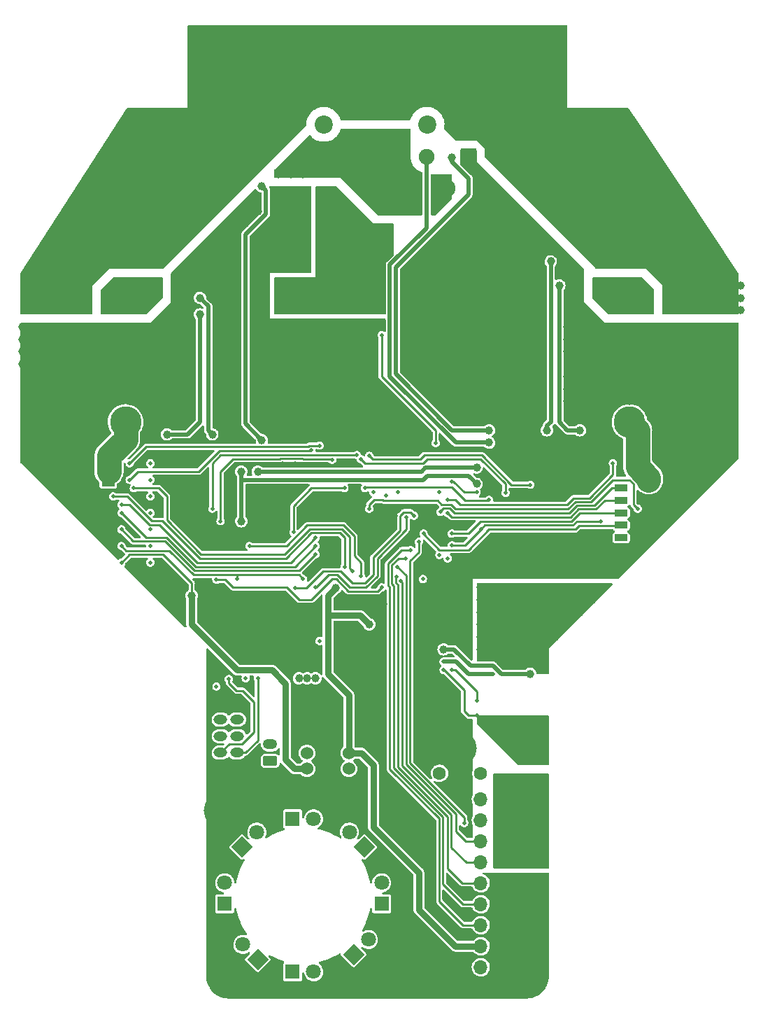
<source format=gbr>
G04 #@! TF.GenerationSoftware,KiCad,Pcbnew,(6.0.11)*
G04 #@! TF.CreationDate,2023-12-28T20:45:09+09:00*
G04 #@! TF.ProjectId,ORION_boost_v5,4f52494f-4e5f-4626-9f6f-73745f76352e,rev?*
G04 #@! TF.SameCoordinates,Original*
G04 #@! TF.FileFunction,Copper,L3,Inr*
G04 #@! TF.FilePolarity,Positive*
%FSLAX46Y46*%
G04 Gerber Fmt 4.6, Leading zero omitted, Abs format (unit mm)*
G04 Created by KiCad (PCBNEW (6.0.11)) date 2023-12-28 20:45:09*
%MOMM*%
%LPD*%
G01*
G04 APERTURE LIST*
G04 Aperture macros list*
%AMRoundRect*
0 Rectangle with rounded corners*
0 $1 Rounding radius*
0 $2 $3 $4 $5 $6 $7 $8 $9 X,Y pos of 4 corners*
0 Add a 4 corners polygon primitive as box body*
4,1,4,$2,$3,$4,$5,$6,$7,$8,$9,$2,$3,0*
0 Add four circle primitives for the rounded corners*
1,1,$1+$1,$2,$3*
1,1,$1+$1,$4,$5*
1,1,$1+$1,$6,$7*
1,1,$1+$1,$8,$9*
0 Add four rect primitives between the rounded corners*
20,1,$1+$1,$2,$3,$4,$5,0*
20,1,$1+$1,$4,$5,$6,$7,0*
20,1,$1+$1,$6,$7,$8,$9,0*
20,1,$1+$1,$8,$9,$2,$3,0*%
%AMRotRect*
0 Rectangle, with rotation*
0 The origin of the aperture is its center*
0 $1 length*
0 $2 width*
0 $3 Rotation angle, in degrees counterclockwise*
0 Add horizontal line*
21,1,$1,$2,0,0,$3*%
G04 Aperture macros list end*
G04 #@! TA.AperFunction,ComponentPad*
%ADD10O,2.800000X2.460000*%
G04 #@! TD*
G04 #@! TA.AperFunction,ComponentPad*
%ADD11R,3.800000X3.800000*%
G04 #@! TD*
G04 #@! TA.AperFunction,ComponentPad*
%ADD12C,3.800000*%
G04 #@! TD*
G04 #@! TA.AperFunction,ComponentPad*
%ADD13RoundRect,0.250000X0.625000X-0.350000X0.625000X0.350000X-0.625000X0.350000X-0.625000X-0.350000X0*%
G04 #@! TD*
G04 #@! TA.AperFunction,ComponentPad*
%ADD14O,1.750000X1.200000*%
G04 #@! TD*
G04 #@! TA.AperFunction,ComponentPad*
%ADD15C,1.524000*%
G04 #@! TD*
G04 #@! TA.AperFunction,ComponentPad*
%ADD16C,1.600000*%
G04 #@! TD*
G04 #@! TA.AperFunction,ComponentPad*
%ADD17RoundRect,0.250000X-0.575000X0.350000X-0.575000X-0.350000X0.575000X-0.350000X0.575000X0.350000X0*%
G04 #@! TD*
G04 #@! TA.AperFunction,ComponentPad*
%ADD18O,1.650000X1.200000*%
G04 #@! TD*
G04 #@! TA.AperFunction,ComponentPad*
%ADD19R,1.700000X1.700000*%
G04 #@! TD*
G04 #@! TA.AperFunction,ComponentPad*
%ADD20O,1.700000X1.700000*%
G04 #@! TD*
G04 #@! TA.AperFunction,ComponentPad*
%ADD21RoundRect,0.500000X-0.500000X2.000000X-0.500000X-2.000000X0.500000X-2.000000X0.500000X2.000000X0*%
G04 #@! TD*
G04 #@! TA.AperFunction,ComponentPad*
%ADD22RoundRect,0.250000X1.150000X-0.980000X1.150000X0.980000X-1.150000X0.980000X-1.150000X-0.980000X0*%
G04 #@! TD*
G04 #@! TA.AperFunction,ComponentPad*
%ADD23C,4.000000*%
G04 #@! TD*
G04 #@! TA.AperFunction,ComponentPad*
%ADD24RoundRect,0.225000X0.575000X-0.225000X0.575000X0.225000X-0.575000X0.225000X-0.575000X-0.225000X0*%
G04 #@! TD*
G04 #@! TA.AperFunction,ComponentPad*
%ADD25R,1.600000X1.600000*%
G04 #@! TD*
G04 #@! TA.AperFunction,ComponentPad*
%ADD26RoundRect,0.250000X0.980000X1.150000X-0.980000X1.150000X-0.980000X-1.150000X0.980000X-1.150000X0*%
G04 #@! TD*
G04 #@! TA.AperFunction,ComponentPad*
%ADD27O,2.460000X2.800000*%
G04 #@! TD*
G04 #@! TA.AperFunction,ComponentPad*
%ADD28RotRect,1.800000X1.800000X45.000000*%
G04 #@! TD*
G04 #@! TA.AperFunction,ComponentPad*
%ADD29C,1.800000*%
G04 #@! TD*
G04 #@! TA.AperFunction,ComponentPad*
%ADD30RotRect,1.800000X1.800000X135.000000*%
G04 #@! TD*
G04 #@! TA.AperFunction,ComponentPad*
%ADD31C,2.200000*%
G04 #@! TD*
G04 #@! TA.AperFunction,ComponentPad*
%ADD32R,1.800000X1.800000*%
G04 #@! TD*
G04 #@! TA.AperFunction,ComponentPad*
%ADD33C,1.905000*%
G04 #@! TD*
G04 #@! TA.AperFunction,ComponentPad*
%ADD34O,1.905000X2.000000*%
G04 #@! TD*
G04 #@! TA.AperFunction,ComponentPad*
%ADD35R,1.905000X2.000000*%
G04 #@! TD*
G04 #@! TA.AperFunction,ViaPad*
%ADD36C,1.000000*%
G04 #@! TD*
G04 #@! TA.AperFunction,ViaPad*
%ADD37C,4.000000*%
G04 #@! TD*
G04 #@! TA.AperFunction,ViaPad*
%ADD38C,0.500000*%
G04 #@! TD*
G04 #@! TA.AperFunction,Conductor*
%ADD39C,0.500000*%
G04 #@! TD*
G04 #@! TA.AperFunction,Conductor*
%ADD40C,0.800000*%
G04 #@! TD*
G04 #@! TA.AperFunction,Conductor*
%ADD41C,0.250000*%
G04 #@! TD*
G04 #@! TA.AperFunction,Conductor*
%ADD42C,3.000000*%
G04 #@! TD*
G04 APERTURE END LIST*
D10*
X164450000Y-78480000D03*
X164450000Y-74520000D03*
D11*
X89500000Y-89000000D03*
D12*
X94500000Y-89000000D03*
D13*
X112000000Y-130000000D03*
D14*
X112000000Y-128000000D03*
D15*
X121540000Y-130951000D03*
X119000000Y-130951000D03*
X116460000Y-130951000D03*
D16*
X132500000Y-131500000D03*
X137500000Y-131500000D03*
D17*
X108000000Y-123000000D03*
D18*
X106000000Y-123000000D03*
X108000000Y-125000000D03*
X106000000Y-125000000D03*
X108000000Y-127000000D03*
X106000000Y-127000000D03*
X108000000Y-129000000D03*
X106000000Y-129000000D03*
D19*
X137500000Y-157500000D03*
D20*
X137500000Y-154960000D03*
X137500000Y-152420000D03*
X137500000Y-149880000D03*
X137500000Y-147340000D03*
X137500000Y-144800000D03*
X137500000Y-142260000D03*
X137500000Y-139720000D03*
X137500000Y-137180000D03*
X137500000Y-134640000D03*
D21*
X142500000Y-127250000D03*
X142500000Y-134750000D03*
D22*
X85450000Y-78480000D03*
D10*
X85450000Y-74520000D03*
D15*
X116460000Y-129049000D03*
X119000000Y-129049000D03*
X121540000Y-129049000D03*
D11*
X160500000Y-89000000D03*
D12*
X155500000Y-89000000D03*
D23*
X142500000Y-140000000D03*
D24*
X154500000Y-104500000D03*
X154500000Y-103000000D03*
X154500000Y-101500000D03*
X154500000Y-100000000D03*
X154500000Y-98500000D03*
X154500000Y-97000000D03*
D23*
X135000000Y-128500000D03*
D25*
X92402651Y-96000000D03*
D16*
X88902651Y-96000000D03*
D25*
X157597349Y-96000000D03*
D16*
X161097349Y-96000000D03*
D26*
X92980000Y-74450000D03*
D27*
X89020000Y-74450000D03*
D28*
X108598439Y-140401561D03*
D29*
X110394490Y-138605510D03*
D30*
X123401561Y-140401561D03*
D29*
X121605510Y-138605510D03*
D31*
X146000000Y-53000000D03*
X131000000Y-53000000D03*
D32*
X106500000Y-147275000D03*
D29*
X106500000Y-144735000D03*
D32*
X114725000Y-155500000D03*
D29*
X117265000Y-155500000D03*
D30*
X110500000Y-154000000D03*
D29*
X108703949Y-152203949D03*
D33*
X130960000Y-56907500D03*
D34*
X133500000Y-60717500D03*
D35*
X136040000Y-56907500D03*
D32*
X125500000Y-147275000D03*
D29*
X125500000Y-144735000D03*
D26*
X160980000Y-74450000D03*
D27*
X157020000Y-74450000D03*
D28*
X122098439Y-153401561D03*
D29*
X123894490Y-151605510D03*
D32*
X114725000Y-137000000D03*
D29*
X117265000Y-137000000D03*
D31*
X103500000Y-53000000D03*
X118500000Y-53000000D03*
D36*
X87500000Y-85000000D03*
X143500000Y-80000000D03*
X136000000Y-72500000D03*
X145000000Y-77000000D03*
X136000000Y-69500000D03*
X115000000Y-65000000D03*
X113500000Y-80000000D03*
X143500000Y-75500000D03*
X158500000Y-83500000D03*
X96500000Y-85000000D03*
X116500000Y-66500000D03*
X140500000Y-75500000D03*
X93000000Y-80500000D03*
D37*
X128000000Y-151000000D03*
D36*
X149500000Y-77500000D03*
D38*
X149000000Y-104500000D03*
X146000000Y-104500000D03*
D36*
X91500000Y-77500000D03*
X112000000Y-68000000D03*
X155500000Y-83500000D03*
X161500000Y-80500000D03*
X99500000Y-85000000D03*
X112000000Y-86500000D03*
X106000000Y-66000000D03*
X98000000Y-83500000D03*
X87500000Y-83500000D03*
D38*
X113500000Y-103000000D03*
D36*
X133000000Y-74000000D03*
X115000000Y-66500000D03*
X133000000Y-66500000D03*
X110500000Y-71000000D03*
X160000000Y-83500000D03*
X137500000Y-74000000D03*
X142000000Y-74000000D03*
X115000000Y-68000000D03*
X168000000Y-80500000D03*
X155500000Y-79000000D03*
X134500000Y-80000000D03*
X96500000Y-86500000D03*
X160000000Y-85000000D03*
X140500000Y-80000000D03*
X113500000Y-85000000D03*
X157000000Y-83500000D03*
X149500000Y-85000000D03*
X110500000Y-83500000D03*
X107500000Y-69500000D03*
X90500000Y-83500000D03*
X139000000Y-63500000D03*
X139000000Y-65000000D03*
X163000000Y-80500000D03*
X142000000Y-75500000D03*
D37*
X97500000Y-79000000D03*
D36*
X155500000Y-77500000D03*
X161500000Y-85000000D03*
X86000000Y-83500000D03*
X107500000Y-68000000D03*
X113500000Y-83500000D03*
X143500000Y-83500000D03*
X108000000Y-83500000D03*
X140500000Y-71000000D03*
X151000000Y-85000000D03*
X115000000Y-83500000D03*
X115000000Y-80000000D03*
X102500000Y-85000000D03*
X126500000Y-133000000D03*
X109000000Y-63000000D03*
X140500000Y-85000000D03*
X143500000Y-78500000D03*
X148000000Y-85000000D03*
X106000000Y-80000000D03*
X134500000Y-77000000D03*
X160000000Y-77500000D03*
X140500000Y-65000000D03*
X137500000Y-59000000D03*
X94500000Y-80500000D03*
X140500000Y-68000000D03*
X140500000Y-86500000D03*
X168000000Y-77500000D03*
X143500000Y-74000000D03*
X101000000Y-86500000D03*
X136000000Y-83500000D03*
X90000000Y-80500000D03*
X113500000Y-63500000D03*
X88500000Y-79000000D03*
X87000000Y-77500000D03*
X113500000Y-65000000D03*
X134500000Y-74000000D03*
X133000000Y-78500000D03*
X143500000Y-65000000D03*
X137500000Y-65000000D03*
X145000000Y-85000000D03*
X107500000Y-75500000D03*
D37*
X84000000Y-86000000D03*
D36*
X89000000Y-85000000D03*
X90000000Y-79000000D03*
X134500000Y-71000000D03*
X93500000Y-85000000D03*
X110500000Y-72500000D03*
X125675500Y-111000000D03*
X137500000Y-78500000D03*
X108000000Y-64000000D03*
X133000000Y-80000000D03*
X136000000Y-68000000D03*
D37*
X84000000Y-91000000D03*
D36*
X106500000Y-85000000D03*
X100500000Y-79000000D03*
X137000000Y-61000000D03*
X110000000Y-62000000D03*
X91500000Y-79000000D03*
X143500000Y-72500000D03*
X140500000Y-77000000D03*
X139000000Y-69500000D03*
X137000000Y-62500000D03*
X112000000Y-65000000D03*
X107000000Y-65000000D03*
X110500000Y-77000000D03*
X107500000Y-72500000D03*
X136000000Y-85000000D03*
X142000000Y-68000000D03*
X102500000Y-83500000D03*
X116500000Y-69500000D03*
X136000000Y-74000000D03*
X154000000Y-86500000D03*
X157000000Y-85000000D03*
D38*
X115000000Y-94000000D03*
D36*
X91500000Y-80500000D03*
X93000000Y-79000000D03*
X139000000Y-74000000D03*
X139000000Y-75500000D03*
X89000000Y-83500000D03*
X94500000Y-79000000D03*
X161500000Y-77500000D03*
X87000000Y-79000000D03*
X107500000Y-80000000D03*
X139000000Y-85000000D03*
X107500000Y-74000000D03*
X140500000Y-66500000D03*
X140500000Y-83500000D03*
X82000000Y-80500000D03*
X139000000Y-71000000D03*
X155500000Y-80500000D03*
X134500000Y-66500000D03*
X143500000Y-77000000D03*
X158500000Y-79000000D03*
X152500000Y-83500000D03*
X143500000Y-68000000D03*
X94500000Y-77500000D03*
X144500000Y-66000000D03*
X134500000Y-83500000D03*
X133000000Y-109000000D03*
X168000000Y-82000000D03*
X137500000Y-77000000D03*
X106000000Y-68000000D03*
X108000000Y-85000000D03*
X113500000Y-66500000D03*
X145000000Y-83500000D03*
D38*
X120000000Y-104500000D03*
D36*
X113500000Y-68000000D03*
X157000000Y-79000000D03*
X115000000Y-69500000D03*
D37*
X106000000Y-136000000D03*
D36*
X110500000Y-74000000D03*
D37*
X152500000Y-79000000D03*
D36*
X140500000Y-74000000D03*
X149500000Y-80500000D03*
X108000000Y-86500000D03*
X106000000Y-74000000D03*
D37*
X166000000Y-91000000D03*
D36*
X140500000Y-78500000D03*
D37*
X128000000Y-136000000D03*
D36*
X133000000Y-69500000D03*
X100500000Y-77500000D03*
D38*
X119000000Y-99500000D03*
D36*
X155500000Y-86500000D03*
X141500000Y-63000000D03*
X140500000Y-69500000D03*
X102000000Y-79000000D03*
X142000000Y-86500000D03*
X112000000Y-85000000D03*
X110500000Y-66500000D03*
X88500000Y-80500000D03*
X137500000Y-68000000D03*
X157000000Y-80500000D03*
X154000000Y-83500000D03*
X134500000Y-78500000D03*
X139000000Y-66500000D03*
D37*
X107000000Y-156000000D03*
D36*
X116500000Y-68000000D03*
X107500000Y-78500000D03*
X113500000Y-62000000D03*
X106000000Y-77000000D03*
D38*
X111000000Y-101500000D03*
D36*
X140500000Y-62000000D03*
X163000000Y-77500000D03*
X137500000Y-71000000D03*
X133000000Y-71000000D03*
X136000000Y-65000000D03*
X139000000Y-80000000D03*
X112000000Y-69500000D03*
X112000000Y-80000000D03*
X142000000Y-80000000D03*
X102500000Y-86500000D03*
X106000000Y-75500000D03*
X152500000Y-86500000D03*
X112000000Y-83500000D03*
X139000000Y-77000000D03*
X136000000Y-78500000D03*
X161500000Y-83500000D03*
X137500000Y-75500000D03*
X106000000Y-78500000D03*
X119000000Y-125500000D03*
X151000000Y-83500000D03*
X145000000Y-78500000D03*
X134500000Y-75500000D03*
X148000000Y-83500000D03*
X136000000Y-75500000D03*
X134500000Y-69500000D03*
X115000000Y-62000000D03*
X92000000Y-85000000D03*
X136000000Y-80000000D03*
D38*
X139000000Y-103500000D03*
D36*
X151000000Y-86500000D03*
D38*
X113500000Y-94000000D03*
D36*
X102000000Y-77500000D03*
X107500000Y-66500000D03*
X145000000Y-80000000D03*
X137500000Y-66500000D03*
X106000000Y-72500000D03*
X110500000Y-69500000D03*
X116500000Y-80000000D03*
X140500000Y-72500000D03*
X106500000Y-83500000D03*
X138500000Y-60000000D03*
X136000000Y-66500000D03*
X110500000Y-85000000D03*
X136000000Y-77000000D03*
X82000000Y-79000000D03*
D38*
X125000000Y-99500000D03*
D36*
X160000000Y-79000000D03*
X92000000Y-83500000D03*
X163000000Y-83500000D03*
X161500000Y-79000000D03*
X90500000Y-85000000D03*
X82000000Y-77500000D03*
X155500000Y-85000000D03*
X133000000Y-75500000D03*
X149500000Y-86500000D03*
X163000000Y-79000000D03*
X142000000Y-83500000D03*
X149500000Y-83500000D03*
X137500000Y-80000000D03*
X88500000Y-77500000D03*
X139500000Y-61000000D03*
X148000000Y-80500000D03*
X102000000Y-80500000D03*
X99500000Y-83500000D03*
X142000000Y-72500000D03*
X163000000Y-85000000D03*
X93500000Y-83500000D03*
X134500000Y-68000000D03*
X142000000Y-66500000D03*
X168000000Y-79000000D03*
X93000000Y-77500000D03*
X145000000Y-86500000D03*
D38*
X101500000Y-100500000D03*
D36*
X149500000Y-79000000D03*
X148000000Y-86500000D03*
X107500000Y-77000000D03*
X137500000Y-86500000D03*
X139000000Y-72500000D03*
X133000000Y-68000000D03*
X110500000Y-63500000D03*
X137500000Y-72500000D03*
X98000000Y-85000000D03*
X98000000Y-86500000D03*
X139000000Y-86500000D03*
X148000000Y-77500000D03*
X142000000Y-78500000D03*
X95000000Y-86500000D03*
X106500000Y-86500000D03*
X157000000Y-77500000D03*
X137500000Y-83500000D03*
X110500000Y-75500000D03*
X116500000Y-63500000D03*
X142000000Y-77000000D03*
D38*
X122500000Y-115500000D03*
D36*
X110500000Y-80000000D03*
X143500000Y-85000000D03*
D37*
X166000000Y-86000000D03*
D36*
X139000000Y-78500000D03*
D38*
X96500000Y-108000000D03*
D36*
X109000000Y-65000000D03*
X100500000Y-80500000D03*
X143500000Y-86500000D03*
X134500000Y-72500000D03*
X139000000Y-68000000D03*
X82000000Y-82000000D03*
X113500000Y-69500000D03*
X137500000Y-85000000D03*
X107500000Y-71000000D03*
X96500000Y-83500000D03*
X115000000Y-63500000D03*
D38*
X131900500Y-140500000D03*
D36*
X142000000Y-69500000D03*
D37*
X143000000Y-156000000D03*
D36*
X143500000Y-71000000D03*
X101000000Y-85000000D03*
X148000000Y-79000000D03*
X164500000Y-83500000D03*
X142000000Y-85000000D03*
X154000000Y-85000000D03*
X101000000Y-83500000D03*
D38*
X127189363Y-100376896D03*
D36*
X87000000Y-80500000D03*
X142000000Y-71000000D03*
X133000000Y-72500000D03*
X139000000Y-83500000D03*
X160000000Y-80500000D03*
X110500000Y-86500000D03*
X158500000Y-85000000D03*
X116500000Y-65000000D03*
X112000000Y-66500000D03*
X95000000Y-83500000D03*
X136000000Y-71000000D03*
X143500000Y-69500000D03*
D37*
X126000000Y-156000000D03*
D36*
X133000000Y-77000000D03*
X116500000Y-62000000D03*
X158500000Y-77500000D03*
X142500000Y-64000000D03*
X95000000Y-85000000D03*
X90000000Y-77500000D03*
X110500000Y-78500000D03*
X110500000Y-68000000D03*
X137500000Y-69500000D03*
D38*
X126000000Y-100500000D03*
D36*
X152500000Y-85000000D03*
X158500000Y-80500000D03*
X99500000Y-86500000D03*
D38*
X134000000Y-103925500D03*
X116000000Y-108000000D03*
X94000000Y-104000000D03*
X108000000Y-108000000D03*
D36*
X124000000Y-113500000D03*
D38*
X152000000Y-101000000D03*
D36*
X119916990Y-109083010D03*
D38*
X137574500Y-101925500D03*
D36*
X107500000Y-48000000D03*
X164500000Y-72500000D03*
X124000000Y-43500000D03*
X133500000Y-49500000D03*
X133500000Y-48000000D03*
X110500000Y-52500000D03*
X160000000Y-71000000D03*
X166000000Y-72500000D03*
X92000000Y-60000000D03*
X90500000Y-64500000D03*
X145500000Y-49500000D03*
X115000000Y-52500000D03*
X121000000Y-48000000D03*
X116500000Y-42000000D03*
X104500000Y-46500000D03*
X113500000Y-45000000D03*
X138000000Y-54000000D03*
X147000000Y-42000000D03*
X169000000Y-72500000D03*
X93500000Y-55500000D03*
X112000000Y-49500000D03*
X113500000Y-48000000D03*
X129000000Y-42000000D03*
X139500000Y-54000000D03*
X156500000Y-60000000D03*
X160500000Y-68500000D03*
X135000000Y-43500000D03*
X103000000Y-42000000D03*
X130500000Y-46500000D03*
X104500000Y-49500000D03*
X104500000Y-45000000D03*
X121000000Y-46500000D03*
X109000000Y-48000000D03*
X110500000Y-48000000D03*
X82500000Y-75500000D03*
X159500000Y-60000000D03*
X110500000Y-46500000D03*
X124000000Y-45000000D03*
X103000000Y-49500000D03*
X158000000Y-60000000D03*
X145500000Y-45000000D03*
X115000000Y-49500000D03*
X158500000Y-66500000D03*
X133500000Y-51000000D03*
X144000000Y-54000000D03*
X142500000Y-46500000D03*
X169000000Y-74000000D03*
X82500000Y-74000000D03*
X139500000Y-48000000D03*
X113500000Y-42000000D03*
X130500000Y-45000000D03*
X144000000Y-48000000D03*
X90500000Y-60000000D03*
X119500000Y-46500000D03*
X130500000Y-43500000D03*
X90500000Y-61500000D03*
X139500000Y-45000000D03*
X138000000Y-46500000D03*
X90000000Y-72500000D03*
X142500000Y-49500000D03*
X118000000Y-45000000D03*
X159500000Y-67500000D03*
X110500000Y-49500000D03*
X126000000Y-45000000D03*
X142500000Y-42000000D03*
X141000000Y-42000000D03*
X92000000Y-61500000D03*
X109000000Y-54000000D03*
X138000000Y-45000000D03*
X136500000Y-54000000D03*
X133500000Y-45000000D03*
X109000000Y-43500000D03*
X121000000Y-43500000D03*
X127500000Y-42000000D03*
X145500000Y-46500000D03*
X115000000Y-43500000D03*
X119500000Y-45000000D03*
X135000000Y-46500000D03*
X159500000Y-64500000D03*
X103000000Y-48000000D03*
X119500000Y-43500000D03*
X160000000Y-69500000D03*
X158000000Y-61500000D03*
X106000000Y-42000000D03*
X161500000Y-72500000D03*
X92000000Y-57000000D03*
X110500000Y-51000000D03*
X115000000Y-45000000D03*
X106000000Y-45000000D03*
X106000000Y-46500000D03*
X107500000Y-43500000D03*
X107500000Y-51000000D03*
X142500000Y-48000000D03*
X132000000Y-48000000D03*
X139500000Y-49500000D03*
X167500000Y-75500000D03*
X107500000Y-54000000D03*
X116500000Y-48000000D03*
X158000000Y-63000000D03*
D37*
X152500000Y-53000000D03*
D36*
X132000000Y-46500000D03*
X132000000Y-43500000D03*
X142500000Y-54000000D03*
X112000000Y-52500000D03*
X141000000Y-43500000D03*
X93500000Y-54000000D03*
X109000000Y-45000000D03*
X103000000Y-45000000D03*
X141000000Y-51000000D03*
X106000000Y-54000000D03*
X88500000Y-69500000D03*
X113500000Y-43500000D03*
X159500000Y-63000000D03*
X109000000Y-49500000D03*
X110500000Y-54000000D03*
X139500000Y-43500000D03*
X138000000Y-43500000D03*
X133500000Y-46500000D03*
X116500000Y-43500000D03*
X144000000Y-42000000D03*
X127500000Y-45000000D03*
X93500000Y-64500000D03*
X92000000Y-63000000D03*
X121000000Y-49500000D03*
X141000000Y-54000000D03*
X136500000Y-46500000D03*
X129000000Y-49500000D03*
X122500000Y-43500000D03*
X141000000Y-49500000D03*
X132000000Y-42000000D03*
X147000000Y-43500000D03*
X136500000Y-51000000D03*
X92000000Y-58500000D03*
X106000000Y-51000000D03*
X90500000Y-63000000D03*
X115000000Y-51000000D03*
D37*
X97500000Y-53000000D03*
D36*
X110500000Y-45000000D03*
X142500000Y-43500000D03*
X116500000Y-49500000D03*
X135000000Y-52500000D03*
X122500000Y-42000000D03*
X156500000Y-61500000D03*
X147000000Y-45000000D03*
X144000000Y-43500000D03*
X142500000Y-52500000D03*
X135000000Y-45000000D03*
X107500000Y-49500000D03*
X106000000Y-43500000D03*
X118000000Y-48000000D03*
X88500000Y-72500000D03*
X160000000Y-72500000D03*
X107500000Y-45000000D03*
X129000000Y-46500000D03*
X104500000Y-43500000D03*
X163000000Y-72500000D03*
X115000000Y-48000000D03*
X113500000Y-51000000D03*
X112000000Y-54000000D03*
X144000000Y-46500000D03*
X161500000Y-69500000D03*
X144000000Y-45000000D03*
X130500000Y-48000000D03*
X129000000Y-43500000D03*
X118000000Y-42000000D03*
X93500000Y-61500000D03*
X112000000Y-48000000D03*
X109000000Y-52500000D03*
X103000000Y-46500000D03*
X107500000Y-42000000D03*
X82500000Y-72500000D03*
X158000000Y-58500000D03*
X104500000Y-48000000D03*
X156500000Y-55500000D03*
X156500000Y-57000000D03*
X144000000Y-52500000D03*
X115000000Y-46500000D03*
X133500000Y-42000000D03*
X139500000Y-52500000D03*
X107500000Y-52500000D03*
X126000000Y-43500000D03*
X145500000Y-48000000D03*
X93500000Y-58500000D03*
X135000000Y-48000000D03*
X113500000Y-49500000D03*
X89500000Y-68500000D03*
X103000000Y-43500000D03*
X130500000Y-42000000D03*
X138000000Y-49500000D03*
X130500000Y-49500000D03*
X116500000Y-45000000D03*
X109000000Y-46500000D03*
X147000000Y-49500000D03*
X167500000Y-74000000D03*
X107500000Y-46500000D03*
X119500000Y-42000000D03*
X139500000Y-46500000D03*
X93500000Y-63000000D03*
X109000000Y-42000000D03*
X136500000Y-49500000D03*
X158000000Y-57000000D03*
X93500000Y-60000000D03*
X113500000Y-52500000D03*
X119500000Y-48000000D03*
X124000000Y-42000000D03*
X110500000Y-43500000D03*
X144000000Y-51000000D03*
X119500000Y-49500000D03*
X106000000Y-49500000D03*
X156500000Y-54000000D03*
X112000000Y-42000000D03*
X109000000Y-51000000D03*
X139500000Y-42000000D03*
X136500000Y-48000000D03*
X135000000Y-42000000D03*
X106000000Y-52500000D03*
X90000000Y-69500000D03*
X121000000Y-45000000D03*
X138000000Y-52500000D03*
X129000000Y-48000000D03*
X121000000Y-42000000D03*
X135000000Y-51000000D03*
X104500000Y-42000000D03*
X142500000Y-51000000D03*
X156500000Y-58500000D03*
X118000000Y-49500000D03*
X116500000Y-51000000D03*
X141000000Y-46500000D03*
X118000000Y-43500000D03*
X167500000Y-72500000D03*
X112000000Y-51000000D03*
X136500000Y-52500000D03*
X169000000Y-75500000D03*
X91500000Y-66500000D03*
X106000000Y-48000000D03*
X147000000Y-48000000D03*
X144000000Y-49500000D03*
X115000000Y-42000000D03*
X116500000Y-46500000D03*
X141000000Y-45000000D03*
X145500000Y-43500000D03*
X90500000Y-67500000D03*
X126000000Y-42000000D03*
X129000000Y-45000000D03*
X159500000Y-61500000D03*
X132000000Y-45000000D03*
X156500000Y-63000000D03*
X132000000Y-49500000D03*
X127500000Y-43500000D03*
X136500000Y-45000000D03*
X112000000Y-43500000D03*
X136500000Y-42000000D03*
X110500000Y-42000000D03*
X92500000Y-65500000D03*
X138000000Y-42000000D03*
X112000000Y-45000000D03*
X84000000Y-72500000D03*
X90000000Y-71000000D03*
X141000000Y-48000000D03*
X156500000Y-64500000D03*
X145500000Y-42000000D03*
X141000000Y-52500000D03*
X142500000Y-45000000D03*
X118000000Y-46500000D03*
X135000000Y-49500000D03*
X133500000Y-43500000D03*
X147000000Y-46500000D03*
X138000000Y-51000000D03*
X138000000Y-48000000D03*
X139500000Y-51000000D03*
X93500000Y-57000000D03*
X85500000Y-72500000D03*
X87000000Y-72500000D03*
X136500000Y-43500000D03*
X113500000Y-54000000D03*
X113500000Y-46500000D03*
X161500000Y-71000000D03*
X122500000Y-45000000D03*
X112000000Y-46500000D03*
X157500000Y-65500000D03*
X88500000Y-71000000D03*
X137000000Y-94500000D03*
X110500000Y-95000000D03*
X102500000Y-110000000D03*
X137000000Y-96500000D03*
D38*
X94000000Y-106000000D03*
D36*
X108500000Y-101000000D03*
X108500000Y-95000000D03*
X124000000Y-75500000D03*
X122500000Y-74000000D03*
X124000000Y-69500000D03*
X148000000Y-110500000D03*
X119500000Y-72500000D03*
X137500000Y-109000000D03*
X119500000Y-71000000D03*
X125500000Y-69500000D03*
X118000000Y-68000000D03*
X137500000Y-115000000D03*
X121000000Y-71000000D03*
X145000000Y-109000000D03*
X140500000Y-109000000D03*
X143500000Y-110500000D03*
X121000000Y-72500000D03*
X148000000Y-113500000D03*
X124000000Y-68000000D03*
X146500000Y-112000000D03*
X137500000Y-113500000D03*
X145000000Y-113500000D03*
X139000000Y-109000000D03*
X122500000Y-66500000D03*
X140500000Y-110500000D03*
X125500000Y-72500000D03*
X140500000Y-113500000D03*
X124000000Y-74000000D03*
X118000000Y-71000000D03*
X146500000Y-109000000D03*
X148000000Y-112000000D03*
X121000000Y-75500000D03*
X142000000Y-113500000D03*
X148000000Y-109000000D03*
X146500000Y-113500000D03*
X121000000Y-65000000D03*
X140500000Y-115000000D03*
X140500000Y-116500000D03*
X142000000Y-112000000D03*
X122500000Y-68000000D03*
X119500000Y-74000000D03*
X118000000Y-65000000D03*
X118000000Y-75500000D03*
X139000000Y-110500000D03*
X137500000Y-110500000D03*
X151000000Y-109000000D03*
X145000000Y-115000000D03*
X122500000Y-75500000D03*
X146500000Y-110500000D03*
X121000000Y-69500000D03*
X124000000Y-72500000D03*
X149500000Y-112000000D03*
X122500000Y-72500000D03*
X143500000Y-115000000D03*
X118000000Y-62000000D03*
X118000000Y-74000000D03*
X125500000Y-75500000D03*
X124000000Y-66500000D03*
X122500000Y-69500000D03*
X119500000Y-66500000D03*
X121000000Y-63500000D03*
X119500000Y-63500000D03*
X125500000Y-71000000D03*
X142000000Y-109000000D03*
X145000000Y-110500000D03*
X125500000Y-68000000D03*
X143500000Y-109000000D03*
X151000000Y-110500000D03*
X143500000Y-113500000D03*
X121000000Y-68000000D03*
X121000000Y-74000000D03*
X149500000Y-110500000D03*
X149500000Y-109000000D03*
X143500000Y-112000000D03*
X119500000Y-62000000D03*
X118000000Y-63500000D03*
X137500000Y-116500000D03*
X143500000Y-116500000D03*
X122500000Y-65000000D03*
X119500000Y-65000000D03*
X142000000Y-115000000D03*
X118000000Y-69500000D03*
X145000000Y-116500000D03*
X146500000Y-115000000D03*
X139000000Y-116500000D03*
X145000000Y-112000000D03*
X139000000Y-112000000D03*
X118000000Y-66500000D03*
X121000000Y-66500000D03*
X125500000Y-66500000D03*
X139000000Y-113500000D03*
X139000000Y-115000000D03*
X142000000Y-110500000D03*
X124000000Y-71000000D03*
X125500000Y-74000000D03*
X119500000Y-69500000D03*
X140500000Y-112000000D03*
X142000000Y-116500000D03*
X119500000Y-75500000D03*
X119500000Y-68000000D03*
X118000000Y-72500000D03*
X137500000Y-112000000D03*
X122500000Y-71000000D03*
D38*
X94000000Y-102000000D03*
X117500000Y-105000000D03*
X97500000Y-106000000D03*
X117500000Y-104000000D03*
X94000000Y-100000000D03*
X97500000Y-104000000D03*
X124000000Y-99500000D03*
X156500000Y-99500000D03*
X133500000Y-100000000D03*
X132624000Y-99875500D03*
X128500000Y-100500000D03*
X117500000Y-109000000D03*
X115000000Y-109074500D03*
X129425500Y-100324500D03*
X134000000Y-102500000D03*
X130574500Y-102500000D03*
D36*
X138500000Y-91500000D03*
D38*
X97500000Y-102000000D03*
X97500000Y-100000000D03*
X109039508Y-120000000D03*
X105500000Y-121000000D03*
X110500000Y-120000000D03*
X107000000Y-120100688D03*
X118000000Y-115500000D03*
X126000000Y-97925500D03*
X130500000Y-108000000D03*
X133500000Y-105500000D03*
X127500000Y-97500000D03*
X139000000Y-119500000D03*
X133000000Y-118000000D03*
X137041622Y-122699500D03*
X134000000Y-119000000D03*
X137000000Y-124500000D03*
X133000000Y-119000000D03*
X117500000Y-103000000D03*
X94000000Y-99000000D03*
X138500000Y-98425500D03*
X123500000Y-97000000D03*
X121000000Y-97000000D03*
X114843767Y-102343767D03*
X119500000Y-93574500D03*
X106000000Y-101000000D03*
X140500000Y-97574500D03*
X123000000Y-93500000D03*
X124500000Y-97500000D03*
X130000000Y-103500000D03*
X135500000Y-137500000D03*
X124000000Y-93074500D03*
X143500000Y-96593766D03*
X105000000Y-99500000D03*
X122500000Y-93000000D03*
D36*
X111000000Y-91175500D03*
X111000000Y-60500000D03*
D38*
X125500000Y-78500000D03*
X132050000Y-91550000D03*
X134000000Y-96199500D03*
X137000000Y-97500000D03*
X132500000Y-105074500D03*
X125500000Y-109000000D03*
X132500000Y-97500000D03*
X105500000Y-108074500D03*
X129000000Y-104500000D03*
X127806516Y-108193484D03*
X128399930Y-105525570D03*
X127306516Y-107693484D03*
X127425500Y-106500000D03*
X109500000Y-104000000D03*
X123000000Y-107649000D03*
X122000000Y-107074500D03*
X95500000Y-97000000D03*
X121000000Y-106500000D03*
X93000000Y-98000000D03*
D36*
X99500000Y-90500000D03*
X103500000Y-76000000D03*
X134000000Y-57000000D03*
X138500000Y-90000000D03*
D38*
X97500000Y-98000000D03*
D36*
X143500000Y-119450500D03*
X133000000Y-116500000D03*
X116000000Y-56000000D03*
X114500000Y-59000000D03*
X113000000Y-59000000D03*
X116000000Y-57500000D03*
X114500000Y-57500000D03*
X116000000Y-59000000D03*
X97500000Y-72500000D03*
X94500000Y-72500000D03*
X96000000Y-74000000D03*
X94500000Y-74000000D03*
X96000000Y-72500000D03*
X94500000Y-75500000D03*
X97500000Y-74000000D03*
X96000000Y-75500000D03*
X155500000Y-72500000D03*
X154000000Y-72500000D03*
X155500000Y-75500000D03*
X152500000Y-74000000D03*
X154000000Y-74000000D03*
X152500000Y-72500000D03*
X155500000Y-74000000D03*
X154000000Y-75500000D03*
X103498268Y-73988969D03*
X105000000Y-90500000D03*
X147000000Y-72500000D03*
X149500000Y-90000000D03*
X145975500Y-69579502D03*
X145500000Y-90000000D03*
D38*
X97500000Y-96000000D03*
X95000000Y-96000000D03*
X117000000Y-92425500D03*
X97500000Y-94000000D03*
X118000000Y-91851000D03*
X95000000Y-94000000D03*
X133500000Y-98400500D03*
X153500000Y-94000000D03*
D36*
X115500000Y-120000000D03*
X117500000Y-120000000D03*
X116500000Y-120000000D03*
D39*
X126123104Y-100376896D02*
X126000000Y-100500000D01*
X125000000Y-99500000D02*
X126000000Y-100500000D01*
X127189363Y-100376896D02*
X126123104Y-100376896D01*
D40*
X119000000Y-112400000D02*
X119000000Y-119500000D01*
D41*
X152000000Y-101000000D02*
X149136396Y-101000000D01*
D40*
X130000000Y-148000000D02*
X130000000Y-143500000D01*
D41*
X116000000Y-108000000D02*
X115500000Y-107500000D01*
D40*
X134420000Y-152420000D02*
X130000000Y-148000000D01*
X124500000Y-138000000D02*
X124500000Y-130500000D01*
D41*
X137574500Y-101925500D02*
X135574500Y-103925500D01*
D40*
X119916990Y-109083010D02*
X119000000Y-110000000D01*
X119000000Y-119500000D02*
X121540000Y-122040000D01*
X121540000Y-122040000D02*
X121540000Y-129049000D01*
X137500000Y-152420000D02*
X134420000Y-152420000D01*
X124500000Y-130500000D02*
X123049000Y-129049000D01*
D41*
X138000000Y-101500000D02*
X137574500Y-101925500D01*
X115500000Y-107500000D02*
X108000000Y-107500000D01*
D40*
X124000000Y-113500000D02*
X122900000Y-112400000D01*
D41*
X108000000Y-108000000D02*
X108000000Y-107500000D01*
X108000000Y-107500000D02*
X102727208Y-107500000D01*
X148636396Y-101500000D02*
X138000000Y-101500000D01*
X149136396Y-101000000D02*
X148636396Y-101500000D01*
D40*
X130000000Y-143500000D02*
X124500000Y-138000000D01*
D41*
X99802208Y-104575000D02*
X94575000Y-104575000D01*
X102727208Y-107500000D02*
X99802208Y-104575000D01*
X135574500Y-103925500D02*
X134000000Y-103925500D01*
D40*
X122900000Y-112400000D02*
X119000000Y-112400000D01*
X123049000Y-129049000D02*
X121540000Y-129049000D01*
X119000000Y-110000000D02*
X119000000Y-112400000D01*
D41*
X94575000Y-104575000D02*
X94000000Y-104000000D01*
D39*
X130313173Y-95000000D02*
X110500000Y-95000000D01*
X130813173Y-94500000D02*
X130313173Y-95000000D01*
X137000000Y-94500000D02*
X130813173Y-94500000D01*
D40*
X114951000Y-130951000D02*
X116460000Y-130951000D01*
X108000000Y-119000000D02*
X112202082Y-119000000D01*
D39*
X108500000Y-101000000D02*
X108500000Y-96000000D01*
X137000000Y-96500000D02*
X136000000Y-95500000D01*
X136000000Y-95500000D02*
X131000000Y-95500000D01*
D41*
X94975000Y-105025000D02*
X99025000Y-105025000D01*
X94000000Y-106000000D02*
X94975000Y-105025000D01*
D39*
X131000000Y-95500000D02*
X130500000Y-96000000D01*
D41*
X102500000Y-108500000D02*
X102500000Y-110000000D01*
X99025000Y-105025000D02*
X102500000Y-108500000D01*
D40*
X102500000Y-110000000D02*
X102500000Y-113500000D01*
X113850000Y-129850000D02*
X114951000Y-130951000D01*
D39*
X108500000Y-95000000D02*
X108500000Y-96000000D01*
D40*
X102500000Y-113500000D02*
X108000000Y-119000000D01*
D39*
X130500000Y-96000000D02*
X108500000Y-96000000D01*
D40*
X113850000Y-120647918D02*
X113850000Y-129850000D01*
X112202082Y-119000000D02*
X113850000Y-120647918D01*
D42*
X92500000Y-93100000D02*
X92500000Y-95000000D01*
X157825000Y-95744060D02*
X157825000Y-96000000D01*
X155500000Y-89000000D02*
X156500000Y-90000000D01*
X94500000Y-89000000D02*
X94500000Y-91100000D01*
X156500000Y-94419060D02*
X157825000Y-95744060D01*
X94500000Y-91100000D02*
X92500000Y-93100000D01*
X156500000Y-90000000D02*
X156500000Y-94419060D01*
D41*
X95425000Y-103425000D02*
X94000000Y-102000000D01*
X117500000Y-105000000D02*
X115500000Y-107000000D01*
X102863604Y-107000000D02*
X99288604Y-103425000D01*
X99288604Y-103425000D02*
X95425000Y-103425000D01*
X115500000Y-107000000D02*
X102863604Y-107000000D01*
X115000000Y-106500000D02*
X103000000Y-106500000D01*
X96975000Y-102975000D02*
X94000000Y-100000000D01*
X103000000Y-106500000D02*
X99475000Y-102975000D01*
X117500000Y-104000000D02*
X115000000Y-106500000D01*
X99475000Y-102975000D02*
X96975000Y-102975000D01*
X124000000Y-99000000D02*
X124578294Y-98421706D01*
X150850000Y-98650000D02*
X153500000Y-96000000D01*
X132764604Y-98975000D02*
X133924569Y-98975000D01*
X133924569Y-98975000D02*
X134449569Y-99500000D01*
X156000000Y-96500000D02*
X156000000Y-99000000D01*
X155500000Y-96000000D02*
X156000000Y-96500000D01*
X153500000Y-96000000D02*
X155500000Y-96000000D01*
X125656588Y-98500000D02*
X132289604Y-98500000D01*
X148090812Y-99500000D02*
X148940812Y-98650000D01*
X134449569Y-99500000D02*
X148090812Y-99500000D01*
X124000000Y-99500000D02*
X124000000Y-99000000D01*
X156000000Y-99000000D02*
X156500000Y-99500000D01*
X124578294Y-98421706D02*
X125578294Y-98421706D01*
X132289604Y-98500000D02*
X132764604Y-98975000D01*
X125578294Y-98421706D02*
X125656588Y-98500000D01*
X148940812Y-98650000D02*
X150850000Y-98650000D01*
X152500000Y-98500000D02*
X154500000Y-98500000D01*
X151450000Y-99550000D02*
X152500000Y-98500000D01*
X149313604Y-99550000D02*
X151450000Y-99550000D01*
X133500000Y-100000000D02*
X134000000Y-100500000D01*
X148363604Y-100500000D02*
X149313604Y-99550000D01*
X134000000Y-100500000D02*
X148363604Y-100500000D01*
X134313173Y-100000000D02*
X148227208Y-100000000D01*
X149127208Y-99100000D02*
X151263604Y-99100000D01*
X132624000Y-99752000D02*
X132951000Y-99425000D01*
X148227208Y-100000000D02*
X149127208Y-99100000D01*
X133738173Y-99425000D02*
X134313173Y-100000000D01*
X132951000Y-99425000D02*
X133738173Y-99425000D01*
X153363604Y-97000000D02*
X154500000Y-97000000D01*
X132624000Y-99875500D02*
X132624000Y-99752000D01*
X151263604Y-99100000D02*
X153363604Y-97000000D01*
X125000000Y-107619337D02*
X125000000Y-105500000D01*
X120136396Y-107500000D02*
X121636396Y-109000000D01*
X125000000Y-105500000D02*
X128500000Y-102000000D01*
X117500000Y-109000000D02*
X117604159Y-109000000D01*
X119104159Y-107500000D02*
X120136396Y-107500000D01*
X128500000Y-102000000D02*
X128500000Y-100500000D01*
X123619337Y-109000000D02*
X125000000Y-107619337D01*
X117604159Y-109000000D02*
X119104159Y-107500000D01*
X121636396Y-109000000D02*
X123619337Y-109000000D01*
X128162673Y-99925000D02*
X129026000Y-99925000D01*
X124500000Y-107482941D02*
X124500000Y-105363604D01*
X115000000Y-109074500D02*
X116425500Y-109074500D01*
X124500000Y-105363604D02*
X127764363Y-102099241D01*
X122000000Y-108500000D02*
X123482941Y-108500000D01*
X118450000Y-107050000D02*
X120550000Y-107050000D01*
X123482941Y-108500000D02*
X124500000Y-107482941D01*
X127764363Y-100323310D02*
X128162673Y-99925000D01*
X116425500Y-109074500D02*
X118450000Y-107050000D01*
X129026000Y-99925000D02*
X129425500Y-100324500D01*
X127764363Y-102099241D02*
X127764363Y-100323310D01*
X120550000Y-107050000D02*
X122000000Y-108500000D01*
X149500000Y-100000000D02*
X154500000Y-100000000D01*
X136000000Y-102500000D02*
X137500000Y-101000000D01*
X137500000Y-101000000D02*
X148500000Y-101000000D01*
X148500000Y-101000000D02*
X149500000Y-100000000D01*
X134000000Y-102500000D02*
X136000000Y-102500000D01*
X130574500Y-102500000D02*
X130574500Y-102574500D01*
X132500000Y-104500000D02*
X136000000Y-104500000D01*
X130574500Y-102574500D02*
X132500000Y-104500000D01*
X149425000Y-101575000D02*
X154425000Y-101575000D01*
X149000000Y-102000000D02*
X149425000Y-101575000D01*
X154425000Y-101575000D02*
X154500000Y-101500000D01*
X138500000Y-102000000D02*
X149000000Y-102000000D01*
X136000000Y-104500000D02*
X138500000Y-102000000D01*
D39*
X138500000Y-91500000D02*
X134500000Y-91500000D01*
X134500000Y-91500000D02*
X126500000Y-83500000D01*
X126500000Y-70000000D02*
X130960000Y-65540000D01*
X126500000Y-83500000D02*
X126500000Y-70000000D01*
X130960000Y-65540000D02*
X130960000Y-56907500D01*
D41*
X110500000Y-127500000D02*
X109000000Y-129000000D01*
X109000000Y-129000000D02*
X108000000Y-129000000D01*
X110500000Y-120000000D02*
X110500000Y-127500000D01*
X107000000Y-120100688D02*
X107000000Y-120550344D01*
X108656587Y-121500000D02*
X110000000Y-122843413D01*
X107000000Y-120550344D02*
X107949656Y-121500000D01*
X110000000Y-122843413D02*
X110000000Y-126533148D01*
X107949656Y-121500000D02*
X108656587Y-121500000D01*
X110000000Y-126533148D02*
X108608148Y-127925000D01*
X107075000Y-127925000D02*
X106000000Y-129000000D01*
X108608148Y-127925000D02*
X107075000Y-127925000D01*
D39*
X136000000Y-119500000D02*
X134500000Y-118000000D01*
D41*
X134431802Y-119000000D02*
X137041622Y-121609820D01*
D39*
X134500000Y-118000000D02*
X133000000Y-118000000D01*
D41*
X137041622Y-121609820D02*
X137041622Y-122699500D01*
X134000000Y-119000000D02*
X134431802Y-119000000D01*
D39*
X139000000Y-119500000D02*
X136000000Y-119500000D01*
D41*
X133083364Y-119000000D02*
X135500000Y-121416636D01*
X135500000Y-121416636D02*
X135500000Y-124000000D01*
X135500000Y-124000000D02*
X136000000Y-124500000D01*
X136000000Y-124500000D02*
X137000000Y-124500000D01*
X133000000Y-119000000D02*
X133083364Y-119000000D01*
X98561396Y-101425000D02*
X103136396Y-106000000D01*
X95000000Y-99000000D02*
X97425000Y-101425000D01*
X103136396Y-106000000D02*
X114500000Y-106000000D01*
X97425000Y-101425000D02*
X98561396Y-101425000D01*
X114500000Y-106000000D02*
X117500000Y-103000000D01*
X94000000Y-99000000D02*
X95000000Y-99000000D01*
X138500000Y-98425500D02*
X138425500Y-98500000D01*
X138425500Y-98500000D02*
X135585964Y-98500000D01*
X123575000Y-96925000D02*
X123500000Y-97000000D01*
X134010964Y-96925000D02*
X123575000Y-96925000D01*
X135585964Y-98500000D02*
X134010964Y-96925000D01*
X114843767Y-102343767D02*
X114843767Y-99156233D01*
X117000000Y-97000000D02*
X121000000Y-97000000D01*
X114843767Y-99156233D02*
X117000000Y-97000000D01*
X113261827Y-93425000D02*
X113186827Y-93500000D01*
X115925000Y-93425000D02*
X113261827Y-93425000D01*
X106000000Y-95000000D02*
X106000000Y-101000000D01*
X119425500Y-93500000D02*
X116000000Y-93500000D01*
X113186827Y-93500000D02*
X107500000Y-93500000D01*
X119500000Y-93574500D02*
X119425500Y-93500000D01*
X107500000Y-93500000D02*
X106000000Y-95000000D01*
X116000000Y-93500000D02*
X115925000Y-93425000D01*
X140500000Y-96500000D02*
X137500000Y-93500000D01*
X137500000Y-93500000D02*
X131000000Y-93500000D01*
X130500000Y-94000000D02*
X123500000Y-94000000D01*
X140500000Y-97574500D02*
X140500000Y-96500000D01*
X131000000Y-93500000D02*
X130500000Y-94000000D01*
X123500000Y-94000000D02*
X123000000Y-93500000D01*
X128925000Y-105813673D02*
X130000000Y-104738673D01*
X130000000Y-104738673D02*
X130000000Y-103500000D01*
X135500000Y-136818020D02*
X128925000Y-130243020D01*
X128925000Y-130243020D02*
X128925000Y-105813673D01*
X135500000Y-137500000D02*
X135500000Y-136818020D01*
X141230162Y-96593766D02*
X137636396Y-93000000D01*
X130156587Y-93500000D02*
X124425500Y-93500000D01*
X137636396Y-93000000D02*
X130656587Y-93000000D01*
X143500000Y-96593766D02*
X141230162Y-96593766D01*
X130656587Y-93000000D02*
X130156587Y-93500000D01*
X124425500Y-93500000D02*
X124000000Y-93074500D01*
X106000000Y-93000000D02*
X113050431Y-93000000D01*
X113075431Y-92975000D02*
X116111396Y-92975000D01*
X105000000Y-99500000D02*
X105000000Y-94000000D01*
X105000000Y-94000000D02*
X106000000Y-93000000D01*
X116111396Y-92975000D02*
X116136396Y-93000000D01*
X116136396Y-93000000D02*
X122500000Y-93000000D01*
X113050431Y-93000000D02*
X113075431Y-92975000D01*
D39*
X111500000Y-63843503D02*
X111500000Y-61000000D01*
X111500000Y-61000000D02*
X111000000Y-60500000D01*
X109000000Y-66343503D02*
X111500000Y-63843503D01*
X111000000Y-91175500D02*
X109000000Y-89175500D01*
X109000000Y-89175500D02*
X109000000Y-66343503D01*
D41*
X125500000Y-83500000D02*
X125500000Y-78500000D01*
X132050000Y-91550000D02*
X132050000Y-90050000D01*
X132050000Y-90050000D02*
X125500000Y-83500000D01*
X137000000Y-97500000D02*
X135500000Y-97500000D01*
X135500000Y-97500000D02*
X134199500Y-96199500D01*
X134199500Y-96199500D02*
X134000000Y-96199500D01*
X120000000Y-108000000D02*
X121500000Y-109500000D01*
X114000000Y-109000000D02*
X115500000Y-110500000D01*
X106574500Y-108074500D02*
X107500000Y-109000000D01*
X115500000Y-110500000D02*
X117000000Y-110500000D01*
X117000000Y-110500000D02*
X119500000Y-108000000D01*
X125000000Y-109500000D02*
X125500000Y-109000000D01*
X119500000Y-108000000D02*
X120000000Y-108000000D01*
X105500000Y-108074500D02*
X106574500Y-108074500D01*
X121500000Y-109500000D02*
X125000000Y-109500000D01*
X107500000Y-109000000D02*
X114000000Y-109000000D01*
X126281516Y-108754449D02*
X126500000Y-108972933D01*
X135380000Y-149880000D02*
X137500000Y-149880000D01*
X129000000Y-104500000D02*
X127919767Y-104500000D01*
X132475000Y-146975000D02*
X135380000Y-149880000D01*
X127919767Y-104500000D02*
X126281516Y-106138251D01*
X126500000Y-108972933D02*
X126500000Y-131000000D01*
X132475000Y-136975000D02*
X132475000Y-146975000D01*
X126500000Y-131000000D02*
X132475000Y-136975000D01*
X126281516Y-106138251D02*
X126281516Y-108754449D01*
X133950000Y-136540812D02*
X133950000Y-140450000D01*
X127806516Y-108193484D02*
X128000000Y-108386968D01*
X128000000Y-108386968D02*
X128000000Y-130590812D01*
X133950000Y-140450000D02*
X135760000Y-142260000D01*
X128000000Y-130590812D02*
X133950000Y-136540812D01*
X135760000Y-142260000D02*
X137500000Y-142260000D01*
X127000000Y-130863604D02*
X132925000Y-136788604D01*
X126731516Y-106324647D02*
X126731516Y-108568053D01*
X128399930Y-105525570D02*
X128374360Y-105500000D01*
X126731516Y-108568053D02*
X127000000Y-108836537D01*
X132925000Y-144925000D02*
X135340000Y-147340000D01*
X127000000Y-108836537D02*
X127000000Y-130863604D01*
X132925000Y-136788604D02*
X132925000Y-144925000D01*
X135340000Y-147340000D02*
X137500000Y-147340000D01*
X128374360Y-105500000D02*
X127556163Y-105500000D01*
X127556163Y-105500000D02*
X126731516Y-106324647D01*
X135300000Y-144800000D02*
X137500000Y-144800000D01*
X133500000Y-143000000D02*
X135300000Y-144800000D01*
X127231516Y-108431657D02*
X127500000Y-108700141D01*
X127306516Y-107693484D02*
X127231516Y-107768484D01*
X127500000Y-130727208D02*
X133500000Y-136727208D01*
X127500000Y-108700141D02*
X127500000Y-130727208D01*
X127231516Y-107768484D02*
X127231516Y-108431657D01*
X133500000Y-136727208D02*
X133500000Y-143000000D01*
X128475000Y-130429416D02*
X134500000Y-136454416D01*
X128475000Y-107549500D02*
X128475000Y-130429416D01*
X134500000Y-136454416D02*
X134500000Y-138500000D01*
X127425500Y-106500000D02*
X128475000Y-107549500D01*
X135720000Y-139720000D02*
X137500000Y-139720000D01*
X134500000Y-138500000D02*
X135720000Y-139720000D01*
X120886396Y-101500000D02*
X116500000Y-101500000D01*
X123000000Y-107649000D02*
X123000000Y-106000000D01*
X116500000Y-101500000D02*
X114000000Y-104000000D01*
X122193198Y-102806802D02*
X120886396Y-101500000D01*
X122193198Y-105193198D02*
X122193198Y-102806802D01*
X114000000Y-104000000D02*
X109500000Y-104000000D01*
X123000000Y-106000000D02*
X122193198Y-105193198D01*
X98500000Y-97000000D02*
X99500000Y-98000000D01*
X103636396Y-105000000D02*
X113787689Y-105000000D01*
X99500000Y-98000000D02*
X99500000Y-100863604D01*
X120725000Y-101975000D02*
X121625000Y-102875000D01*
X95500000Y-97000000D02*
X98500000Y-97000000D01*
X113787689Y-105000000D02*
X116812689Y-101975000D01*
X99500000Y-100863604D02*
X103636396Y-105000000D01*
X116812689Y-101975000D02*
X120725000Y-101975000D01*
X121625000Y-102875000D02*
X121625000Y-106699500D01*
X121625000Y-106699500D02*
X122000000Y-107074500D01*
X121000000Y-106500000D02*
X121000000Y-103000000D01*
X121000000Y-103000000D02*
X120425000Y-102425000D01*
X103500000Y-105500000D02*
X98975000Y-100975000D01*
X116999085Y-102425000D02*
X113924085Y-105500000D01*
X113924085Y-105500000D02*
X103500000Y-105500000D01*
X98975000Y-100975000D02*
X97661827Y-100975000D01*
X97661827Y-100975000D02*
X94686827Y-98000000D01*
X94686827Y-98000000D02*
X93000000Y-98000000D01*
X120425000Y-102425000D02*
X116999085Y-102425000D01*
D39*
X103500000Y-89000000D02*
X103500000Y-76000000D01*
X102000000Y-90500000D02*
X103500000Y-89000000D01*
X99500000Y-90500000D02*
X102000000Y-90500000D01*
X127200000Y-83210050D02*
X127200000Y-70300000D01*
X136000000Y-61500000D02*
X136000000Y-59527598D01*
X136000000Y-59527598D02*
X134000000Y-57527598D01*
X138500000Y-90000000D02*
X133989950Y-90000000D01*
X127200000Y-70300000D02*
X136000000Y-61500000D01*
X134000000Y-57527598D02*
X134000000Y-57000000D01*
X133989950Y-90000000D02*
X127200000Y-83210050D01*
X133000000Y-116500000D02*
X134250000Y-116500000D01*
X134250000Y-116500000D02*
X136250000Y-118500000D01*
X143450500Y-119500000D02*
X143500000Y-119450500D01*
X140000000Y-119500000D02*
X143450500Y-119500000D01*
X136250000Y-118500000D02*
X139000000Y-118500000D01*
X139000000Y-118500000D02*
X140000000Y-119500000D01*
X105000000Y-90500000D02*
X104500000Y-90000000D01*
X104500000Y-90000000D02*
X104500000Y-74990701D01*
X104500000Y-74990701D02*
X103498268Y-73988969D01*
X149500000Y-90000000D02*
X148000000Y-90000000D01*
X148000000Y-90000000D02*
X147000000Y-89000000D01*
X147000000Y-89000000D02*
X147000000Y-72500000D01*
X145500000Y-89451000D02*
X145975500Y-88975500D01*
X145975500Y-88975500D02*
X145975500Y-69579502D01*
X145500000Y-90000000D02*
X145500000Y-89451000D01*
D41*
X117000000Y-92425500D02*
X116925500Y-92500000D01*
X116925500Y-92500000D02*
X105863604Y-92500000D01*
X103363604Y-95000000D02*
X96000000Y-95000000D01*
X105863604Y-92500000D02*
X103363604Y-95000000D01*
X96000000Y-95000000D02*
X95000000Y-96000000D01*
X116612327Y-92000000D02*
X97000000Y-92000000D01*
X97000000Y-92000000D02*
X95000000Y-94000000D01*
X116761327Y-91851000D02*
X116612327Y-92000000D01*
X118000000Y-91851000D02*
X116761327Y-91851000D01*
X150663604Y-98200000D02*
X153500000Y-95363604D01*
X147954416Y-99000000D02*
X148754416Y-98200000D01*
X135000000Y-99000000D02*
X147954416Y-99000000D01*
X153500000Y-95363604D02*
X153500000Y-94000000D01*
X148754416Y-98200000D02*
X150663604Y-98200000D01*
X134400500Y-98400500D02*
X135000000Y-99000000D01*
X133500000Y-98400500D02*
X134400500Y-98400500D01*
G04 #@! TA.AperFunction,Conductor*
G36*
X155366292Y-51020002D02*
G01*
X155403009Y-51056108D01*
X162100027Y-61101635D01*
X168728338Y-71044102D01*
X168749500Y-71113994D01*
X168749500Y-75874000D01*
X168729498Y-75942121D01*
X168675842Y-75988614D01*
X168623500Y-76000000D01*
X159626000Y-76000000D01*
X159557879Y-75979998D01*
X159511386Y-75926342D01*
X159500000Y-75874000D01*
X159500000Y-72500000D01*
X157500000Y-70500000D01*
X151552190Y-70500000D01*
X151484069Y-70479998D01*
X151463095Y-70463095D01*
X138036905Y-57036905D01*
X138002879Y-56974593D01*
X138000000Y-56947810D01*
X138000000Y-56000000D01*
X137000000Y-55000000D01*
X135500000Y-55000000D01*
X133052410Y-52552410D01*
X133028719Y-52438011D01*
X133027850Y-52433814D01*
X132932248Y-52163842D01*
X132800891Y-51909342D01*
X132787679Y-51890543D01*
X132638673Y-51678529D01*
X132638668Y-51678523D01*
X132636209Y-51675024D01*
X132441251Y-51465224D01*
X132437935Y-51462510D01*
X132437932Y-51462507D01*
X132222941Y-51286539D01*
X132219623Y-51283823D01*
X131975427Y-51134180D01*
X131971491Y-51132452D01*
X131717110Y-51020786D01*
X131717106Y-51020785D01*
X131713182Y-51019062D01*
X131646264Y-51000000D01*
X155298171Y-51000000D01*
X155366292Y-51020002D01*
G37*
G04 #@! TD.AperFunction*
G04 #@! TA.AperFunction,Conductor*
G36*
X145691621Y-124520002D02*
G01*
X145738114Y-124573658D01*
X145749500Y-124626000D01*
X145749500Y-130374000D01*
X145729498Y-130442121D01*
X145675842Y-130488614D01*
X145623500Y-130500000D01*
X142052190Y-130500000D01*
X141984069Y-130479998D01*
X141963095Y-130463095D01*
X137036905Y-125536905D01*
X137002879Y-125474593D01*
X137000000Y-125447810D01*
X137000000Y-124626000D01*
X137020002Y-124557879D01*
X137073658Y-124511386D01*
X137126000Y-124500000D01*
X145623500Y-124500000D01*
X145691621Y-124520002D01*
G37*
G04 #@! TD.AperFunction*
G04 #@! TA.AperFunction,Conductor*
G36*
X157015931Y-71520002D02*
G01*
X157036905Y-71536905D01*
X158463095Y-72963095D01*
X158497121Y-73025407D01*
X158500000Y-73052190D01*
X158500000Y-75874000D01*
X158479998Y-75942121D01*
X158426342Y-75988614D01*
X158374000Y-76000000D01*
X153052190Y-76000000D01*
X152984069Y-75979998D01*
X152963095Y-75963095D01*
X151036905Y-74036905D01*
X151002879Y-73974593D01*
X151000000Y-73947810D01*
X151000000Y-71626000D01*
X151020002Y-71557879D01*
X151073658Y-71511386D01*
X151126000Y-71500000D01*
X156947810Y-71500000D01*
X157015931Y-71520002D01*
G37*
G04 #@! TD.AperFunction*
G04 #@! TA.AperFunction,Conductor*
G36*
X117807602Y-51011702D02*
G01*
X117803654Y-51013386D01*
X117548117Y-51122382D01*
X117548113Y-51122384D01*
X117544165Y-51124068D01*
X117298415Y-51271146D01*
X117074900Y-51450215D01*
X116877755Y-51657962D01*
X116710629Y-51890543D01*
X116576614Y-52143653D01*
X116478190Y-52412610D01*
X116417178Y-52692436D01*
X116394707Y-52977953D01*
X116394954Y-52982233D01*
X116398397Y-53041951D01*
X116382349Y-53111110D01*
X116361701Y-53138299D01*
X99036905Y-70463095D01*
X98974593Y-70497121D01*
X98947810Y-70500000D01*
X92500000Y-70500000D01*
X90500000Y-72500000D01*
X90500000Y-75874000D01*
X90479998Y-75942121D01*
X90426342Y-75988614D01*
X90374000Y-76000000D01*
X81876500Y-76000000D01*
X81808379Y-75979998D01*
X81761886Y-75926342D01*
X81750500Y-75874000D01*
X81750500Y-71110578D01*
X81770512Y-71042443D01*
X81911963Y-70822409D01*
X86328601Y-63952083D01*
X94617741Y-51057865D01*
X94671403Y-51011379D01*
X94723729Y-51000000D01*
X117850377Y-51000000D01*
X117807602Y-51011702D01*
G37*
G04 #@! TD.AperFunction*
G04 #@! TA.AperFunction,Conductor*
G36*
X98942121Y-71520002D02*
G01*
X98988614Y-71573658D01*
X99000000Y-71626000D01*
X99000000Y-73947810D01*
X98979998Y-74015931D01*
X98963095Y-74036905D01*
X97036905Y-75963095D01*
X96974593Y-75997121D01*
X96947810Y-76000000D01*
X91626000Y-76000000D01*
X91557879Y-75979998D01*
X91511386Y-75926342D01*
X91500000Y-75874000D01*
X91500000Y-73052190D01*
X91520002Y-72984069D01*
X91536905Y-72963095D01*
X92963095Y-71536905D01*
X93025407Y-71502879D01*
X93052190Y-71500000D01*
X98874000Y-71500000D01*
X98942121Y-71520002D01*
G37*
G04 #@! TD.AperFunction*
G04 #@! TA.AperFunction,Conductor*
G36*
X145691621Y-131520002D02*
G01*
X145738114Y-131573658D01*
X145749500Y-131626000D01*
X145749500Y-142874000D01*
X145729498Y-142942121D01*
X145675842Y-142988614D01*
X145623500Y-143000000D01*
X139126000Y-143000000D01*
X139057879Y-142979998D01*
X139011386Y-142926342D01*
X139000000Y-142874000D01*
X139000000Y-131626000D01*
X139020002Y-131557879D01*
X139073658Y-131511386D01*
X139126000Y-131500000D01*
X145623500Y-131500000D01*
X145691621Y-131520002D01*
G37*
G04 #@! TD.AperFunction*
G04 #@! TA.AperFunction,Conductor*
G36*
X104945398Y-107895502D02*
G01*
X104991891Y-107949158D01*
X105001777Y-108020884D01*
X105000989Y-108025948D01*
X104994391Y-108068323D01*
X104995555Y-108077225D01*
X104995555Y-108077228D01*
X105002074Y-108127075D01*
X105012980Y-108210479D01*
X105070720Y-108341703D01*
X105076497Y-108348576D01*
X105076498Y-108348577D01*
X105119282Y-108399475D01*
X105162970Y-108451448D01*
X105189048Y-108468807D01*
X105262850Y-108517934D01*
X105282313Y-108530890D01*
X105419157Y-108573642D01*
X105428129Y-108573806D01*
X105428132Y-108573807D01*
X105493463Y-108575004D01*
X105562499Y-108576270D01*
X105571533Y-108573807D01*
X105692158Y-108540921D01*
X105692160Y-108540920D01*
X105700817Y-108538560D01*
X105814718Y-108468625D01*
X105880646Y-108450000D01*
X106366772Y-108450000D01*
X106434893Y-108470002D01*
X106455868Y-108486905D01*
X106826336Y-108857374D01*
X107196657Y-109227695D01*
X107211364Y-109245906D01*
X107212779Y-109247461D01*
X107218428Y-109256210D01*
X107226608Y-109262658D01*
X107226610Y-109262661D01*
X107244461Y-109276734D01*
X107248835Y-109280621D01*
X107248901Y-109280543D01*
X107252860Y-109283898D01*
X107256538Y-109287576D01*
X107260762Y-109290595D01*
X107260771Y-109290602D01*
X107272074Y-109298679D01*
X107276820Y-109302243D01*
X107293822Y-109315646D01*
X107316600Y-109333603D01*
X107325148Y-109336605D01*
X107332519Y-109341872D01*
X107342492Y-109344855D01*
X107342495Y-109344856D01*
X107381083Y-109356396D01*
X107386730Y-109358231D01*
X107427064Y-109372395D01*
X107427065Y-109372395D01*
X107434548Y-109375023D01*
X107440055Y-109375500D01*
X107442762Y-109375500D01*
X107445332Y-109375611D01*
X107445494Y-109375659D01*
X107445488Y-109375804D01*
X107446108Y-109375843D01*
X107452287Y-109377691D01*
X107505581Y-109375597D01*
X107510527Y-109375500D01*
X113792273Y-109375500D01*
X113860394Y-109395502D01*
X113881368Y-109412405D01*
X115196652Y-110727689D01*
X115211377Y-110745920D01*
X115212778Y-110747460D01*
X115218428Y-110756210D01*
X115226606Y-110762657D01*
X115244465Y-110776736D01*
X115248832Y-110780617D01*
X115248898Y-110780539D01*
X115252856Y-110783893D01*
X115256538Y-110787575D01*
X115260769Y-110790598D01*
X115260772Y-110790601D01*
X115264351Y-110793158D01*
X115272052Y-110798661D01*
X115276781Y-110802212D01*
X115316600Y-110833603D01*
X115325149Y-110836605D01*
X115332519Y-110841872D01*
X115381078Y-110856394D01*
X115386719Y-110858227D01*
X115426999Y-110872372D01*
X115434548Y-110875023D01*
X115440055Y-110875500D01*
X115442762Y-110875500D01*
X115445334Y-110875611D01*
X115445494Y-110875659D01*
X115445488Y-110875803D01*
X115446106Y-110875842D01*
X115452286Y-110877690D01*
X115505555Y-110875597D01*
X115510501Y-110875500D01*
X116946504Y-110875500D01*
X116969801Y-110877979D01*
X116971886Y-110878077D01*
X116982066Y-110880269D01*
X117014984Y-110876373D01*
X117020821Y-110876029D01*
X117020813Y-110875928D01*
X117025992Y-110875500D01*
X117031193Y-110875500D01*
X117036321Y-110874646D01*
X117036327Y-110874646D01*
X117049987Y-110872372D01*
X117055863Y-110871535D01*
X117060952Y-110870933D01*
X117106210Y-110865576D01*
X117114377Y-110861654D01*
X117123313Y-110860167D01*
X117132475Y-110855223D01*
X117132479Y-110855222D01*
X117167929Y-110836094D01*
X117173220Y-110833398D01*
X117211749Y-110814897D01*
X117211750Y-110814896D01*
X117218900Y-110811463D01*
X117223131Y-110807906D01*
X117225063Y-110805974D01*
X117226937Y-110804255D01*
X117227074Y-110804181D01*
X117227174Y-110804291D01*
X117227654Y-110803868D01*
X117233329Y-110800806D01*
X117242763Y-110790601D01*
X117269540Y-110761633D01*
X117272970Y-110758067D01*
X118130157Y-109900880D01*
X118192469Y-109866854D01*
X118263284Y-109871919D01*
X118320120Y-109914466D01*
X118344352Y-109979433D01*
X118344653Y-109979405D01*
X118344966Y-109982714D01*
X118348941Y-110024765D01*
X118349500Y-110036623D01*
X118349500Y-112326602D01*
X118347268Y-112350211D01*
X118345624Y-112358830D01*
X118346122Y-112366741D01*
X118349251Y-112416479D01*
X118349500Y-112424391D01*
X118349500Y-114912882D01*
X118329498Y-114981003D01*
X118275842Y-115027496D01*
X118205568Y-115037600D01*
X118187398Y-115033599D01*
X118160380Y-115025519D01*
X118074739Y-114999907D01*
X118065763Y-114999852D01*
X118065762Y-114999852D01*
X118005555Y-114999484D01*
X117931376Y-114999031D01*
X117793529Y-115038428D01*
X117672280Y-115114930D01*
X117577377Y-115222388D01*
X117516447Y-115352163D01*
X117515066Y-115361035D01*
X117499531Y-115460812D01*
X117494391Y-115493823D01*
X117512980Y-115635979D01*
X117516597Y-115644199D01*
X117560543Y-115744073D01*
X117570720Y-115767203D01*
X117576497Y-115774076D01*
X117576498Y-115774077D01*
X117614110Y-115818822D01*
X117662970Y-115876948D01*
X117782313Y-115956390D01*
X117919157Y-115999142D01*
X117928129Y-115999306D01*
X117928132Y-115999307D01*
X117993463Y-116000504D01*
X118062499Y-116001770D01*
X118190360Y-115966911D01*
X118261341Y-115968290D01*
X118320310Y-116007827D01*
X118348542Y-116072969D01*
X118349500Y-116088474D01*
X118349500Y-119419000D01*
X118348951Y-119430640D01*
X118347240Y-119438296D01*
X118347489Y-119446219D01*
X118349158Y-119499331D01*
X118331305Y-119568047D01*
X118279136Y-119616202D01*
X118209214Y-119628508D01*
X118143739Y-119601058D01*
X118116367Y-119570060D01*
X118091884Y-119530879D01*
X118083723Y-119522661D01*
X117978205Y-119416403D01*
X117978201Y-119416400D01*
X117973242Y-119411406D01*
X117962805Y-119404782D01*
X117908110Y-119370072D01*
X117831079Y-119321187D01*
X117672462Y-119264706D01*
X117665474Y-119263873D01*
X117665471Y-119263872D01*
X117572300Y-119252762D01*
X117505273Y-119244769D01*
X117498270Y-119245505D01*
X117498269Y-119245505D01*
X117452712Y-119250293D01*
X117337821Y-119262369D01*
X117331155Y-119264638D01*
X117331152Y-119264639D01*
X117185098Y-119314360D01*
X117185095Y-119314361D01*
X117178431Y-119316630D01*
X117104991Y-119361811D01*
X117065470Y-119386124D01*
X116996969Y-119404782D01*
X116931936Y-119385193D01*
X116831079Y-119321187D01*
X116672462Y-119264706D01*
X116665474Y-119263873D01*
X116665471Y-119263872D01*
X116572300Y-119252762D01*
X116505273Y-119244769D01*
X116498270Y-119245505D01*
X116498269Y-119245505D01*
X116452712Y-119250293D01*
X116337821Y-119262369D01*
X116331155Y-119264638D01*
X116331152Y-119264639D01*
X116185098Y-119314360D01*
X116185095Y-119314361D01*
X116178431Y-119316630D01*
X116104991Y-119361811D01*
X116065470Y-119386124D01*
X115996969Y-119404782D01*
X115931936Y-119385193D01*
X115831079Y-119321187D01*
X115672462Y-119264706D01*
X115665474Y-119263873D01*
X115665471Y-119263872D01*
X115572300Y-119252762D01*
X115505273Y-119244769D01*
X115498270Y-119245505D01*
X115498269Y-119245505D01*
X115452712Y-119250293D01*
X115337821Y-119262369D01*
X115331155Y-119264638D01*
X115331152Y-119264639D01*
X115185098Y-119314360D01*
X115185095Y-119314361D01*
X115178431Y-119316630D01*
X115172436Y-119320318D01*
X115172432Y-119320320D01*
X115041021Y-119401165D01*
X115041019Y-119401167D01*
X115035022Y-119404856D01*
X115008471Y-119430857D01*
X114927446Y-119510203D01*
X114914724Y-119522661D01*
X114823515Y-119664190D01*
X114821105Y-119670810D01*
X114821104Y-119670813D01*
X114806079Y-119712095D01*
X114765927Y-119822409D01*
X114744825Y-119989455D01*
X114745512Y-119996462D01*
X114745512Y-119996465D01*
X114750965Y-120052078D01*
X114761255Y-120157025D01*
X114814402Y-120316791D01*
X114818049Y-120322813D01*
X114818050Y-120322815D01*
X114895932Y-120451413D01*
X114901624Y-120460812D01*
X114906513Y-120465875D01*
X114906514Y-120465876D01*
X114963732Y-120525126D01*
X115018586Y-120581929D01*
X115024483Y-120585788D01*
X115153577Y-120670266D01*
X115153581Y-120670268D01*
X115159475Y-120674125D01*
X115317289Y-120732815D01*
X115324270Y-120733746D01*
X115324272Y-120733747D01*
X115369812Y-120739823D01*
X115484183Y-120755083D01*
X115491194Y-120754445D01*
X115491198Y-120754445D01*
X115644843Y-120740462D01*
X115651864Y-120739823D01*
X115658566Y-120737645D01*
X115658568Y-120737645D01*
X115805298Y-120689970D01*
X115805301Y-120689969D01*
X115811997Y-120687793D01*
X115937132Y-120613197D01*
X116005887Y-120595497D01*
X116070641Y-120615993D01*
X116159475Y-120674125D01*
X116317289Y-120732815D01*
X116324270Y-120733746D01*
X116324272Y-120733747D01*
X116369812Y-120739823D01*
X116484183Y-120755083D01*
X116491194Y-120754445D01*
X116491198Y-120754445D01*
X116644843Y-120740462D01*
X116651864Y-120739823D01*
X116658566Y-120737645D01*
X116658568Y-120737645D01*
X116805298Y-120689970D01*
X116805301Y-120689969D01*
X116811997Y-120687793D01*
X116937132Y-120613197D01*
X117005887Y-120595497D01*
X117070641Y-120615993D01*
X117159475Y-120674125D01*
X117317289Y-120732815D01*
X117324270Y-120733746D01*
X117324272Y-120733747D01*
X117369812Y-120739823D01*
X117484183Y-120755083D01*
X117491194Y-120754445D01*
X117491198Y-120754445D01*
X117644843Y-120740462D01*
X117651864Y-120739823D01*
X117658566Y-120737645D01*
X117658568Y-120737645D01*
X117805298Y-120689970D01*
X117805301Y-120689969D01*
X117811997Y-120687793D01*
X117956623Y-120601578D01*
X117961717Y-120596727D01*
X117961721Y-120596724D01*
X118073454Y-120490322D01*
X118073455Y-120490320D01*
X118078554Y-120485465D01*
X118094934Y-120460812D01*
X118138575Y-120395127D01*
X118171731Y-120345223D01*
X118231521Y-120187823D01*
X118245883Y-120085638D01*
X118254404Y-120025010D01*
X118254404Y-120025006D01*
X118254955Y-120021088D01*
X118255249Y-120000000D01*
X118253816Y-119987224D01*
X118266101Y-119917298D01*
X118314240Y-119865114D01*
X118382949Y-119847240D01*
X118450415Y-119869351D01*
X118478208Y-119895591D01*
X118481919Y-119901865D01*
X118496812Y-119916758D01*
X118509653Y-119931792D01*
X118522037Y-119948837D01*
X118528145Y-119953890D01*
X118557143Y-119977879D01*
X118565923Y-119985869D01*
X120852595Y-122272541D01*
X120886621Y-122334853D01*
X120889500Y-122361636D01*
X120889500Y-128212410D01*
X120869498Y-128280531D01*
X120842454Y-128310605D01*
X120832966Y-128318234D01*
X120828163Y-128322096D01*
X120824205Y-128326813D01*
X120824203Y-128326815D01*
X120767079Y-128394893D01*
X120700530Y-128474203D01*
X120604873Y-128648204D01*
X120603012Y-128654071D01*
X120603011Y-128654073D01*
X120568268Y-128763598D01*
X120544834Y-128837471D01*
X120522700Y-129034795D01*
X120523216Y-129040939D01*
X120537162Y-129207017D01*
X120539315Y-129232660D01*
X120558520Y-129299635D01*
X120589357Y-129407176D01*
X120594046Y-129423530D01*
X120596865Y-129429015D01*
X120669594Y-129570529D01*
X120684808Y-129600133D01*
X120688634Y-129604960D01*
X120804315Y-129750915D01*
X120804319Y-129750920D01*
X120808144Y-129755745D01*
X120812837Y-129759739D01*
X120812838Y-129759740D01*
X120910651Y-129842984D01*
X120959357Y-129884436D01*
X120964733Y-129887441D01*
X120964738Y-129887444D01*
X120968449Y-129889518D01*
X121018154Y-129940212D01*
X121032561Y-130009732D01*
X121007096Y-130076004D01*
X120982361Y-130098994D01*
X120982910Y-130099677D01*
X120828163Y-130224096D01*
X120824205Y-130228813D01*
X120824203Y-130228815D01*
X120797582Y-130260541D01*
X120700530Y-130376203D01*
X120604873Y-130550204D01*
X120603012Y-130556071D01*
X120603011Y-130556073D01*
X120581184Y-130624882D01*
X120544834Y-130739471D01*
X120522700Y-130936795D01*
X120523216Y-130942939D01*
X120538024Y-131119283D01*
X120539315Y-131134660D01*
X120541014Y-131140584D01*
X120587042Y-131301103D01*
X120594046Y-131325530D01*
X120596865Y-131331015D01*
X120672990Y-131479137D01*
X120684808Y-131502133D01*
X120703684Y-131525949D01*
X120804315Y-131652915D01*
X120804319Y-131652920D01*
X120808144Y-131657745D01*
X120812837Y-131661739D01*
X120812838Y-131661740D01*
X120853656Y-131696478D01*
X120959357Y-131786436D01*
X121006524Y-131812797D01*
X121127307Y-131880302D01*
X121127313Y-131880305D01*
X121132685Y-131883307D01*
X121321528Y-131944665D01*
X121518693Y-131968176D01*
X121524828Y-131967704D01*
X121524830Y-131967704D01*
X121710528Y-131953415D01*
X121710533Y-131953414D01*
X121716669Y-131952942D01*
X121722599Y-131951286D01*
X121722601Y-131951286D01*
X121781980Y-131934707D01*
X121907916Y-131899545D01*
X121918763Y-131894066D01*
X122079649Y-131812797D01*
X122079651Y-131812796D01*
X122085150Y-131810018D01*
X122241618Y-131687772D01*
X122271706Y-131652915D01*
X122367333Y-131542130D01*
X122367334Y-131542128D01*
X122371362Y-131537462D01*
X122388690Y-131506960D01*
X122425396Y-131442345D01*
X122469440Y-131364813D01*
X122532116Y-131176403D01*
X122557002Y-130979407D01*
X122557209Y-130964604D01*
X122557350Y-130954523D01*
X122557350Y-130954519D01*
X122557399Y-130951000D01*
X122538023Y-130753386D01*
X122480632Y-130563299D01*
X122428884Y-130465975D01*
X122390307Y-130393422D01*
X122390305Y-130393419D01*
X122387413Y-130387980D01*
X122345788Y-130336942D01*
X122265811Y-130238880D01*
X122265809Y-130238878D01*
X122261917Y-130234106D01*
X122151143Y-130142466D01*
X122113667Y-130111463D01*
X122113664Y-130111461D01*
X122108922Y-130107538D01*
X122103509Y-130104611D01*
X122102385Y-130103853D01*
X122057097Y-130049177D01*
X122048559Y-129978695D01*
X122079482Y-129914787D01*
X122095265Y-129900115D01*
X122241618Y-129785772D01*
X122249521Y-129776617D01*
X122278392Y-129743169D01*
X122338045Y-129704672D01*
X122373773Y-129699500D01*
X122727364Y-129699500D01*
X122795485Y-129719502D01*
X122816459Y-129736405D01*
X123812595Y-130732541D01*
X123846621Y-130794853D01*
X123849500Y-130821636D01*
X123849500Y-137919000D01*
X123848951Y-137930640D01*
X123847240Y-137938296D01*
X123847489Y-137946219D01*
X123849438Y-138008230D01*
X123849500Y-138012188D01*
X123849500Y-138040925D01*
X123849995Y-138044842D01*
X123850039Y-138045191D01*
X123850971Y-138057024D01*
X123852403Y-138102569D01*
X123854615Y-138110183D01*
X123854616Y-138110188D01*
X123858278Y-138122792D01*
X123862289Y-138142156D01*
X123864929Y-138163058D01*
X123867848Y-138170429D01*
X123867848Y-138170431D01*
X123881702Y-138205420D01*
X123885541Y-138216631D01*
X123898256Y-138260398D01*
X123907341Y-138275760D01*
X123908981Y-138278533D01*
X123917676Y-138296281D01*
X123925432Y-138315871D01*
X123952218Y-138352738D01*
X123958725Y-138362646D01*
X123977883Y-138395042D01*
X123977887Y-138395047D01*
X123981919Y-138401865D01*
X123996812Y-138416758D01*
X124009653Y-138431792D01*
X124022037Y-138448837D01*
X124028145Y-138453890D01*
X124057143Y-138477879D01*
X124065923Y-138485869D01*
X129312595Y-143732541D01*
X129346621Y-143794853D01*
X129349500Y-143821636D01*
X129349500Y-147919000D01*
X129348951Y-147930640D01*
X129347240Y-147938296D01*
X129347489Y-147946219D01*
X129349438Y-148008230D01*
X129349500Y-148012188D01*
X129349500Y-148040925D01*
X129349995Y-148044842D01*
X129350039Y-148045191D01*
X129350971Y-148057024D01*
X129352403Y-148102569D01*
X129354615Y-148110183D01*
X129354616Y-148110188D01*
X129358278Y-148122792D01*
X129362289Y-148142156D01*
X129364929Y-148163058D01*
X129380397Y-148202123D01*
X129381702Y-148205420D01*
X129385541Y-148216631D01*
X129398256Y-148260398D01*
X129405555Y-148272740D01*
X129408981Y-148278533D01*
X129417676Y-148296281D01*
X129425432Y-148315871D01*
X129452218Y-148352738D01*
X129458725Y-148362646D01*
X129477883Y-148395042D01*
X129477887Y-148395047D01*
X129481919Y-148401865D01*
X129496812Y-148416758D01*
X129509653Y-148431792D01*
X129522037Y-148448837D01*
X129528145Y-148453890D01*
X129557143Y-148477879D01*
X129565923Y-148485869D01*
X133902752Y-152822698D01*
X133910593Y-152831315D01*
X133914798Y-152837940D01*
X133920577Y-152843367D01*
X133920578Y-152843368D01*
X133965816Y-152885849D01*
X133968658Y-152888604D01*
X133988965Y-152908911D01*
X133992096Y-152911340D01*
X133992102Y-152911345D01*
X133992377Y-152911558D01*
X134001390Y-152919255D01*
X134034607Y-152950448D01*
X134041554Y-152954267D01*
X134053066Y-152960596D01*
X134069590Y-152971450D01*
X134086236Y-152984362D01*
X134128045Y-153002454D01*
X134138693Y-153007670D01*
X134178632Y-153029627D01*
X134186311Y-153031598D01*
X134186312Y-153031599D01*
X134199041Y-153034867D01*
X134217750Y-153041273D01*
X134229800Y-153046488D01*
X134229805Y-153046490D01*
X134237074Y-153049635D01*
X134282070Y-153056762D01*
X134293690Y-153059169D01*
X134330140Y-153068528D01*
X134330145Y-153068529D01*
X134337823Y-153070500D01*
X134358884Y-153070500D01*
X134378596Y-153072051D01*
X134399405Y-153075347D01*
X134407296Y-153074601D01*
X134444765Y-153071059D01*
X134456623Y-153070500D01*
X136546797Y-153070500D01*
X136614918Y-153090502D01*
X136649693Y-153123779D01*
X136659588Y-153137780D01*
X136804466Y-153278913D01*
X136972637Y-153391282D01*
X136977940Y-153393560D01*
X136977943Y-153393562D01*
X137153163Y-153468842D01*
X137158470Y-153471122D01*
X137229215Y-153487130D01*
X137328619Y-153509623D01*
X137355740Y-153515760D01*
X137361509Y-153515987D01*
X137361512Y-153515987D01*
X137437683Y-153518979D01*
X137557842Y-153523700D01*
X137644132Y-153511189D01*
X137752286Y-153495508D01*
X137752291Y-153495507D01*
X137758007Y-153494678D01*
X137763479Y-153492820D01*
X137763481Y-153492820D01*
X137944067Y-153431519D01*
X137944069Y-153431518D01*
X137949531Y-153429664D01*
X138126001Y-153330837D01*
X138188433Y-153278913D01*
X138277073Y-153205191D01*
X138281505Y-153201505D01*
X138399885Y-153059169D01*
X138407146Y-153050439D01*
X138410837Y-153046001D01*
X138418903Y-153031599D01*
X138464349Y-152950448D01*
X138509664Y-152869531D01*
X138511937Y-152862837D01*
X138572820Y-152683481D01*
X138572820Y-152683479D01*
X138574678Y-152678007D01*
X138575507Y-152672291D01*
X138575508Y-152672286D01*
X138599230Y-152508671D01*
X138603700Y-152477842D01*
X138605215Y-152420000D01*
X138586708Y-152218591D01*
X138581537Y-152200254D01*
X138546342Y-152075465D01*
X138531807Y-152023926D01*
X138442351Y-151842527D01*
X138321335Y-151680467D01*
X138317099Y-151676551D01*
X138177053Y-151547094D01*
X138177051Y-151547092D01*
X138172812Y-151543174D01*
X138145374Y-151525862D01*
X138006637Y-151438325D01*
X138001757Y-151435246D01*
X137813898Y-151360298D01*
X137615526Y-151320839D01*
X137609752Y-151320763D01*
X137609748Y-151320763D01*
X137507257Y-151319422D01*
X137413286Y-151318192D01*
X137407589Y-151319171D01*
X137407588Y-151319171D01*
X137219646Y-151351465D01*
X137219645Y-151351465D01*
X137213949Y-151352444D01*
X137024193Y-151422449D01*
X136850371Y-151525862D01*
X136698305Y-151659220D01*
X136694726Y-151663760D01*
X136694725Y-151663761D01*
X136649204Y-151721505D01*
X136591323Y-151762619D01*
X136550254Y-151769500D01*
X134741636Y-151769500D01*
X134673515Y-151749498D01*
X134652541Y-151732595D01*
X130687405Y-147767459D01*
X130653379Y-147705147D01*
X130650500Y-147678364D01*
X130650500Y-143581001D01*
X130651049Y-143569360D01*
X130652760Y-143561704D01*
X130650562Y-143491756D01*
X130650500Y-143487799D01*
X130650500Y-143459075D01*
X130649962Y-143454812D01*
X130649029Y-143442973D01*
X130647847Y-143405357D01*
X130647598Y-143397431D01*
X130641719Y-143377193D01*
X130637711Y-143357839D01*
X130636065Y-143344808D01*
X130636065Y-143344806D01*
X130635071Y-143336942D01*
X130632152Y-143329569D01*
X130618301Y-143294584D01*
X130614456Y-143283354D01*
X130603956Y-143247212D01*
X130603956Y-143247211D01*
X130601745Y-143239602D01*
X130597712Y-143232783D01*
X130597710Y-143232778D01*
X130591020Y-143221467D01*
X130582320Y-143203708D01*
X130577488Y-143191504D01*
X130574568Y-143184129D01*
X130547791Y-143147273D01*
X130541275Y-143137353D01*
X130522119Y-143104963D01*
X130518081Y-143098135D01*
X130503188Y-143083242D01*
X130490347Y-143068208D01*
X130482623Y-143057577D01*
X130477963Y-143051163D01*
X130442856Y-143022120D01*
X130434077Y-143014131D01*
X125187405Y-137767459D01*
X125153379Y-137705147D01*
X125150500Y-137678364D01*
X125150500Y-130581000D01*
X125151049Y-130569360D01*
X125152760Y-130561704D01*
X125150562Y-130491769D01*
X125150500Y-130487812D01*
X125150500Y-130459075D01*
X125149961Y-130454804D01*
X125149028Y-130442966D01*
X125147846Y-130405356D01*
X125147597Y-130397431D01*
X125145385Y-130389817D01*
X125145384Y-130389812D01*
X125141722Y-130377208D01*
X125137711Y-130357843D01*
X125136064Y-130344807D01*
X125135071Y-130336942D01*
X125118297Y-130294577D01*
X125114459Y-130283369D01*
X125101744Y-130239602D01*
X125091018Y-130221464D01*
X125082323Y-130203716D01*
X125077487Y-130191501D01*
X125077486Y-130191500D01*
X125074568Y-130184129D01*
X125047782Y-130147262D01*
X125041275Y-130137354D01*
X125022117Y-130104958D01*
X125022113Y-130104953D01*
X125018081Y-130098135D01*
X125003188Y-130083242D01*
X124990347Y-130068208D01*
X124982623Y-130057577D01*
X124977963Y-130051163D01*
X124942856Y-130022120D01*
X124934077Y-130014131D01*
X123566248Y-128646302D01*
X123558407Y-128637685D01*
X123554202Y-128631060D01*
X123541935Y-128619540D01*
X123503184Y-128583151D01*
X123500342Y-128580396D01*
X123480035Y-128560089D01*
X123476904Y-128557660D01*
X123476898Y-128557655D01*
X123476623Y-128557442D01*
X123467610Y-128549745D01*
X123434393Y-128518552D01*
X123425071Y-128513427D01*
X123415934Y-128508404D01*
X123399410Y-128497550D01*
X123389027Y-128489496D01*
X123389026Y-128489495D01*
X123382764Y-128484638D01*
X123340952Y-128466545D01*
X123330307Y-128461330D01*
X123290368Y-128439373D01*
X123282689Y-128437402D01*
X123282688Y-128437401D01*
X123269959Y-128434133D01*
X123251250Y-128427727D01*
X123239200Y-128422512D01*
X123239195Y-128422510D01*
X123231926Y-128419365D01*
X123186930Y-128412238D01*
X123175310Y-128409831D01*
X123138860Y-128400472D01*
X123138855Y-128400471D01*
X123131177Y-128398500D01*
X123110116Y-128398500D01*
X123090404Y-128396949D01*
X123089098Y-128396742D01*
X123069595Y-128393653D01*
X123061704Y-128394399D01*
X123024235Y-128397941D01*
X123012377Y-128398500D01*
X122375895Y-128398500D01*
X122307774Y-128378498D01*
X122278255Y-128352139D01*
X122261917Y-128332106D01*
X122236185Y-128310818D01*
X122196447Y-128251986D01*
X122190500Y-128213734D01*
X122190500Y-122120999D01*
X122191049Y-122109359D01*
X122192760Y-122101703D01*
X122190562Y-122031768D01*
X122190500Y-122027811D01*
X122190500Y-121999075D01*
X122189961Y-121994807D01*
X122189028Y-121982964D01*
X122187846Y-121945355D01*
X122187597Y-121937430D01*
X122181722Y-121917208D01*
X122177711Y-121897842D01*
X122176065Y-121884806D01*
X122176064Y-121884801D01*
X122175071Y-121876942D01*
X122158297Y-121834574D01*
X122154458Y-121823361D01*
X122143955Y-121787211D01*
X122141744Y-121779601D01*
X122131019Y-121761466D01*
X122122320Y-121743709D01*
X122117486Y-121731498D01*
X122117485Y-121731496D01*
X122114568Y-121724129D01*
X122087788Y-121687269D01*
X122081272Y-121677349D01*
X122058081Y-121638135D01*
X122043188Y-121623242D01*
X122030347Y-121608208D01*
X122022623Y-121597577D01*
X122017963Y-121591163D01*
X121982856Y-121562120D01*
X121974077Y-121554131D01*
X119687405Y-119267459D01*
X119653379Y-119205147D01*
X119650500Y-119178364D01*
X119650500Y-113176500D01*
X119670502Y-113108379D01*
X119724158Y-113061886D01*
X119776500Y-113050500D01*
X122578364Y-113050500D01*
X122646485Y-113070502D01*
X122667459Y-113087405D01*
X123252244Y-113672190D01*
X123282707Y-113721513D01*
X123299779Y-113772834D01*
X123314402Y-113816791D01*
X123318049Y-113822813D01*
X123318050Y-113822815D01*
X123394372Y-113948837D01*
X123401624Y-113960812D01*
X123406513Y-113965875D01*
X123406514Y-113965876D01*
X123477825Y-114039720D01*
X123518586Y-114081929D01*
X123524483Y-114085788D01*
X123653577Y-114170266D01*
X123653581Y-114170268D01*
X123659475Y-114174125D01*
X123817289Y-114232815D01*
X123824270Y-114233746D01*
X123824272Y-114233747D01*
X123869812Y-114239823D01*
X123984183Y-114255083D01*
X123991194Y-114254445D01*
X123991198Y-114254445D01*
X124144843Y-114240462D01*
X124151864Y-114239823D01*
X124158566Y-114237645D01*
X124158568Y-114237645D01*
X124305298Y-114189970D01*
X124305301Y-114189969D01*
X124311997Y-114187793D01*
X124456623Y-114101578D01*
X124461717Y-114096727D01*
X124461721Y-114096724D01*
X124573454Y-113990322D01*
X124573455Y-113990320D01*
X124578554Y-113985465D01*
X124594934Y-113960812D01*
X124634098Y-113901865D01*
X124671731Y-113845223D01*
X124731521Y-113687823D01*
X124750815Y-113550546D01*
X124754404Y-113525010D01*
X124754404Y-113525006D01*
X124754955Y-113521088D01*
X124755249Y-113500000D01*
X124736481Y-113332676D01*
X124681108Y-113173668D01*
X124591884Y-113030879D01*
X124583723Y-113022661D01*
X124478205Y-112916403D01*
X124478201Y-112916400D01*
X124473242Y-112911406D01*
X124331079Y-112821187D01*
X124218142Y-112780972D01*
X124171314Y-112751368D01*
X123417248Y-111997302D01*
X123409407Y-111988685D01*
X123405202Y-111982060D01*
X123354183Y-111934150D01*
X123351342Y-111931396D01*
X123331035Y-111911089D01*
X123327904Y-111908660D01*
X123327898Y-111908655D01*
X123327623Y-111908442D01*
X123318610Y-111900745D01*
X123285393Y-111869552D01*
X123276071Y-111864427D01*
X123266934Y-111859404D01*
X123250410Y-111848550D01*
X123240027Y-111840496D01*
X123240026Y-111840495D01*
X123233764Y-111835638D01*
X123191952Y-111817545D01*
X123181307Y-111812330D01*
X123141368Y-111790373D01*
X123133689Y-111788402D01*
X123133688Y-111788401D01*
X123120959Y-111785133D01*
X123102250Y-111778727D01*
X123090200Y-111773512D01*
X123090195Y-111773510D01*
X123082926Y-111770365D01*
X123037930Y-111763238D01*
X123026310Y-111760831D01*
X122989860Y-111751472D01*
X122989855Y-111751471D01*
X122982177Y-111749500D01*
X122961116Y-111749500D01*
X122941404Y-111747949D01*
X122940098Y-111747742D01*
X122920595Y-111744653D01*
X122912704Y-111745399D01*
X122875235Y-111748941D01*
X122863377Y-111749500D01*
X119776500Y-111749500D01*
X119708379Y-111729498D01*
X119661886Y-111675842D01*
X119650500Y-111623500D01*
X119650500Y-110321636D01*
X119670502Y-110253515D01*
X119687405Y-110232541D01*
X120089323Y-109830623D01*
X120139482Y-109799885D01*
X120222288Y-109772980D01*
X120222291Y-109772979D01*
X120228987Y-109770803D01*
X120373613Y-109684588D01*
X120378707Y-109679737D01*
X120378711Y-109679734D01*
X120490444Y-109573332D01*
X120490445Y-109573330D01*
X120495544Y-109568475D01*
X120533444Y-109511432D01*
X120567075Y-109460812D01*
X120588721Y-109428233D01*
X120604479Y-109386749D01*
X120647369Y-109330172D01*
X120714037Y-109305763D01*
X120783319Y-109321273D01*
X120811362Y-109342399D01*
X121196652Y-109727689D01*
X121211377Y-109745920D01*
X121212778Y-109747460D01*
X121218428Y-109756210D01*
X121226606Y-109762657D01*
X121244465Y-109776736D01*
X121248832Y-109780617D01*
X121248898Y-109780539D01*
X121252856Y-109783893D01*
X121256538Y-109787575D01*
X121260769Y-109790598D01*
X121260772Y-109790601D01*
X121264351Y-109793158D01*
X121272052Y-109798661D01*
X121276781Y-109802212D01*
X121316600Y-109833603D01*
X121325149Y-109836605D01*
X121332519Y-109841872D01*
X121381078Y-109856394D01*
X121386719Y-109858227D01*
X121425709Y-109871919D01*
X121434548Y-109875023D01*
X121440055Y-109875500D01*
X121442762Y-109875500D01*
X121445334Y-109875611D01*
X121445494Y-109875659D01*
X121445488Y-109875803D01*
X121446106Y-109875842D01*
X121452286Y-109877690D01*
X121505555Y-109875597D01*
X121510501Y-109875500D01*
X124946504Y-109875500D01*
X124969801Y-109877979D01*
X124971886Y-109878077D01*
X124982066Y-109880269D01*
X125014984Y-109876373D01*
X125020821Y-109876029D01*
X125020813Y-109875928D01*
X125025992Y-109875500D01*
X125031193Y-109875500D01*
X125036321Y-109874646D01*
X125036327Y-109874646D01*
X125049987Y-109872372D01*
X125055863Y-109871535D01*
X125060952Y-109870933D01*
X125106210Y-109865576D01*
X125114377Y-109861654D01*
X125123313Y-109860167D01*
X125132475Y-109855223D01*
X125132479Y-109855222D01*
X125167929Y-109836094D01*
X125173220Y-109833398D01*
X125211749Y-109814897D01*
X125211750Y-109814896D01*
X125218900Y-109811463D01*
X125223131Y-109807906D01*
X125225063Y-109805974D01*
X125226937Y-109804255D01*
X125227074Y-109804181D01*
X125227174Y-109804291D01*
X125227654Y-109803868D01*
X125233329Y-109800806D01*
X125242763Y-109790601D01*
X125269527Y-109761647D01*
X125272957Y-109758080D01*
X125495414Y-109535624D01*
X125557578Y-109501680D01*
X125562499Y-109501770D01*
X125571154Y-109499410D01*
X125571157Y-109499410D01*
X125692158Y-109466421D01*
X125692160Y-109466420D01*
X125700817Y-109464060D01*
X125822991Y-109389045D01*
X125829754Y-109381574D01*
X125865212Y-109342399D01*
X125905085Y-109298349D01*
X125965627Y-109261268D01*
X126036607Y-109262805D01*
X126095489Y-109302473D01*
X126123576Y-109367677D01*
X126124500Y-109382904D01*
X126124500Y-130946504D01*
X126122021Y-130969801D01*
X126121923Y-130971886D01*
X126119731Y-130982066D01*
X126120955Y-130992405D01*
X126123627Y-131014984D01*
X126123971Y-131020821D01*
X126124072Y-131020813D01*
X126124500Y-131025992D01*
X126124500Y-131031193D01*
X126125354Y-131036321D01*
X126125354Y-131036327D01*
X126127628Y-131049987D01*
X126128465Y-131055863D01*
X126134424Y-131106210D01*
X126138346Y-131114377D01*
X126139833Y-131123313D01*
X126144777Y-131132475D01*
X126144778Y-131132479D01*
X126163906Y-131167929D01*
X126166602Y-131173220D01*
X126177839Y-131196621D01*
X126188537Y-131218900D01*
X126192094Y-131223131D01*
X126194026Y-131225063D01*
X126195745Y-131226937D01*
X126195819Y-131227074D01*
X126195709Y-131227174D01*
X126196132Y-131227654D01*
X126199194Y-131233329D01*
X126206841Y-131240398D01*
X126206842Y-131240399D01*
X126238367Y-131269540D01*
X126241933Y-131272970D01*
X132062595Y-137093632D01*
X132096621Y-137155944D01*
X132099500Y-137182727D01*
X132099500Y-146921504D01*
X132097021Y-146944801D01*
X132096923Y-146946886D01*
X132094731Y-146957066D01*
X132095955Y-146967405D01*
X132098627Y-146989984D01*
X132098971Y-146995821D01*
X132099072Y-146995813D01*
X132099500Y-147000992D01*
X132099500Y-147006193D01*
X132100354Y-147011321D01*
X132100354Y-147011327D01*
X132102628Y-147024987D01*
X132103465Y-147030863D01*
X132109424Y-147081210D01*
X132113346Y-147089377D01*
X132114833Y-147098313D01*
X132119777Y-147107475D01*
X132119778Y-147107479D01*
X132138906Y-147142929D01*
X132141602Y-147148220D01*
X132163537Y-147193900D01*
X132167094Y-147198131D01*
X132169026Y-147200063D01*
X132170745Y-147201937D01*
X132170819Y-147202074D01*
X132170709Y-147202174D01*
X132171132Y-147202654D01*
X132174194Y-147208329D01*
X132181841Y-147215398D01*
X132181842Y-147215399D01*
X132213367Y-147244540D01*
X132216933Y-147247970D01*
X135076652Y-150107689D01*
X135091377Y-150125920D01*
X135092778Y-150127460D01*
X135098428Y-150136210D01*
X135106606Y-150142657D01*
X135124465Y-150156736D01*
X135128832Y-150160617D01*
X135128898Y-150160539D01*
X135132856Y-150163893D01*
X135136538Y-150167575D01*
X135140769Y-150170598D01*
X135140772Y-150170601D01*
X135145176Y-150173748D01*
X135152052Y-150178661D01*
X135156781Y-150182212D01*
X135196600Y-150213603D01*
X135205149Y-150216605D01*
X135212519Y-150221872D01*
X135261078Y-150236394D01*
X135266719Y-150238227D01*
X135307064Y-150252395D01*
X135314548Y-150255023D01*
X135320055Y-150255500D01*
X135322762Y-150255500D01*
X135325334Y-150255611D01*
X135325494Y-150255659D01*
X135325488Y-150255803D01*
X135326106Y-150255842D01*
X135332286Y-150257690D01*
X135385555Y-150255597D01*
X135390501Y-150255500D01*
X136380550Y-150255500D01*
X136448671Y-150275502D01*
X136494976Y-150328748D01*
X136542856Y-150432607D01*
X136546189Y-150437323D01*
X136634752Y-150562637D01*
X136659588Y-150597780D01*
X136663730Y-150601815D01*
X136773965Y-150709201D01*
X136804466Y-150738913D01*
X136972637Y-150851282D01*
X136977940Y-150853560D01*
X136977943Y-150853562D01*
X137066291Y-150891519D01*
X137158470Y-150931122D01*
X137355740Y-150975760D01*
X137361509Y-150975987D01*
X137361512Y-150975987D01*
X137437683Y-150978979D01*
X137557842Y-150983700D01*
X137644132Y-150971189D01*
X137752286Y-150955508D01*
X137752291Y-150955507D01*
X137758007Y-150954678D01*
X137763479Y-150952820D01*
X137763481Y-150952820D01*
X137944067Y-150891519D01*
X137944069Y-150891518D01*
X137949531Y-150889664D01*
X138126001Y-150790837D01*
X138188433Y-150738913D01*
X138267861Y-150672853D01*
X138281505Y-150661505D01*
X138410837Y-150506001D01*
X138509664Y-150329531D01*
X138528005Y-150275502D01*
X138572820Y-150143481D01*
X138572820Y-150143479D01*
X138574678Y-150138007D01*
X138575507Y-150132291D01*
X138575508Y-150132286D01*
X138603167Y-149941516D01*
X138603700Y-149937842D01*
X138605215Y-149880000D01*
X138586708Y-149678591D01*
X138581411Y-149659807D01*
X138533376Y-149489490D01*
X138531807Y-149483926D01*
X138442351Y-149302527D01*
X138424079Y-149278057D01*
X138324788Y-149145091D01*
X138324787Y-149145090D01*
X138321335Y-149140467D01*
X138298350Y-149119220D01*
X138177053Y-149007094D01*
X138177051Y-149007092D01*
X138172812Y-149003174D01*
X138145374Y-148985862D01*
X138006637Y-148898325D01*
X138001757Y-148895246D01*
X137813898Y-148820298D01*
X137615526Y-148780839D01*
X137609752Y-148780763D01*
X137609748Y-148780763D01*
X137507257Y-148779422D01*
X137413286Y-148778192D01*
X137407589Y-148779171D01*
X137407588Y-148779171D01*
X137219646Y-148811465D01*
X137219645Y-148811465D01*
X137213949Y-148812444D01*
X137024193Y-148882449D01*
X137019232Y-148885401D01*
X137019231Y-148885401D01*
X136909835Y-148950485D01*
X136850371Y-148985862D01*
X136698305Y-149119220D01*
X136573089Y-149278057D01*
X136562649Y-149297900D01*
X136489376Y-149437168D01*
X136439957Y-149488140D01*
X136377868Y-149504500D01*
X135587727Y-149504500D01*
X135519606Y-149484498D01*
X135498632Y-149467595D01*
X132887405Y-146856368D01*
X132853379Y-146794056D01*
X132850500Y-146767273D01*
X132850500Y-145685727D01*
X132870502Y-145617606D01*
X132924158Y-145571113D01*
X132994432Y-145561009D01*
X133059012Y-145590503D01*
X133065594Y-145596631D01*
X134052724Y-146583762D01*
X135036654Y-147567692D01*
X135051367Y-147585909D01*
X135052778Y-147587460D01*
X135058428Y-147596210D01*
X135066608Y-147602658D01*
X135066610Y-147602661D01*
X135084461Y-147616734D01*
X135088835Y-147620621D01*
X135088901Y-147620543D01*
X135092860Y-147623898D01*
X135096538Y-147627576D01*
X135100762Y-147630595D01*
X135100771Y-147630602D01*
X135112074Y-147638679D01*
X135116820Y-147642243D01*
X135156600Y-147673603D01*
X135165148Y-147676605D01*
X135172519Y-147681872D01*
X135182492Y-147684855D01*
X135182495Y-147684856D01*
X135221083Y-147696396D01*
X135226730Y-147698231D01*
X135267064Y-147712395D01*
X135267065Y-147712395D01*
X135274548Y-147715023D01*
X135280055Y-147715500D01*
X135282762Y-147715500D01*
X135285332Y-147715611D01*
X135285494Y-147715659D01*
X135285488Y-147715804D01*
X135286108Y-147715843D01*
X135292287Y-147717691D01*
X135345581Y-147715597D01*
X135350527Y-147715500D01*
X136380550Y-147715500D01*
X136448671Y-147735502D01*
X136494976Y-147788748D01*
X136542856Y-147892607D01*
X136556005Y-147911212D01*
X136630359Y-148016421D01*
X136659588Y-148057780D01*
X136804466Y-148198913D01*
X136809270Y-148202123D01*
X136831017Y-148216654D01*
X136972637Y-148311282D01*
X136977940Y-148313560D01*
X136977943Y-148313562D01*
X137091834Y-148362493D01*
X137158470Y-148391122D01*
X137355740Y-148435760D01*
X137361509Y-148435987D01*
X137361512Y-148435987D01*
X137437683Y-148438979D01*
X137557842Y-148443700D01*
X137644132Y-148431189D01*
X137752286Y-148415508D01*
X137752291Y-148415507D01*
X137758007Y-148414678D01*
X137763479Y-148412820D01*
X137763481Y-148412820D01*
X137944067Y-148351519D01*
X137944069Y-148351518D01*
X137949531Y-148349664D01*
X138108623Y-148260569D01*
X138120964Y-148253658D01*
X138120965Y-148253657D01*
X138126001Y-148250837D01*
X138187518Y-148199674D01*
X138277073Y-148125191D01*
X138281505Y-148121505D01*
X138410837Y-147966001D01*
X138509664Y-147789531D01*
X138512612Y-147780848D01*
X138572820Y-147603481D01*
X138572820Y-147603479D01*
X138574678Y-147598007D01*
X138575507Y-147592291D01*
X138575508Y-147592286D01*
X138603167Y-147401516D01*
X138603700Y-147397842D01*
X138605215Y-147340000D01*
X138586708Y-147138591D01*
X138575349Y-147098313D01*
X138546443Y-146995821D01*
X138531807Y-146943926D01*
X138442351Y-146762527D01*
X138424079Y-146738057D01*
X138324788Y-146605091D01*
X138324787Y-146605090D01*
X138321335Y-146600467D01*
X138298350Y-146579220D01*
X138177053Y-146467094D01*
X138177051Y-146467092D01*
X138172812Y-146463174D01*
X138145374Y-146445862D01*
X138006637Y-146358325D01*
X138001757Y-146355246D01*
X137813898Y-146280298D01*
X137615526Y-146240839D01*
X137609752Y-146240763D01*
X137609748Y-146240763D01*
X137507257Y-146239422D01*
X137413286Y-146238192D01*
X137407589Y-146239171D01*
X137407588Y-146239171D01*
X137219646Y-146271465D01*
X137219645Y-146271465D01*
X137213949Y-146272444D01*
X137024193Y-146342449D01*
X136850371Y-146445862D01*
X136698305Y-146579220D01*
X136573089Y-146738057D01*
X136530259Y-146819463D01*
X136489376Y-146897168D01*
X136439957Y-146948140D01*
X136377868Y-146964500D01*
X135547727Y-146964500D01*
X135479606Y-146944498D01*
X135458632Y-146927595D01*
X133337405Y-144806368D01*
X133303379Y-144744056D01*
X133300500Y-144717273D01*
X133300500Y-143635727D01*
X133320502Y-143567606D01*
X133374158Y-143521113D01*
X133444432Y-143511009D01*
X133509012Y-143540503D01*
X133515595Y-143546632D01*
X134996652Y-145027689D01*
X135011377Y-145045920D01*
X135012778Y-145047460D01*
X135018428Y-145056210D01*
X135026606Y-145062657D01*
X135044465Y-145076736D01*
X135048832Y-145080617D01*
X135048898Y-145080539D01*
X135052856Y-145083893D01*
X135056538Y-145087575D01*
X135060769Y-145090598D01*
X135060772Y-145090601D01*
X135062832Y-145092073D01*
X135072052Y-145098661D01*
X135076781Y-145102212D01*
X135116600Y-145133603D01*
X135125149Y-145136605D01*
X135132519Y-145141872D01*
X135181078Y-145156394D01*
X135186719Y-145158227D01*
X135227064Y-145172395D01*
X135234548Y-145175023D01*
X135240055Y-145175500D01*
X135242762Y-145175500D01*
X135245334Y-145175611D01*
X135245494Y-145175659D01*
X135245488Y-145175803D01*
X135246106Y-145175842D01*
X135252286Y-145177690D01*
X135305555Y-145175597D01*
X135310501Y-145175500D01*
X136380550Y-145175500D01*
X136448671Y-145195502D01*
X136494976Y-145248748D01*
X136542856Y-145352607D01*
X136546189Y-145357323D01*
X136633366Y-145480676D01*
X136659588Y-145517780D01*
X136804466Y-145658913D01*
X136809270Y-145662123D01*
X136876651Y-145707146D01*
X136972637Y-145771282D01*
X136977940Y-145773560D01*
X136977943Y-145773562D01*
X137153163Y-145848842D01*
X137158470Y-145851122D01*
X137355740Y-145895760D01*
X137361509Y-145895987D01*
X137361512Y-145895987D01*
X137437683Y-145898979D01*
X137557842Y-145903700D01*
X137644132Y-145891189D01*
X137752286Y-145875508D01*
X137752291Y-145875507D01*
X137758007Y-145874678D01*
X137763479Y-145872820D01*
X137763481Y-145872820D01*
X137944067Y-145811519D01*
X137944069Y-145811518D01*
X137949531Y-145809664D01*
X138072017Y-145741069D01*
X138120964Y-145713658D01*
X138120965Y-145713657D01*
X138126001Y-145710837D01*
X138188433Y-145658913D01*
X138277073Y-145585191D01*
X138281505Y-145581505D01*
X138410837Y-145426001D01*
X138509664Y-145249531D01*
X138528005Y-145195502D01*
X138572820Y-145063481D01*
X138572820Y-145063479D01*
X138574678Y-145058007D01*
X138575507Y-145052291D01*
X138575508Y-145052286D01*
X138603167Y-144861516D01*
X138603700Y-144857842D01*
X138605215Y-144800000D01*
X138586708Y-144598591D01*
X138531807Y-144403926D01*
X138442351Y-144222527D01*
X138424079Y-144198057D01*
X138324788Y-144065091D01*
X138324787Y-144065090D01*
X138321335Y-144060467D01*
X138298350Y-144039220D01*
X138177053Y-143927094D01*
X138177051Y-143927092D01*
X138172812Y-143923174D01*
X138145374Y-143905862D01*
X138006637Y-143818325D01*
X138001757Y-143815246D01*
X137996397Y-143813108D01*
X137996394Y-143813106D01*
X137820746Y-143743030D01*
X137764886Y-143699209D01*
X137741586Y-143632145D01*
X137758242Y-143563130D01*
X137809566Y-143514076D01*
X137867436Y-143500000D01*
X145623500Y-143500000D01*
X145691621Y-143520002D01*
X145738114Y-143573658D01*
X145749500Y-143626000D01*
X145749500Y-155962915D01*
X145747079Y-155987496D01*
X145744592Y-156000000D01*
X145747012Y-156012169D01*
X145747012Y-156024581D01*
X145746776Y-156024581D01*
X145747523Y-156035202D01*
X145732609Y-156300781D01*
X145731028Y-156314817D01*
X145726709Y-156340236D01*
X145681749Y-156604845D01*
X145678605Y-156618620D01*
X145597165Y-156901304D01*
X145592498Y-156914641D01*
X145479922Y-157186426D01*
X145473791Y-157199157D01*
X145331490Y-157456630D01*
X145323973Y-157468593D01*
X145153743Y-157708511D01*
X145144933Y-157719559D01*
X144948905Y-157938914D01*
X144938914Y-157948905D01*
X144719559Y-158144933D01*
X144708511Y-158153743D01*
X144468593Y-158323973D01*
X144456630Y-158331490D01*
X144199153Y-158473793D01*
X144186430Y-158479920D01*
X144081344Y-158523448D01*
X143914641Y-158592498D01*
X143901304Y-158597165D01*
X143618620Y-158678605D01*
X143604845Y-158681749D01*
X143459833Y-158706388D01*
X143314817Y-158731028D01*
X143300785Y-158732608D01*
X143035202Y-158747523D01*
X143024581Y-158746776D01*
X143024581Y-158747012D01*
X143012169Y-158747012D01*
X143000000Y-158744592D01*
X142987829Y-158747013D01*
X142987496Y-158747079D01*
X142962915Y-158749500D01*
X107037085Y-158749500D01*
X107012504Y-158747079D01*
X107012171Y-158747013D01*
X107000000Y-158744592D01*
X106987831Y-158747012D01*
X106975419Y-158747012D01*
X106975419Y-158746776D01*
X106964798Y-158747523D01*
X106699215Y-158732608D01*
X106685183Y-158731028D01*
X106540167Y-158706388D01*
X106395155Y-158681749D01*
X106381380Y-158678605D01*
X106098696Y-158597165D01*
X106085359Y-158592498D01*
X105918656Y-158523448D01*
X105813570Y-158479920D01*
X105800847Y-158473793D01*
X105543370Y-158331490D01*
X105531407Y-158323973D01*
X105291489Y-158153743D01*
X105280441Y-158144933D01*
X105061086Y-157948905D01*
X105051095Y-157938914D01*
X104855067Y-157719559D01*
X104846257Y-157708511D01*
X104676027Y-157468593D01*
X104668510Y-157456630D01*
X104526209Y-157199157D01*
X104520078Y-157186426D01*
X104407502Y-156914641D01*
X104402835Y-156901304D01*
X104321395Y-156618620D01*
X104318251Y-156604845D01*
X104273291Y-156340236D01*
X104268972Y-156314817D01*
X104267391Y-156300781D01*
X104252477Y-156035202D01*
X104253224Y-156024581D01*
X104252988Y-156024581D01*
X104252988Y-156012169D01*
X104255408Y-156000000D01*
X104252921Y-155987496D01*
X104250500Y-155962915D01*
X104250500Y-144704754D01*
X105344967Y-144704754D01*
X105358796Y-144915749D01*
X105360217Y-144921345D01*
X105360218Y-144921350D01*
X105397842Y-145069492D01*
X105410845Y-145120690D01*
X105413262Y-145125933D01*
X105420610Y-145141872D01*
X105499369Y-145312714D01*
X105621405Y-145485391D01*
X105772865Y-145632937D01*
X105777661Y-145636142D01*
X105777664Y-145636144D01*
X105883926Y-145707146D01*
X105948677Y-145750411D01*
X105953985Y-145752692D01*
X105953986Y-145752692D01*
X106137650Y-145831600D01*
X106137653Y-145831601D01*
X106142953Y-145833878D01*
X106148582Y-145835152D01*
X106148583Y-145835152D01*
X106327368Y-145875607D01*
X106389395Y-145910150D01*
X106422899Y-145972743D01*
X106417245Y-146043514D01*
X106374226Y-146099994D01*
X106307501Y-146124249D01*
X106299560Y-146124500D01*
X105575326Y-146124500D01*
X105502260Y-146139034D01*
X105419399Y-146194399D01*
X105364034Y-146277260D01*
X105349500Y-146350326D01*
X105349500Y-148199674D01*
X105364034Y-148272740D01*
X105419399Y-148355601D01*
X105429714Y-148362493D01*
X105469149Y-148388842D01*
X105502260Y-148410966D01*
X105575326Y-148425500D01*
X107424674Y-148425500D01*
X107497740Y-148410966D01*
X107530852Y-148388842D01*
X107570286Y-148362493D01*
X107580601Y-148355601D01*
X107635966Y-148272740D01*
X107650500Y-148199674D01*
X107650500Y-147900557D01*
X107670502Y-147832436D01*
X107724158Y-147785943D01*
X107794432Y-147775839D01*
X107859012Y-147805333D01*
X107897396Y-147865059D01*
X107900586Y-147878677D01*
X107924128Y-148012188D01*
X107924874Y-148016421D01*
X107925408Y-148018561D01*
X107925408Y-148018563D01*
X107931960Y-148044842D01*
X108064276Y-148575532D01*
X108064958Y-148577631D01*
X108064960Y-148577638D01*
X108240931Y-149119220D01*
X108242340Y-149123557D01*
X108243165Y-149125598D01*
X108243169Y-149125610D01*
X108396251Y-149504500D01*
X108458199Y-149657826D01*
X108459163Y-149659802D01*
X108459165Y-149659807D01*
X108706821Y-150167575D01*
X108710801Y-150175736D01*
X108998914Y-150674764D01*
X109000142Y-150676584D01*
X109000146Y-150676591D01*
X109150848Y-150900015D01*
X109172358Y-150967674D01*
X109153874Y-151036222D01*
X109101264Y-151083896D01*
X109031232Y-151095558D01*
X109021808Y-151094052D01*
X108830391Y-151055977D01*
X108830389Y-151055977D01*
X108824724Y-151054850D01*
X108818949Y-151054774D01*
X108818945Y-151054774D01*
X108712925Y-151053386D01*
X108613295Y-151052082D01*
X108607598Y-151053061D01*
X108607597Y-151053061D01*
X108410599Y-151086911D01*
X108410598Y-151086911D01*
X108404902Y-151087890D01*
X108206524Y-151161076D01*
X108201563Y-151164028D01*
X108201562Y-151164028D01*
X108184038Y-151174454D01*
X108024805Y-151269187D01*
X107865830Y-151408604D01*
X107734925Y-151574657D01*
X107732236Y-151579768D01*
X107732234Y-151579771D01*
X107697049Y-151646648D01*
X107636472Y-151761785D01*
X107626280Y-151794609D01*
X107581580Y-151938568D01*
X107573769Y-151963722D01*
X107548916Y-152173703D01*
X107562745Y-152384698D01*
X107564166Y-152390294D01*
X107564167Y-152390299D01*
X107597299Y-152520754D01*
X107614794Y-152589639D01*
X107703318Y-152781663D01*
X107825354Y-152954340D01*
X107859403Y-152987509D01*
X107946188Y-153072051D01*
X107976814Y-153101886D01*
X107981610Y-153105091D01*
X107981613Y-153105093D01*
X108083942Y-153173467D01*
X108152626Y-153219360D01*
X108157934Y-153221641D01*
X108157935Y-153221641D01*
X108341599Y-153300549D01*
X108341602Y-153300550D01*
X108346902Y-153302827D01*
X108352531Y-153304101D01*
X108352532Y-153304101D01*
X108547499Y-153348218D01*
X108547502Y-153348218D01*
X108553135Y-153349493D01*
X108558906Y-153349720D01*
X108558908Y-153349720D01*
X108620938Y-153352157D01*
X108764419Y-153357795D01*
X108770128Y-153356967D01*
X108770132Y-153356967D01*
X108967964Y-153328282D01*
X108967968Y-153328281D01*
X108973679Y-153327453D01*
X109052936Y-153300549D01*
X109168432Y-153261344D01*
X109168437Y-153261342D01*
X109173904Y-153259486D01*
X109205167Y-153241978D01*
X109353344Y-153158995D01*
X109353348Y-153158992D01*
X109358391Y-153156168D01*
X109374759Y-153142555D01*
X109439923Y-153114374D01*
X109509979Y-153125898D01*
X109562683Y-153173467D01*
X109581302Y-153241978D01*
X109559926Y-153309680D01*
X109544423Y-153328524D01*
X109032630Y-153840317D01*
X108991242Y-153902259D01*
X108971799Y-154000000D01*
X108991242Y-154097741D01*
X109032630Y-154159683D01*
X110340317Y-155467370D01*
X110345465Y-155470809D01*
X110345464Y-155470809D01*
X110389152Y-155500000D01*
X110402259Y-155508758D01*
X110500000Y-155528201D01*
X110597741Y-155508758D01*
X110610849Y-155500000D01*
X110654536Y-155470809D01*
X110654535Y-155470809D01*
X110659683Y-155467370D01*
X111967370Y-154159683D01*
X112008758Y-154097741D01*
X112028201Y-154000000D01*
X112008758Y-153902259D01*
X111967370Y-153840317D01*
X111836972Y-153709919D01*
X111802946Y-153647607D01*
X111808011Y-153576792D01*
X111850558Y-153519956D01*
X111917078Y-153495145D01*
X111985220Y-153509573D01*
X112362017Y-153709919D01*
X112381014Y-153720020D01*
X112383020Y-153720913D01*
X112383030Y-153720918D01*
X112905429Y-153953505D01*
X112905435Y-153953507D01*
X112907424Y-153954393D01*
X112909473Y-153955139D01*
X112909481Y-153955142D01*
X113118832Y-154031339D01*
X113448901Y-154151475D01*
X113451018Y-154152082D01*
X113451021Y-154152083D01*
X113606093Y-154196549D01*
X113666062Y-154234553D01*
X113695964Y-154298945D01*
X113686307Y-154369282D01*
X113660458Y-154406763D01*
X113654714Y-154412507D01*
X113644399Y-154419399D01*
X113589034Y-154502260D01*
X113574500Y-154575326D01*
X113574500Y-156424674D01*
X113589034Y-156497740D01*
X113644399Y-156580601D01*
X113727260Y-156635966D01*
X113800326Y-156650500D01*
X115649674Y-156650500D01*
X115722740Y-156635966D01*
X115805601Y-156580601D01*
X115860966Y-156497740D01*
X115875500Y-156424674D01*
X115875500Y-155710673D01*
X115895502Y-155642552D01*
X115949158Y-155596059D01*
X116019432Y-155585955D01*
X116084012Y-155615449D01*
X116122396Y-155675175D01*
X116123658Y-155680784D01*
X116123796Y-155680749D01*
X116175845Y-155885690D01*
X116264369Y-156077714D01*
X116386405Y-156250391D01*
X116537865Y-156397937D01*
X116542661Y-156401142D01*
X116542664Y-156401144D01*
X116669015Y-156485569D01*
X116713677Y-156515411D01*
X116718985Y-156517692D01*
X116718986Y-156517692D01*
X116902650Y-156596600D01*
X116902653Y-156596601D01*
X116907953Y-156598878D01*
X116913582Y-156600152D01*
X116913583Y-156600152D01*
X117108550Y-156644269D01*
X117108553Y-156644269D01*
X117114186Y-156645544D01*
X117119957Y-156645771D01*
X117119959Y-156645771D01*
X117181989Y-156648208D01*
X117325470Y-156653846D01*
X117331179Y-156653018D01*
X117331183Y-156653018D01*
X117529015Y-156624333D01*
X117529019Y-156624332D01*
X117534730Y-156623504D01*
X117613987Y-156596600D01*
X117729483Y-156557395D01*
X117729488Y-156557393D01*
X117734955Y-156555537D01*
X117739998Y-156552713D01*
X117914395Y-156455046D01*
X117914399Y-156455043D01*
X117919442Y-156452219D01*
X118082012Y-156317012D01*
X118217219Y-156154442D01*
X118220043Y-156149399D01*
X118220046Y-156149395D01*
X118317713Y-155974998D01*
X118317714Y-155974996D01*
X118320537Y-155969955D01*
X118322393Y-155964488D01*
X118322395Y-155964483D01*
X118386647Y-155775200D01*
X118388504Y-155769730D01*
X118401252Y-155681815D01*
X118418314Y-155564140D01*
X118418314Y-155564138D01*
X118418846Y-155560470D01*
X118420429Y-155500000D01*
X118401081Y-155289440D01*
X118343686Y-155085931D01*
X118332553Y-155063354D01*
X118267316Y-154931069D01*
X136395164Y-154931069D01*
X136408392Y-155132894D01*
X136458178Y-155328928D01*
X136542856Y-155512607D01*
X136659588Y-155677780D01*
X136804466Y-155818913D01*
X136972637Y-155931282D01*
X136977940Y-155933560D01*
X136977943Y-155933562D01*
X137075152Y-155975326D01*
X137158470Y-156011122D01*
X137355740Y-156055760D01*
X137361509Y-156055987D01*
X137361512Y-156055987D01*
X137437683Y-156058979D01*
X137557842Y-156063700D01*
X137644132Y-156051189D01*
X137752286Y-156035508D01*
X137752291Y-156035507D01*
X137758007Y-156034678D01*
X137763479Y-156032820D01*
X137763481Y-156032820D01*
X137944067Y-155971519D01*
X137944069Y-155971518D01*
X137949531Y-155969664D01*
X138099479Y-155885690D01*
X138120964Y-155873658D01*
X138120965Y-155873657D01*
X138126001Y-155870837D01*
X138188433Y-155818913D01*
X138277073Y-155745191D01*
X138281505Y-155741505D01*
X138410837Y-155586001D01*
X138509664Y-155409531D01*
X138537003Y-155328995D01*
X138572820Y-155223481D01*
X138572820Y-155223479D01*
X138574678Y-155218007D01*
X138575507Y-155212291D01*
X138575508Y-155212286D01*
X138603167Y-155021516D01*
X138603700Y-155017842D01*
X138605215Y-154960000D01*
X138586708Y-154758591D01*
X138531807Y-154563926D01*
X138442351Y-154382527D01*
X138432461Y-154369282D01*
X138324788Y-154225091D01*
X138324787Y-154225090D01*
X138321335Y-154220467D01*
X138295461Y-154196549D01*
X138177053Y-154087094D01*
X138177051Y-154087092D01*
X138172812Y-154083174D01*
X138145374Y-154065862D01*
X138006637Y-153978325D01*
X138001757Y-153975246D01*
X137813898Y-153900298D01*
X137615526Y-153860839D01*
X137609752Y-153860763D01*
X137609748Y-153860763D01*
X137507257Y-153859422D01*
X137413286Y-153858192D01*
X137407589Y-153859171D01*
X137407588Y-153859171D01*
X137219646Y-153891465D01*
X137219645Y-153891465D01*
X137213949Y-153892444D01*
X137024193Y-153962449D01*
X136850371Y-154065862D01*
X136698305Y-154199220D01*
X136573089Y-154358057D01*
X136478914Y-154537053D01*
X136418937Y-154730213D01*
X136395164Y-154931069D01*
X118267316Y-154931069D01*
X118252719Y-154901469D01*
X118250165Y-154896290D01*
X118123651Y-154726867D01*
X118023286Y-154634090D01*
X117972622Y-154587257D01*
X117972620Y-154587255D01*
X117968381Y-154583337D01*
X117963498Y-154580256D01*
X117963494Y-154580253D01*
X117914059Y-154549062D01*
X117867121Y-154495796D01*
X117856431Y-154425608D01*
X117885385Y-154360784D01*
X117944789Y-154321904D01*
X117955097Y-154319254D01*
X117995011Y-154310770D01*
X117995044Y-154310762D01*
X117997193Y-154310305D01*
X118551099Y-154151475D01*
X118881168Y-154031339D01*
X119090519Y-153955142D01*
X119090527Y-153955139D01*
X119092576Y-153954393D01*
X119094565Y-153953507D01*
X119094571Y-153953505D01*
X119616970Y-153720918D01*
X119616980Y-153720913D01*
X119618986Y-153720020D01*
X119637984Y-153709919D01*
X120034097Y-153499302D01*
X120127765Y-153449498D01*
X120156538Y-153431519D01*
X120274520Y-153357795D01*
X120379890Y-153291953D01*
X120448258Y-153272817D01*
X120516120Y-153293682D01*
X120561928Y-153347924D01*
X120571695Y-153394236D01*
X120570238Y-153401561D01*
X120589681Y-153499302D01*
X120631069Y-153561244D01*
X121938756Y-154868931D01*
X121943904Y-154872370D01*
X121943903Y-154872370D01*
X121972776Y-154891662D01*
X122000698Y-154910319D01*
X122098439Y-154929762D01*
X122196180Y-154910319D01*
X122224103Y-154891662D01*
X122252975Y-154872370D01*
X122252974Y-154872370D01*
X122258122Y-154868931D01*
X123565809Y-153561244D01*
X123607197Y-153499302D01*
X123626640Y-153401561D01*
X123607197Y-153303820D01*
X123565809Y-153241878D01*
X123047376Y-152723445D01*
X123013350Y-152661133D01*
X123018415Y-152590318D01*
X123060962Y-152533482D01*
X123127482Y-152508671D01*
X123196856Y-152523762D01*
X123206473Y-152529585D01*
X123287977Y-152584044D01*
X123343167Y-152620921D01*
X123348475Y-152623202D01*
X123348476Y-152623202D01*
X123532140Y-152702110D01*
X123532143Y-152702111D01*
X123537443Y-152704388D01*
X123543072Y-152705662D01*
X123543073Y-152705662D01*
X123738040Y-152749779D01*
X123738043Y-152749779D01*
X123743676Y-152751054D01*
X123749447Y-152751281D01*
X123749449Y-152751281D01*
X123811479Y-152753718D01*
X123954960Y-152759356D01*
X123960669Y-152758528D01*
X123960673Y-152758528D01*
X124158505Y-152729843D01*
X124158509Y-152729842D01*
X124164220Y-152729014D01*
X124243477Y-152702110D01*
X124358973Y-152662905D01*
X124358978Y-152662903D01*
X124364445Y-152661047D01*
X124369488Y-152658223D01*
X124543885Y-152560556D01*
X124543889Y-152560553D01*
X124548932Y-152557729D01*
X124711502Y-152422522D01*
X124846709Y-152259952D01*
X124849533Y-152254909D01*
X124849536Y-152254905D01*
X124947203Y-152080508D01*
X124947204Y-152080506D01*
X124950027Y-152075465D01*
X124951883Y-152069998D01*
X124951885Y-152069993D01*
X125016137Y-151880710D01*
X125017994Y-151875240D01*
X125019472Y-151865052D01*
X125047804Y-151669650D01*
X125047804Y-151669648D01*
X125048336Y-151665980D01*
X125049919Y-151605510D01*
X125030571Y-151394950D01*
X124973176Y-151191441D01*
X124959658Y-151164028D01*
X124882209Y-151006979D01*
X124879655Y-151001800D01*
X124753141Y-150832377D01*
X124597871Y-150688847D01*
X124419044Y-150576015D01*
X124222650Y-150497662D01*
X124216993Y-150496537D01*
X124216987Y-150496535D01*
X124020932Y-150457538D01*
X124020930Y-150457538D01*
X124015265Y-150456411D01*
X124009490Y-150456335D01*
X124009486Y-150456335D01*
X123903466Y-150454947D01*
X123803836Y-150453643D01*
X123798139Y-150454622D01*
X123798138Y-150454622D01*
X123601140Y-150488472D01*
X123601139Y-150488472D01*
X123595443Y-150489451D01*
X123397065Y-150562637D01*
X123392104Y-150565589D01*
X123392103Y-150565589D01*
X123307487Y-150615930D01*
X123238716Y-150633570D01*
X123171326Y-150611229D01*
X123126713Y-150556001D01*
X123119040Y-150485421D01*
X123133945Y-150444645D01*
X123288091Y-150177655D01*
X123289199Y-150175736D01*
X123293180Y-150167575D01*
X123540835Y-149659807D01*
X123540837Y-149659802D01*
X123541801Y-149657826D01*
X123603749Y-149504500D01*
X123756831Y-149125610D01*
X123756835Y-149125598D01*
X123757660Y-149123557D01*
X123759070Y-149119220D01*
X123935040Y-148577638D01*
X123935042Y-148577631D01*
X123935724Y-148575532D01*
X124068040Y-148044842D01*
X124074592Y-148018563D01*
X124074592Y-148018561D01*
X124075126Y-148016421D01*
X124075873Y-148012188D01*
X124099414Y-147878677D01*
X124130941Y-147815065D01*
X124191855Y-147778595D01*
X124262816Y-147780848D01*
X124321294Y-147821107D01*
X124348724Y-147886591D01*
X124349500Y-147900557D01*
X124349500Y-148199674D01*
X124364034Y-148272740D01*
X124419399Y-148355601D01*
X124429714Y-148362493D01*
X124469149Y-148388842D01*
X124502260Y-148410966D01*
X124575326Y-148425500D01*
X126424674Y-148425500D01*
X126497740Y-148410966D01*
X126530852Y-148388842D01*
X126570286Y-148362493D01*
X126580601Y-148355601D01*
X126635966Y-148272740D01*
X126650500Y-148199674D01*
X126650500Y-146350326D01*
X126635966Y-146277260D01*
X126580601Y-146194399D01*
X126497740Y-146139034D01*
X126424674Y-146124500D01*
X125682291Y-146124500D01*
X125614170Y-146104498D01*
X125567677Y-146050842D01*
X125557573Y-145980568D01*
X125587067Y-145915988D01*
X125646793Y-145877604D01*
X125664211Y-145873804D01*
X125764013Y-145859333D01*
X125764014Y-145859333D01*
X125769730Y-145858504D01*
X125848987Y-145831600D01*
X125964483Y-145792395D01*
X125964488Y-145792393D01*
X125969955Y-145790537D01*
X126000266Y-145773562D01*
X126149395Y-145690046D01*
X126149399Y-145690043D01*
X126154442Y-145687219D01*
X126317012Y-145552012D01*
X126452219Y-145389442D01*
X126455043Y-145384399D01*
X126455046Y-145384395D01*
X126552713Y-145209998D01*
X126552714Y-145209996D01*
X126555537Y-145204955D01*
X126557393Y-145199488D01*
X126557395Y-145199483D01*
X126621647Y-145010200D01*
X126623504Y-145004730D01*
X126653846Y-144795470D01*
X126655429Y-144735000D01*
X126636081Y-144524440D01*
X126578686Y-144320931D01*
X126567553Y-144298354D01*
X126487719Y-144136469D01*
X126485165Y-144131290D01*
X126358651Y-143961867D01*
X126203381Y-143818337D01*
X126024554Y-143705505D01*
X125828160Y-143627152D01*
X125822503Y-143626027D01*
X125822497Y-143626025D01*
X125626442Y-143587028D01*
X125626440Y-143587028D01*
X125620775Y-143585901D01*
X125615000Y-143585825D01*
X125614996Y-143585825D01*
X125508976Y-143584437D01*
X125409346Y-143583133D01*
X125403649Y-143584112D01*
X125403648Y-143584112D01*
X125206650Y-143617962D01*
X125206649Y-143617962D01*
X125200953Y-143618941D01*
X125002575Y-143692127D01*
X124997614Y-143695079D01*
X124997613Y-143695079D01*
X124915028Y-143744212D01*
X124820856Y-143800238D01*
X124661881Y-143939655D01*
X124530976Y-144105708D01*
X124528287Y-144110819D01*
X124528285Y-144110822D01*
X124514792Y-144136469D01*
X124432523Y-144292836D01*
X124369820Y-144494773D01*
X124369141Y-144500510D01*
X124345764Y-144698018D01*
X124317893Y-144763315D01*
X124259145Y-144803179D01*
X124188170Y-144804953D01*
X124127504Y-144768074D01*
X124096551Y-144705087D01*
X124075509Y-144585749D01*
X124075507Y-144585739D01*
X124075126Y-144583579D01*
X123935724Y-144024468D01*
X123915384Y-143961867D01*
X123758344Y-143478547D01*
X123758341Y-143478538D01*
X123757660Y-143476443D01*
X123752240Y-143463026D01*
X123542629Y-142944223D01*
X123542627Y-142944219D01*
X123541801Y-142942174D01*
X123478607Y-142812607D01*
X123290169Y-142426252D01*
X123290164Y-142426243D01*
X123289199Y-142424264D01*
X123067120Y-142039610D01*
X123050382Y-141970616D01*
X123073603Y-141903524D01*
X123129410Y-141859637D01*
X123200085Y-141852888D01*
X123246238Y-141871844D01*
X123303820Y-141910319D01*
X123401561Y-141929762D01*
X123499302Y-141910319D01*
X123561244Y-141868931D01*
X124868931Y-140561244D01*
X124910319Y-140499302D01*
X124929762Y-140401561D01*
X124910319Y-140303820D01*
X124868931Y-140241878D01*
X123561244Y-138934191D01*
X123499302Y-138892803D01*
X123401561Y-138873360D01*
X123303820Y-138892803D01*
X123241878Y-138934191D01*
X122730085Y-139445984D01*
X122667773Y-139480010D01*
X122596958Y-139474945D01*
X122540122Y-139432398D01*
X122515311Y-139365878D01*
X122530402Y-139296504D01*
X122544116Y-139276320D01*
X122554031Y-139264398D01*
X122557729Y-139259952D01*
X122560553Y-139254909D01*
X122560556Y-139254905D01*
X122658223Y-139080508D01*
X122658227Y-139080500D01*
X122661047Y-139075465D01*
X122662903Y-139069998D01*
X122662905Y-139069993D01*
X122727157Y-138880710D01*
X122729014Y-138875240D01*
X122733664Y-138843174D01*
X122758824Y-138669650D01*
X122758824Y-138669648D01*
X122759356Y-138665980D01*
X122760939Y-138605510D01*
X122741591Y-138394950D01*
X122732481Y-138362646D01*
X122717209Y-138308499D01*
X122684196Y-138191441D01*
X122678012Y-138178900D01*
X122593229Y-138006979D01*
X122590675Y-138001800D01*
X122464161Y-137832377D01*
X122354009Y-137730554D01*
X122313132Y-137692767D01*
X122313130Y-137692765D01*
X122308891Y-137688847D01*
X122246364Y-137649395D01*
X122134944Y-137579094D01*
X122134943Y-137579094D01*
X122130064Y-137576015D01*
X121933670Y-137497662D01*
X121928013Y-137496537D01*
X121928007Y-137496535D01*
X121731952Y-137457538D01*
X121731950Y-137457538D01*
X121726285Y-137456411D01*
X121720510Y-137456335D01*
X121720506Y-137456335D01*
X121614486Y-137454947D01*
X121514856Y-137453643D01*
X121509159Y-137454622D01*
X121509158Y-137454622D01*
X121312160Y-137488472D01*
X121312159Y-137488472D01*
X121306463Y-137489451D01*
X121108085Y-137562637D01*
X121103124Y-137565589D01*
X121103123Y-137565589D01*
X120969845Y-137644881D01*
X120926366Y-137670748D01*
X120767391Y-137810165D01*
X120636486Y-137976218D01*
X120633797Y-137981329D01*
X120633795Y-137981332D01*
X120586994Y-138070286D01*
X120538033Y-138163346D01*
X120475330Y-138365283D01*
X120450477Y-138575264D01*
X120464306Y-138786259D01*
X120465727Y-138791855D01*
X120465728Y-138791860D01*
X120487042Y-138875781D01*
X120516355Y-138991200D01*
X120518772Y-138996443D01*
X120600076Y-139172806D01*
X120610431Y-139243044D01*
X120581168Y-139307729D01*
X120521579Y-139346326D01*
X120450583Y-139346579D01*
X120418880Y-139332411D01*
X120129628Y-139151666D01*
X120129625Y-139151664D01*
X120127765Y-139150502D01*
X119720942Y-138934191D01*
X119620946Y-138881022D01*
X119620943Y-138881020D01*
X119618986Y-138879980D01*
X119616980Y-138879087D01*
X119616970Y-138879082D01*
X119094571Y-138646495D01*
X119094565Y-138646493D01*
X119092576Y-138645607D01*
X119090527Y-138644861D01*
X119090519Y-138644858D01*
X118844243Y-138555221D01*
X118551099Y-138448525D01*
X117997193Y-138289695D01*
X117831476Y-138254471D01*
X117769003Y-138220743D01*
X117734681Y-138158593D01*
X117739409Y-138087754D01*
X117781685Y-138030716D01*
X117796107Y-138021290D01*
X117819427Y-138008230D01*
X117919442Y-137952219D01*
X118082012Y-137817012D01*
X118217219Y-137654442D01*
X118220043Y-137649399D01*
X118220046Y-137649395D01*
X118317713Y-137474998D01*
X118317714Y-137474996D01*
X118320537Y-137469955D01*
X118322393Y-137464488D01*
X118322395Y-137464483D01*
X118386647Y-137275200D01*
X118388504Y-137269730D01*
X118395369Y-137222388D01*
X118418314Y-137064140D01*
X118418314Y-137064138D01*
X118418846Y-137060470D01*
X118420429Y-137000000D01*
X118401081Y-136789440D01*
X118393387Y-136762157D01*
X118361046Y-136647485D01*
X118343686Y-136585931D01*
X118332553Y-136563354D01*
X118252719Y-136401469D01*
X118250165Y-136396290D01*
X118123651Y-136226867D01*
X117968381Y-136083337D01*
X117839882Y-136002260D01*
X117794434Y-135973584D01*
X117794433Y-135973584D01*
X117789554Y-135970505D01*
X117593160Y-135892152D01*
X117587503Y-135891027D01*
X117587497Y-135891025D01*
X117391442Y-135852028D01*
X117391440Y-135852028D01*
X117385775Y-135850901D01*
X117380000Y-135850825D01*
X117379996Y-135850825D01*
X117273976Y-135849437D01*
X117174346Y-135848133D01*
X117168649Y-135849112D01*
X117168648Y-135849112D01*
X116971650Y-135882962D01*
X116971649Y-135882962D01*
X116965953Y-135883941D01*
X116767575Y-135957127D01*
X116762614Y-135960079D01*
X116762613Y-135960079D01*
X116745089Y-135970505D01*
X116585856Y-136065238D01*
X116426881Y-136204655D01*
X116295976Y-136370708D01*
X116293287Y-136375819D01*
X116293285Y-136375822D01*
X116259274Y-136440467D01*
X116197523Y-136557836D01*
X116154963Y-136694901D01*
X116137253Y-136751939D01*
X116134820Y-136759773D01*
X116134141Y-136765510D01*
X116126627Y-136828995D01*
X116098756Y-136894292D01*
X116040008Y-136934156D01*
X115969034Y-136935930D01*
X115908367Y-136899051D01*
X115877269Y-136835227D01*
X115875500Y-136814185D01*
X115875500Y-136075326D01*
X115860966Y-136002260D01*
X115805601Y-135919399D01*
X115755528Y-135885942D01*
X115733058Y-135870928D01*
X115733057Y-135870928D01*
X115722740Y-135864034D01*
X115649674Y-135849500D01*
X113800326Y-135849500D01*
X113727260Y-135864034D01*
X113716943Y-135870928D01*
X113716942Y-135870928D01*
X113694472Y-135885942D01*
X113644399Y-135919399D01*
X113589034Y-136002260D01*
X113574500Y-136075326D01*
X113574500Y-137924674D01*
X113589034Y-137997740D01*
X113644399Y-138080601D01*
X113727260Y-138135966D01*
X113733142Y-138137136D01*
X113784968Y-138178900D01*
X113807388Y-138246264D01*
X113789829Y-138315055D01*
X113737867Y-138363433D01*
X113716200Y-138371878D01*
X113448901Y-138448525D01*
X113155757Y-138555221D01*
X112909481Y-138644858D01*
X112909473Y-138644861D01*
X112907424Y-138645607D01*
X112905435Y-138646493D01*
X112905429Y-138646495D01*
X112383030Y-138879082D01*
X112383020Y-138879087D01*
X112381014Y-138879980D01*
X112379057Y-138881020D01*
X112379054Y-138881022D01*
X112356897Y-138892803D01*
X111872236Y-139150502D01*
X111870376Y-139151664D01*
X111870373Y-139151666D01*
X111819870Y-139183224D01*
X111575018Y-139336224D01*
X111506650Y-139355360D01*
X111438788Y-139334495D01*
X111392980Y-139280253D01*
X111383769Y-139209857D01*
X111398313Y-139167806D01*
X111450027Y-139075465D01*
X111451883Y-139069998D01*
X111451885Y-139069993D01*
X111516137Y-138880710D01*
X111517994Y-138875240D01*
X111522644Y-138843174D01*
X111547804Y-138669650D01*
X111547804Y-138669648D01*
X111548336Y-138665980D01*
X111549919Y-138605510D01*
X111530571Y-138394950D01*
X111521461Y-138362646D01*
X111506189Y-138308499D01*
X111473176Y-138191441D01*
X111466992Y-138178900D01*
X111382209Y-138006979D01*
X111379655Y-138001800D01*
X111253141Y-137832377D01*
X111142989Y-137730554D01*
X111102112Y-137692767D01*
X111102110Y-137692765D01*
X111097871Y-137688847D01*
X111035344Y-137649395D01*
X110923924Y-137579094D01*
X110923923Y-137579094D01*
X110919044Y-137576015D01*
X110722650Y-137497662D01*
X110716993Y-137496537D01*
X110716987Y-137496535D01*
X110520932Y-137457538D01*
X110520930Y-137457538D01*
X110515265Y-137456411D01*
X110509490Y-137456335D01*
X110509486Y-137456335D01*
X110403466Y-137454947D01*
X110303836Y-137453643D01*
X110298139Y-137454622D01*
X110298138Y-137454622D01*
X110101140Y-137488472D01*
X110101139Y-137488472D01*
X110095443Y-137489451D01*
X109897065Y-137562637D01*
X109892104Y-137565589D01*
X109892103Y-137565589D01*
X109758825Y-137644881D01*
X109715346Y-137670748D01*
X109556371Y-137810165D01*
X109425466Y-137976218D01*
X109422777Y-137981329D01*
X109422775Y-137981332D01*
X109375974Y-138070286D01*
X109327013Y-138163346D01*
X109264310Y-138365283D01*
X109239457Y-138575264D01*
X109253286Y-138786259D01*
X109254707Y-138791855D01*
X109254708Y-138791860D01*
X109276022Y-138875781D01*
X109305335Y-138991200D01*
X109393859Y-139183224D01*
X109397192Y-139187940D01*
X109473135Y-139295397D01*
X109496116Y-139362571D01*
X109479132Y-139431506D01*
X109427574Y-139480316D01*
X109357813Y-139493503D01*
X109291997Y-139466881D01*
X109281143Y-139457212D01*
X108758122Y-138934191D01*
X108696180Y-138892803D01*
X108598439Y-138873360D01*
X108500698Y-138892803D01*
X108438756Y-138934191D01*
X107131069Y-140241878D01*
X107089681Y-140303820D01*
X107070238Y-140401561D01*
X107089681Y-140499302D01*
X107131069Y-140561244D01*
X108438756Y-141868931D01*
X108500698Y-141910319D01*
X108598439Y-141929762D01*
X108696180Y-141910319D01*
X108753762Y-141871844D01*
X108821513Y-141850631D01*
X108889980Y-141869415D01*
X108937423Y-141922232D01*
X108948779Y-141992315D01*
X108932880Y-142039610D01*
X108710801Y-142424264D01*
X108709836Y-142426243D01*
X108709831Y-142426252D01*
X108521393Y-142812607D01*
X108458199Y-142942174D01*
X108457373Y-142944219D01*
X108457371Y-142944223D01*
X108247761Y-143463026D01*
X108242340Y-143476443D01*
X108241659Y-143478538D01*
X108241656Y-143478547D01*
X108084616Y-143961867D01*
X108064276Y-144024468D01*
X107924874Y-144583579D01*
X107924492Y-144585743D01*
X107924492Y-144585745D01*
X107902027Y-144713150D01*
X107870499Y-144776762D01*
X107809586Y-144813232D01*
X107738625Y-144810979D01*
X107680146Y-144770720D01*
X107652470Y-144702799D01*
X107636610Y-144530197D01*
X107636081Y-144524440D01*
X107578686Y-144320931D01*
X107567553Y-144298354D01*
X107487719Y-144136469D01*
X107485165Y-144131290D01*
X107358651Y-143961867D01*
X107203381Y-143818337D01*
X107024554Y-143705505D01*
X106828160Y-143627152D01*
X106822503Y-143626027D01*
X106822497Y-143626025D01*
X106626442Y-143587028D01*
X106626440Y-143587028D01*
X106620775Y-143585901D01*
X106615000Y-143585825D01*
X106614996Y-143585825D01*
X106508976Y-143584437D01*
X106409346Y-143583133D01*
X106403649Y-143584112D01*
X106403648Y-143584112D01*
X106206650Y-143617962D01*
X106206649Y-143617962D01*
X106200953Y-143618941D01*
X106002575Y-143692127D01*
X105997614Y-143695079D01*
X105997613Y-143695079D01*
X105915028Y-143744212D01*
X105820856Y-143800238D01*
X105661881Y-143939655D01*
X105530976Y-144105708D01*
X105528287Y-144110819D01*
X105528285Y-144110822D01*
X105514792Y-144136469D01*
X105432523Y-144292836D01*
X105369820Y-144494773D01*
X105344967Y-144704754D01*
X104250500Y-144704754D01*
X104250500Y-124952244D01*
X104920819Y-124952244D01*
X104921176Y-124959061D01*
X104921176Y-124959065D01*
X104928326Y-125095481D01*
X104930490Y-125136781D01*
X104932301Y-125143354D01*
X104932301Y-125143357D01*
X104957930Y-125236402D01*
X104979562Y-125314936D01*
X105065746Y-125478398D01*
X105185020Y-125619540D01*
X105190444Y-125623687D01*
X105190445Y-125623688D01*
X105326399Y-125727633D01*
X105326403Y-125727636D01*
X105331820Y-125731777D01*
X105338000Y-125734659D01*
X105338002Y-125734660D01*
X105493120Y-125806993D01*
X105493123Y-125806994D01*
X105499297Y-125809873D01*
X105505942Y-125811358D01*
X105505947Y-125811360D01*
X105614207Y-125835558D01*
X105679637Y-125850183D01*
X105685307Y-125850500D01*
X106271164Y-125850500D01*
X106408709Y-125835558D01*
X106583848Y-125776617D01*
X106742244Y-125681443D01*
X106803318Y-125623688D01*
X106871549Y-125559165D01*
X106871551Y-125559163D01*
X106876507Y-125554476D01*
X106880341Y-125548834D01*
X106880344Y-125548831D01*
X106896211Y-125525484D01*
X106951045Y-125480386D01*
X107021555Y-125472093D01*
X107085356Y-125503237D01*
X107096660Y-125514980D01*
X107185020Y-125619540D01*
X107190444Y-125623687D01*
X107190445Y-125623688D01*
X107326399Y-125727633D01*
X107326403Y-125727636D01*
X107331820Y-125731777D01*
X107338000Y-125734659D01*
X107338002Y-125734660D01*
X107493120Y-125806993D01*
X107493123Y-125806994D01*
X107499297Y-125809873D01*
X107505942Y-125811358D01*
X107505947Y-125811360D01*
X107614207Y-125835558D01*
X107679637Y-125850183D01*
X107685307Y-125850500D01*
X108271164Y-125850500D01*
X108408709Y-125835558D01*
X108583848Y-125776617D01*
X108742244Y-125681443D01*
X108803318Y-125623688D01*
X108871549Y-125559165D01*
X108871551Y-125559163D01*
X108876507Y-125554476D01*
X108980375Y-125401640D01*
X109012639Y-125320975D01*
X109046466Y-125236402D01*
X109046467Y-125236397D01*
X109049000Y-125230065D01*
X109065571Y-125129968D01*
X109078066Y-125054494D01*
X109078066Y-125054490D01*
X109079181Y-125047756D01*
X109076634Y-124999142D01*
X109069867Y-124870032D01*
X109069510Y-124863219D01*
X109063253Y-124840501D01*
X109022251Y-124691646D01*
X109020438Y-124685064D01*
X108934254Y-124521602D01*
X108814980Y-124380460D01*
X108785711Y-124358082D01*
X108673601Y-124272367D01*
X108673597Y-124272364D01*
X108668180Y-124268223D01*
X108662000Y-124265341D01*
X108661998Y-124265340D01*
X108506880Y-124193007D01*
X108506877Y-124193006D01*
X108500703Y-124190127D01*
X108494058Y-124188642D01*
X108494053Y-124188640D01*
X108354129Y-124157365D01*
X108320363Y-124149817D01*
X108314693Y-124149500D01*
X107728836Y-124149500D01*
X107591291Y-124164442D01*
X107416152Y-124223383D01*
X107257756Y-124318557D01*
X107252796Y-124323248D01*
X107252794Y-124323249D01*
X107192296Y-124380460D01*
X107123493Y-124445524D01*
X107119659Y-124451165D01*
X107119656Y-124451169D01*
X107103789Y-124474516D01*
X107048955Y-124519614D01*
X106978445Y-124527907D01*
X106914644Y-124496763D01*
X106903340Y-124485020D01*
X106819386Y-124385674D01*
X106814980Y-124380460D01*
X106785711Y-124358082D01*
X106673601Y-124272367D01*
X106673597Y-124272364D01*
X106668180Y-124268223D01*
X106662000Y-124265341D01*
X106661998Y-124265340D01*
X106506880Y-124193007D01*
X106506877Y-124193006D01*
X106500703Y-124190127D01*
X106494058Y-124188642D01*
X106494053Y-124188640D01*
X106354129Y-124157365D01*
X106320363Y-124149817D01*
X106314693Y-124149500D01*
X105728836Y-124149500D01*
X105591291Y-124164442D01*
X105416152Y-124223383D01*
X105257756Y-124318557D01*
X105252796Y-124323248D01*
X105252794Y-124323249D01*
X105192296Y-124380460D01*
X105123493Y-124445524D01*
X105019625Y-124598360D01*
X105017092Y-124604694D01*
X105017090Y-124604697D01*
X104953534Y-124763598D01*
X104953533Y-124763603D01*
X104951000Y-124769935D01*
X104940213Y-124835095D01*
X104930213Y-124895502D01*
X104920819Y-124952244D01*
X104250500Y-124952244D01*
X104250500Y-120993823D01*
X104994391Y-120993823D01*
X104995555Y-121002725D01*
X104995555Y-121002728D01*
X104996814Y-121012354D01*
X105012980Y-121135979D01*
X105070720Y-121267203D01*
X105076497Y-121274076D01*
X105076498Y-121274077D01*
X105157190Y-121370072D01*
X105162970Y-121376948D01*
X105282313Y-121456390D01*
X105419157Y-121499142D01*
X105428129Y-121499306D01*
X105428132Y-121499307D01*
X105493463Y-121500504D01*
X105562499Y-121501770D01*
X105571533Y-121499307D01*
X105692158Y-121466421D01*
X105692160Y-121466420D01*
X105700817Y-121464060D01*
X105822991Y-121389045D01*
X105919200Y-121282754D01*
X105967382Y-121183307D01*
X105977795Y-121161814D01*
X105977795Y-121161813D01*
X105981710Y-121153733D01*
X106005496Y-121012354D01*
X106005647Y-121000000D01*
X105985323Y-120858082D01*
X105925984Y-120727572D01*
X105879528Y-120673657D01*
X105838260Y-120625763D01*
X105838257Y-120625760D01*
X105832400Y-120618963D01*
X105712095Y-120540985D01*
X105574739Y-120499907D01*
X105565763Y-120499852D01*
X105565762Y-120499852D01*
X105505555Y-120499484D01*
X105431376Y-120499031D01*
X105293529Y-120538428D01*
X105172280Y-120614930D01*
X105166338Y-120621658D01*
X105166337Y-120621659D01*
X105124829Y-120668659D01*
X105077377Y-120722388D01*
X105016447Y-120852163D01*
X105007210Y-120911490D01*
X104998170Y-120969554D01*
X104994391Y-120993823D01*
X104250500Y-120993823D01*
X104250500Y-116537085D01*
X104252921Y-116512504D01*
X104252987Y-116512172D01*
X104252987Y-116512171D01*
X104255408Y-116500000D01*
X104252987Y-116487829D01*
X104252987Y-116477123D01*
X104272989Y-116409002D01*
X104326645Y-116362509D01*
X104396919Y-116352405D01*
X104461499Y-116381899D01*
X104468082Y-116388028D01*
X107482752Y-119402698D01*
X107490593Y-119411315D01*
X107494798Y-119417940D01*
X107500577Y-119423367D01*
X107500578Y-119423368D01*
X107545816Y-119465849D01*
X107548658Y-119468604D01*
X107568966Y-119488912D01*
X107572103Y-119491345D01*
X107572372Y-119491554D01*
X107581402Y-119499266D01*
X107614607Y-119530448D01*
X107633070Y-119540599D01*
X107649590Y-119551450D01*
X107666237Y-119564363D01*
X107708046Y-119582455D01*
X107718706Y-119587677D01*
X107758632Y-119609627D01*
X107779037Y-119614866D01*
X107797742Y-119621270D01*
X107817074Y-119629636D01*
X107824900Y-119630876D01*
X107824905Y-119630877D01*
X107862076Y-119636765D01*
X107873696Y-119639171D01*
X107910142Y-119648528D01*
X107917823Y-119650500D01*
X107938884Y-119650500D01*
X107958596Y-119652051D01*
X107979405Y-119655347D01*
X107987297Y-119654601D01*
X108024767Y-119651059D01*
X108036625Y-119650500D01*
X108452283Y-119650500D01*
X108520404Y-119670502D01*
X108566897Y-119724158D01*
X108577001Y-119794432D01*
X108566338Y-119830049D01*
X108555955Y-119852163D01*
X108553650Y-119866968D01*
X108535667Y-119982468D01*
X108533899Y-119993823D01*
X108535063Y-120002725D01*
X108535063Y-120002728D01*
X108536322Y-120012354D01*
X108552488Y-120135979D01*
X108563856Y-120161814D01*
X108592874Y-120227762D01*
X108610228Y-120267203D01*
X108616005Y-120274076D01*
X108616006Y-120274077D01*
X108670932Y-120339419D01*
X108702478Y-120376948D01*
X108709955Y-120381925D01*
X108800952Y-120442498D01*
X108821821Y-120456390D01*
X108958665Y-120499142D01*
X108967637Y-120499306D01*
X108967640Y-120499307D01*
X109032971Y-120500504D01*
X109102007Y-120501770D01*
X109111041Y-120499307D01*
X109231666Y-120466421D01*
X109231668Y-120466420D01*
X109240325Y-120464060D01*
X109362499Y-120389045D01*
X109373308Y-120377104D01*
X109452686Y-120289407D01*
X109458708Y-120282754D01*
X109521218Y-120153733D01*
X109545004Y-120012354D01*
X109545155Y-120000000D01*
X109530254Y-119895950D01*
X109526104Y-119866968D01*
X109526103Y-119866965D01*
X109524831Y-119858082D01*
X109521118Y-119849915D01*
X109521116Y-119849909D01*
X109511450Y-119828650D01*
X109501464Y-119758359D01*
X109531065Y-119693828D01*
X109590856Y-119655544D01*
X109626151Y-119650500D01*
X109912775Y-119650500D01*
X109980896Y-119670502D01*
X110027389Y-119724158D01*
X110037493Y-119794432D01*
X110026830Y-119830049D01*
X110016447Y-119852163D01*
X110014142Y-119866968D01*
X109996159Y-119982468D01*
X109994391Y-119993823D01*
X109995555Y-120002725D01*
X109995555Y-120002728D01*
X109996814Y-120012354D01*
X110012980Y-120135979D01*
X110024348Y-120161814D01*
X110053366Y-120227762D01*
X110070720Y-120267203D01*
X110094952Y-120296031D01*
X110123472Y-120361044D01*
X110124500Y-120377104D01*
X110124500Y-122132686D01*
X110104498Y-122200807D01*
X110050842Y-122247300D01*
X109980568Y-122257404D01*
X109915988Y-122227910D01*
X109909405Y-122221781D01*
X108959935Y-121272311D01*
X108945210Y-121254080D01*
X108943809Y-121252540D01*
X108938159Y-121243790D01*
X108912122Y-121223264D01*
X108907755Y-121219383D01*
X108907689Y-121219461D01*
X108903731Y-121216107D01*
X108900049Y-121212425D01*
X108895818Y-121209402D01*
X108895815Y-121209399D01*
X108890996Y-121205956D01*
X108884535Y-121201339D01*
X108879799Y-121197783D01*
X108839987Y-121166397D01*
X108831438Y-121163395D01*
X108824068Y-121158128D01*
X108779773Y-121144881D01*
X108775517Y-121143608D01*
X108769873Y-121141774D01*
X108729522Y-121127604D01*
X108729516Y-121127603D01*
X108722039Y-121124977D01*
X108716532Y-121124500D01*
X108713825Y-121124500D01*
X108711252Y-121124389D01*
X108711093Y-121124341D01*
X108711099Y-121124197D01*
X108710479Y-121124158D01*
X108704300Y-121122310D01*
X108651032Y-121124403D01*
X108646085Y-121124500D01*
X108157383Y-121124500D01*
X108089262Y-121104498D01*
X108068288Y-121087595D01*
X107464604Y-120483911D01*
X107430578Y-120421599D01*
X107435643Y-120350784D01*
X107440306Y-120339879D01*
X107454730Y-120310108D01*
X107481710Y-120254421D01*
X107505496Y-120113042D01*
X107505647Y-120100688D01*
X107494248Y-120021088D01*
X107486596Y-119967656D01*
X107486595Y-119967653D01*
X107485323Y-119958770D01*
X107478393Y-119943527D01*
X107459450Y-119901865D01*
X107425984Y-119828260D01*
X107390489Y-119787066D01*
X107338260Y-119726451D01*
X107338257Y-119726448D01*
X107332400Y-119719651D01*
X107212095Y-119641673D01*
X107074739Y-119600595D01*
X107065763Y-119600540D01*
X107065762Y-119600540D01*
X107005555Y-119600172D01*
X106931376Y-119599719D01*
X106793529Y-119639116D01*
X106672280Y-119715618D01*
X106666338Y-119722346D01*
X106666337Y-119722347D01*
X106645276Y-119746194D01*
X106577377Y-119823076D01*
X106516447Y-119952851D01*
X106508681Y-120002728D01*
X106500998Y-120052078D01*
X106494391Y-120094511D01*
X106495555Y-120103413D01*
X106495555Y-120103416D01*
X106501649Y-120150016D01*
X106512980Y-120236667D01*
X106570720Y-120367891D01*
X106594952Y-120396719D01*
X106623472Y-120461732D01*
X106624500Y-120477792D01*
X106624500Y-120496848D01*
X106622021Y-120520145D01*
X106621923Y-120522230D01*
X106619731Y-120532410D01*
X106623165Y-120561426D01*
X106623627Y-120565328D01*
X106623971Y-120571165D01*
X106624072Y-120571157D01*
X106624500Y-120576336D01*
X106624500Y-120581537D01*
X106625354Y-120586665D01*
X106625354Y-120586671D01*
X106627628Y-120600331D01*
X106628465Y-120606207D01*
X106634424Y-120656554D01*
X106638346Y-120664721D01*
X106639833Y-120673657D01*
X106644777Y-120682819D01*
X106644778Y-120682823D01*
X106663906Y-120718273D01*
X106666602Y-120723564D01*
X106681431Y-120754445D01*
X106688537Y-120769244D01*
X106692094Y-120773475D01*
X106694026Y-120775407D01*
X106695745Y-120777281D01*
X106695819Y-120777418D01*
X106695709Y-120777518D01*
X106696132Y-120777998D01*
X106699194Y-120783673D01*
X106706841Y-120790742D01*
X106706842Y-120790743D01*
X106738367Y-120819884D01*
X106741933Y-120823314D01*
X107646308Y-121727689D01*
X107661033Y-121745920D01*
X107662434Y-121747460D01*
X107668084Y-121756210D01*
X107676262Y-121762657D01*
X107694121Y-121776736D01*
X107698488Y-121780617D01*
X107698554Y-121780539D01*
X107702512Y-121783893D01*
X107706194Y-121787575D01*
X107710425Y-121790598D01*
X107710428Y-121790601D01*
X107715247Y-121794044D01*
X107721708Y-121798661D01*
X107726437Y-121802212D01*
X107766256Y-121833603D01*
X107774805Y-121836605D01*
X107782175Y-121841872D01*
X107830734Y-121856394D01*
X107836375Y-121858227D01*
X107868693Y-121869576D01*
X107884204Y-121875023D01*
X107889711Y-121875500D01*
X107892418Y-121875500D01*
X107894990Y-121875611D01*
X107895150Y-121875659D01*
X107895144Y-121875803D01*
X107895762Y-121875842D01*
X107901942Y-121877690D01*
X107955211Y-121875597D01*
X107960157Y-121875500D01*
X108448860Y-121875500D01*
X108516981Y-121895502D01*
X108537955Y-121912405D01*
X109587595Y-122962045D01*
X109621621Y-123024357D01*
X109624500Y-123051140D01*
X109624500Y-126325421D01*
X109604498Y-126393542D01*
X109587595Y-126414516D01*
X109237575Y-126764536D01*
X109175263Y-126798562D01*
X109104448Y-126793497D01*
X109047612Y-126750950D01*
X109027004Y-126708902D01*
X109022250Y-126691644D01*
X109020438Y-126685064D01*
X108934254Y-126521602D01*
X108814980Y-126380460D01*
X108809555Y-126376312D01*
X108673601Y-126272367D01*
X108673597Y-126272364D01*
X108668180Y-126268223D01*
X108662000Y-126265341D01*
X108661998Y-126265340D01*
X108506880Y-126193007D01*
X108506877Y-126193006D01*
X108500703Y-126190127D01*
X108494058Y-126188642D01*
X108494053Y-126188640D01*
X108354129Y-126157365D01*
X108320363Y-126149817D01*
X108314693Y-126149500D01*
X107728836Y-126149500D01*
X107591291Y-126164442D01*
X107416152Y-126223383D01*
X107257756Y-126318557D01*
X107252796Y-126323248D01*
X107252794Y-126323249D01*
X107156283Y-126414516D01*
X107123493Y-126445524D01*
X107119659Y-126451165D01*
X107119656Y-126451169D01*
X107103789Y-126474516D01*
X107048955Y-126519614D01*
X106978445Y-126527907D01*
X106914644Y-126496763D01*
X106903340Y-126485020D01*
X106819386Y-126385674D01*
X106814980Y-126380460D01*
X106809555Y-126376312D01*
X106673601Y-126272367D01*
X106673597Y-126272364D01*
X106668180Y-126268223D01*
X106662000Y-126265341D01*
X106661998Y-126265340D01*
X106506880Y-126193007D01*
X106506877Y-126193006D01*
X106500703Y-126190127D01*
X106494058Y-126188642D01*
X106494053Y-126188640D01*
X106354129Y-126157365D01*
X106320363Y-126149817D01*
X106314693Y-126149500D01*
X105728836Y-126149500D01*
X105591291Y-126164442D01*
X105416152Y-126223383D01*
X105257756Y-126318557D01*
X105252796Y-126323248D01*
X105252794Y-126323249D01*
X105156283Y-126414516D01*
X105123493Y-126445524D01*
X105019625Y-126598360D01*
X105017092Y-126604694D01*
X105017090Y-126604697D01*
X104953534Y-126763598D01*
X104953533Y-126763603D01*
X104951000Y-126769935D01*
X104946261Y-126798562D01*
X104924643Y-126929146D01*
X104920819Y-126952244D01*
X104930490Y-127136781D01*
X104932301Y-127143354D01*
X104932301Y-127143357D01*
X104973320Y-127292273D01*
X104979562Y-127314936D01*
X105065746Y-127478398D01*
X105185020Y-127619540D01*
X105190444Y-127623687D01*
X105190445Y-127623688D01*
X105326399Y-127727633D01*
X105326403Y-127727636D01*
X105331820Y-127731777D01*
X105338000Y-127734659D01*
X105338002Y-127734660D01*
X105493120Y-127806993D01*
X105493123Y-127806994D01*
X105499297Y-127809873D01*
X105505942Y-127811358D01*
X105505947Y-127811360D01*
X105614207Y-127835558D01*
X105679637Y-127850183D01*
X105685307Y-127850500D01*
X106271164Y-127850500D01*
X106274558Y-127850131D01*
X106274563Y-127850131D01*
X106305088Y-127846815D01*
X106374970Y-127859343D01*
X106426986Y-127907664D01*
X106444620Y-127976436D01*
X106422273Y-128043824D01*
X106407790Y-128061173D01*
X106356368Y-128112595D01*
X106294056Y-128146621D01*
X106267273Y-128149500D01*
X105728836Y-128149500D01*
X105591291Y-128164442D01*
X105416152Y-128223383D01*
X105257756Y-128318557D01*
X105252796Y-128323248D01*
X105252794Y-128323249D01*
X105131308Y-128438134D01*
X105123493Y-128445524D01*
X105019625Y-128598360D01*
X105017092Y-128604694D01*
X105017090Y-128604697D01*
X104953534Y-128763598D01*
X104953533Y-128763603D01*
X104951000Y-128769935D01*
X104920819Y-128952244D01*
X104921176Y-128959061D01*
X104921176Y-128959065D01*
X104926074Y-129052523D01*
X104930490Y-129136781D01*
X104932301Y-129143354D01*
X104932301Y-129143357D01*
X104949836Y-129207017D01*
X104979562Y-129314936D01*
X105065746Y-129478398D01*
X105185020Y-129619540D01*
X105190444Y-129623687D01*
X105190445Y-129623688D01*
X105326399Y-129727633D01*
X105326403Y-129727636D01*
X105331820Y-129731777D01*
X105338000Y-129734659D01*
X105338002Y-129734660D01*
X105493120Y-129806993D01*
X105493123Y-129806994D01*
X105499297Y-129809873D01*
X105505942Y-129811358D01*
X105505947Y-129811360D01*
X105614207Y-129835558D01*
X105679637Y-129850183D01*
X105685307Y-129850500D01*
X106271164Y-129850500D01*
X106408709Y-129835558D01*
X106583848Y-129776617D01*
X106742244Y-129681443D01*
X106785931Y-129640130D01*
X106871549Y-129559165D01*
X106871551Y-129559163D01*
X106876507Y-129554476D01*
X106880341Y-129548834D01*
X106880344Y-129548831D01*
X106896211Y-129525484D01*
X106951045Y-129480386D01*
X107021555Y-129472093D01*
X107085356Y-129503237D01*
X107096660Y-129514980D01*
X107185020Y-129619540D01*
X107190444Y-129623687D01*
X107190445Y-129623688D01*
X107326399Y-129727633D01*
X107326403Y-129727636D01*
X107331820Y-129731777D01*
X107338000Y-129734659D01*
X107338002Y-129734660D01*
X107493120Y-129806993D01*
X107493123Y-129806994D01*
X107499297Y-129809873D01*
X107505942Y-129811358D01*
X107505947Y-129811360D01*
X107614207Y-129835558D01*
X107679637Y-129850183D01*
X107685307Y-129850500D01*
X108271164Y-129850500D01*
X108408709Y-129835558D01*
X108583848Y-129776617D01*
X108742244Y-129681443D01*
X108785931Y-129640130D01*
X108871549Y-129559165D01*
X108871551Y-129559163D01*
X108876507Y-129554476D01*
X108963607Y-129426313D01*
X109018439Y-129381216D01*
X109047131Y-129372847D01*
X109050028Y-129372365D01*
X109055863Y-129371535D01*
X109060952Y-129370933D01*
X109106210Y-129365576D01*
X109114377Y-129361654D01*
X109123313Y-129360167D01*
X109132475Y-129355223D01*
X109132479Y-129355222D01*
X109167929Y-129336094D01*
X109173220Y-129333398D01*
X109211749Y-129314897D01*
X109211750Y-129314896D01*
X109218900Y-129311463D01*
X109223131Y-129307906D01*
X109225063Y-129305974D01*
X109226937Y-129304255D01*
X109227074Y-129304181D01*
X109227174Y-129304291D01*
X109227654Y-129303868D01*
X109233329Y-129300806D01*
X109241050Y-129292454D01*
X109269540Y-129261633D01*
X109272970Y-129258067D01*
X110656166Y-127874871D01*
X110718478Y-127840845D01*
X110789293Y-127845910D01*
X110846129Y-127888457D01*
X110871088Y-127957371D01*
X110880490Y-128136781D01*
X110882301Y-128143354D01*
X110882301Y-128143357D01*
X110906967Y-128232906D01*
X110929562Y-128314936D01*
X111015746Y-128478398D01*
X111135020Y-128619540D01*
X111140444Y-128623687D01*
X111140445Y-128623688D01*
X111276399Y-128727633D01*
X111276403Y-128727636D01*
X111281820Y-128731777D01*
X111288000Y-128734659D01*
X111288002Y-128734660D01*
X111443120Y-128806993D01*
X111443123Y-128806994D01*
X111449297Y-128809873D01*
X111455942Y-128811358D01*
X111455947Y-128811360D01*
X111595871Y-128842635D01*
X111629637Y-128850183D01*
X111635307Y-128850500D01*
X112321164Y-128850500D01*
X112458709Y-128835558D01*
X112633848Y-128776617D01*
X112792244Y-128681443D01*
X112813546Y-128661299D01*
X112921549Y-128559165D01*
X112921551Y-128559163D01*
X112926507Y-128554476D01*
X112969288Y-128491526D01*
X113024121Y-128446428D01*
X113094631Y-128438134D01*
X113158433Y-128469277D01*
X113195269Y-128529970D01*
X113199500Y-128562349D01*
X113199500Y-129207017D01*
X113179498Y-129275138D01*
X113125842Y-129321631D01*
X113055568Y-129331735D01*
X112990988Y-129302241D01*
X112987325Y-129298831D01*
X112982546Y-129292454D01*
X112966269Y-129280255D01*
X112875006Y-129211856D01*
X112875003Y-129211854D01*
X112867824Y-129206474D01*
X112778439Y-129172966D01*
X112740975Y-129158921D01*
X112740973Y-129158921D01*
X112733580Y-129156149D01*
X112725730Y-129155296D01*
X112725729Y-129155296D01*
X112675774Y-129149869D01*
X112675773Y-129149869D01*
X112672377Y-129149500D01*
X112000099Y-129149500D01*
X111327624Y-129149501D01*
X111324230Y-129149870D01*
X111324224Y-129149870D01*
X111274278Y-129155295D01*
X111274274Y-129155296D01*
X111266420Y-129156149D01*
X111132176Y-129206474D01*
X111124997Y-129211854D01*
X111124994Y-129211856D01*
X111033731Y-129280255D01*
X111017454Y-129292454D01*
X111012072Y-129299635D01*
X110936856Y-129399994D01*
X110936854Y-129399997D01*
X110931474Y-129407176D01*
X110881149Y-129541420D01*
X110880296Y-129549270D01*
X110880296Y-129549271D01*
X110875366Y-129594654D01*
X110874500Y-129602623D01*
X110874501Y-130397376D01*
X110874870Y-130400770D01*
X110874870Y-130400776D01*
X110880098Y-130448900D01*
X110881149Y-130458580D01*
X110931474Y-130592824D01*
X110936854Y-130600003D01*
X110936856Y-130600006D01*
X111012072Y-130700365D01*
X111017454Y-130707546D01*
X111024635Y-130712928D01*
X111124994Y-130788144D01*
X111124997Y-130788146D01*
X111132176Y-130793526D01*
X111207161Y-130821636D01*
X111259025Y-130841079D01*
X111259027Y-130841079D01*
X111266420Y-130843851D01*
X111274270Y-130844704D01*
X111274271Y-130844704D01*
X111324217Y-130850130D01*
X111327623Y-130850500D01*
X111999901Y-130850500D01*
X112672376Y-130850499D01*
X112675770Y-130850130D01*
X112675776Y-130850130D01*
X112725722Y-130844705D01*
X112725726Y-130844704D01*
X112733580Y-130843851D01*
X112867824Y-130793526D01*
X112875003Y-130788146D01*
X112875006Y-130788144D01*
X112975365Y-130712928D01*
X112982546Y-130707546D01*
X112987928Y-130700365D01*
X113063144Y-130600006D01*
X113063146Y-130600003D01*
X113068526Y-130592824D01*
X113106409Y-130491770D01*
X113116079Y-130465975D01*
X113116079Y-130465973D01*
X113118851Y-130458580D01*
X113125500Y-130397377D01*
X113125500Y-130349636D01*
X113145502Y-130281515D01*
X113199158Y-130235022D01*
X113269432Y-130224918D01*
X113334012Y-130254412D01*
X113340595Y-130260541D01*
X113346812Y-130266758D01*
X113359653Y-130281792D01*
X113372037Y-130298837D01*
X113378145Y-130303890D01*
X113407143Y-130327879D01*
X113415923Y-130335869D01*
X114433752Y-131353698D01*
X114441593Y-131362315D01*
X114445798Y-131368940D01*
X114451577Y-131374367D01*
X114451578Y-131374368D01*
X114496816Y-131416849D01*
X114499658Y-131419604D01*
X114519965Y-131439911D01*
X114523096Y-131442340D01*
X114523102Y-131442345D01*
X114523377Y-131442558D01*
X114532390Y-131450255D01*
X114565607Y-131481448D01*
X114572554Y-131485267D01*
X114584066Y-131491596D01*
X114600590Y-131502450D01*
X114617236Y-131515362D01*
X114657945Y-131532978D01*
X114659045Y-131533454D01*
X114669693Y-131538670D01*
X114709632Y-131560627D01*
X114717311Y-131562598D01*
X114717312Y-131562599D01*
X114730041Y-131565867D01*
X114748750Y-131572273D01*
X114760794Y-131577485D01*
X114760797Y-131577486D01*
X114768074Y-131580635D01*
X114813062Y-131587761D01*
X114824684Y-131590168D01*
X114861138Y-131599528D01*
X114861147Y-131599529D01*
X114868823Y-131601500D01*
X114889890Y-131601500D01*
X114909602Y-131603051D01*
X114930405Y-131606346D01*
X114938297Y-131605600D01*
X114975756Y-131602059D01*
X114987614Y-131601500D01*
X115622654Y-131601500D01*
X115690775Y-131621502D01*
X115721400Y-131649236D01*
X115728144Y-131657745D01*
X115732837Y-131661739D01*
X115732838Y-131661740D01*
X115773656Y-131696478D01*
X115879357Y-131786436D01*
X115926524Y-131812797D01*
X116047307Y-131880302D01*
X116047313Y-131880305D01*
X116052685Y-131883307D01*
X116241528Y-131944665D01*
X116438693Y-131968176D01*
X116444828Y-131967704D01*
X116444830Y-131967704D01*
X116630528Y-131953415D01*
X116630533Y-131953414D01*
X116636669Y-131952942D01*
X116642599Y-131951286D01*
X116642601Y-131951286D01*
X116701980Y-131934707D01*
X116827916Y-131899545D01*
X116838763Y-131894066D01*
X116999649Y-131812797D01*
X116999651Y-131812796D01*
X117005150Y-131810018D01*
X117161618Y-131687772D01*
X117191706Y-131652915D01*
X117287333Y-131542130D01*
X117287334Y-131542128D01*
X117291362Y-131537462D01*
X117308690Y-131506960D01*
X117345396Y-131442345D01*
X117389440Y-131364813D01*
X117452116Y-131176403D01*
X117477002Y-130979407D01*
X117477209Y-130964604D01*
X117477350Y-130954523D01*
X117477350Y-130954519D01*
X117477399Y-130951000D01*
X117458023Y-130753386D01*
X117400632Y-130563299D01*
X117348884Y-130465975D01*
X117310307Y-130393422D01*
X117310305Y-130393419D01*
X117307413Y-130387980D01*
X117265788Y-130336942D01*
X117185811Y-130238880D01*
X117185809Y-130238878D01*
X117181917Y-130234106D01*
X117071143Y-130142466D01*
X117033667Y-130111463D01*
X117033664Y-130111461D01*
X117028922Y-130107538D01*
X117023509Y-130104611D01*
X117022385Y-130103853D01*
X116977097Y-130049177D01*
X116968559Y-129978695D01*
X116999482Y-129914787D01*
X117015265Y-129900115D01*
X117161618Y-129785772D01*
X117168167Y-129778185D01*
X117287333Y-129640130D01*
X117287334Y-129640128D01*
X117291362Y-129635462D01*
X117308690Y-129604960D01*
X117328928Y-129569334D01*
X117389440Y-129462813D01*
X117452116Y-129274403D01*
X117477002Y-129077407D01*
X117477399Y-129049000D01*
X117458023Y-128851386D01*
X117400632Y-128661299D01*
X117390801Y-128642809D01*
X117310307Y-128491422D01*
X117310305Y-128491419D01*
X117307413Y-128485980D01*
X117236071Y-128398506D01*
X117185811Y-128336880D01*
X117185809Y-128336878D01*
X117181917Y-128332106D01*
X117066304Y-128236463D01*
X117033672Y-128209467D01*
X117033669Y-128209465D01*
X117028922Y-128205538D01*
X116854258Y-128111097D01*
X116664576Y-128052381D01*
X116658451Y-128051737D01*
X116658450Y-128051737D01*
X116473232Y-128032270D01*
X116473230Y-128032270D01*
X116467103Y-128031626D01*
X116383970Y-128039192D01*
X116275497Y-128049063D01*
X116275494Y-128049064D01*
X116269358Y-128049622D01*
X116263452Y-128051360D01*
X116263448Y-128051361D01*
X116124226Y-128092337D01*
X116078876Y-128105684D01*
X115902910Y-128197677D01*
X115748163Y-128322096D01*
X115744205Y-128326813D01*
X115744203Y-128326815D01*
X115687079Y-128394893D01*
X115620530Y-128474203D01*
X115524873Y-128648204D01*
X115523012Y-128654071D01*
X115523011Y-128654073D01*
X115488268Y-128763598D01*
X115464834Y-128837471D01*
X115442700Y-129034795D01*
X115443216Y-129040939D01*
X115457162Y-129207017D01*
X115459315Y-129232660D01*
X115478520Y-129299635D01*
X115509357Y-129407176D01*
X115514046Y-129423530D01*
X115516865Y-129429015D01*
X115589594Y-129570529D01*
X115604808Y-129600133D01*
X115608634Y-129604960D01*
X115724315Y-129750915D01*
X115724319Y-129750920D01*
X115728144Y-129755745D01*
X115732837Y-129759739D01*
X115732838Y-129759740D01*
X115830651Y-129842984D01*
X115879357Y-129884436D01*
X115884733Y-129887441D01*
X115884738Y-129887444D01*
X115888449Y-129889518D01*
X115938154Y-129940212D01*
X115952561Y-130009732D01*
X115927096Y-130076004D01*
X115902361Y-130098994D01*
X115902910Y-130099677D01*
X115748163Y-130224096D01*
X115744204Y-130228814D01*
X115744203Y-130228815D01*
X115721818Y-130255492D01*
X115662708Y-130294818D01*
X115625297Y-130300500D01*
X115272636Y-130300500D01*
X115204515Y-130280498D01*
X115183541Y-130263595D01*
X114537405Y-129617459D01*
X114503379Y-129555147D01*
X114500500Y-129528364D01*
X114500500Y-120728918D01*
X114501049Y-120717278D01*
X114502760Y-120709622D01*
X114500562Y-120639687D01*
X114500500Y-120635730D01*
X114500500Y-120606993D01*
X114499961Y-120602722D01*
X114499028Y-120590884D01*
X114498735Y-120581537D01*
X114497597Y-120545349D01*
X114495385Y-120537735D01*
X114495384Y-120537730D01*
X114491722Y-120525126D01*
X114487711Y-120505761D01*
X114485071Y-120484860D01*
X114477555Y-120465876D01*
X114468298Y-120442498D01*
X114464459Y-120431287D01*
X114451744Y-120387520D01*
X114441018Y-120369382D01*
X114432323Y-120351634D01*
X114431987Y-120350784D01*
X114424568Y-120332047D01*
X114397782Y-120295180D01*
X114391275Y-120285272D01*
X114372117Y-120252876D01*
X114372113Y-120252871D01*
X114368081Y-120246053D01*
X114353188Y-120231160D01*
X114340347Y-120216126D01*
X114332623Y-120205495D01*
X114327963Y-120199081D01*
X114292856Y-120170038D01*
X114284077Y-120162049D01*
X112719330Y-118597302D01*
X112711489Y-118588685D01*
X112707284Y-118582060D01*
X112656265Y-118534150D01*
X112653424Y-118531396D01*
X112633117Y-118511089D01*
X112629986Y-118508660D01*
X112629980Y-118508655D01*
X112629705Y-118508442D01*
X112620692Y-118500745D01*
X112587475Y-118469552D01*
X112578153Y-118464427D01*
X112569016Y-118459404D01*
X112552492Y-118448550D01*
X112542109Y-118440496D01*
X112542108Y-118440495D01*
X112535846Y-118435638D01*
X112494034Y-118417545D01*
X112483389Y-118412330D01*
X112443450Y-118390373D01*
X112435771Y-118388402D01*
X112435770Y-118388401D01*
X112423041Y-118385133D01*
X112404332Y-118378727D01*
X112392282Y-118373512D01*
X112392277Y-118373510D01*
X112385008Y-118370365D01*
X112340012Y-118363238D01*
X112328392Y-118360831D01*
X112291942Y-118351472D01*
X112291937Y-118351471D01*
X112284259Y-118349500D01*
X112263198Y-118349500D01*
X112243486Y-118347949D01*
X112242180Y-118347742D01*
X112222677Y-118344653D01*
X112214786Y-118345399D01*
X112177317Y-118348941D01*
X112165459Y-118349500D01*
X108321636Y-118349500D01*
X108253515Y-118329498D01*
X108232541Y-118312595D01*
X103187405Y-113267459D01*
X103153379Y-113205147D01*
X103150500Y-113178364D01*
X103150500Y-110415220D01*
X103167538Y-110358862D01*
X103164612Y-110357359D01*
X103167836Y-110351085D01*
X103171731Y-110345223D01*
X103231521Y-110187823D01*
X103254955Y-110021088D01*
X103255249Y-110000000D01*
X103253116Y-109980986D01*
X103237266Y-109839672D01*
X103237265Y-109839669D01*
X103236481Y-109832676D01*
X103181108Y-109673668D01*
X103091884Y-109530879D01*
X103083723Y-109522661D01*
X102978205Y-109416403D01*
X102978201Y-109416400D01*
X102973242Y-109411406D01*
X102933984Y-109386492D01*
X102887187Y-109333103D01*
X102875500Y-109280108D01*
X102875500Y-108553497D01*
X102877979Y-108530209D01*
X102878078Y-108528111D01*
X102880269Y-108517934D01*
X102876373Y-108485016D01*
X102876029Y-108479179D01*
X102875928Y-108479187D01*
X102875500Y-108474008D01*
X102875500Y-108468807D01*
X102874625Y-108463545D01*
X102872372Y-108450013D01*
X102871535Y-108444137D01*
X102866800Y-108404133D01*
X102865576Y-108393790D01*
X102861654Y-108385623D01*
X102860167Y-108376687D01*
X102855223Y-108367525D01*
X102855222Y-108367521D01*
X102836094Y-108332071D01*
X102833398Y-108326780D01*
X102814897Y-108288251D01*
X102814896Y-108288250D01*
X102811463Y-108281100D01*
X102807906Y-108276869D01*
X102805974Y-108274937D01*
X102804255Y-108273063D01*
X102804181Y-108272926D01*
X102804291Y-108272826D01*
X102803868Y-108272346D01*
X102800806Y-108266671D01*
X102777113Y-108244769D01*
X102761633Y-108230460D01*
X102758067Y-108227030D01*
X102622653Y-108091616D01*
X102588627Y-108029304D01*
X102593692Y-107958489D01*
X102636239Y-107901653D01*
X102706801Y-107876618D01*
X102732789Y-107875597D01*
X102737735Y-107875500D01*
X104877277Y-107875500D01*
X104945398Y-107895502D01*
G37*
G04 #@! TD.AperFunction*
G04 #@! TA.AperFunction,Conductor*
G36*
X136942121Y-56020002D02*
G01*
X136988614Y-56073658D01*
X137000000Y-56126000D01*
X137000000Y-57500000D01*
X149963095Y-70463095D01*
X149997121Y-70525407D01*
X150000000Y-70552190D01*
X150000000Y-74500000D01*
X152500000Y-77000000D01*
X168623500Y-77000000D01*
X168691621Y-77020002D01*
X168738114Y-77073658D01*
X168749500Y-77126000D01*
X168749500Y-93344050D01*
X168729498Y-93412171D01*
X168712595Y-93433145D01*
X154182645Y-107963095D01*
X154120333Y-107997121D01*
X154093550Y-108000000D01*
X136500000Y-108000000D01*
X136500000Y-117737996D01*
X136479998Y-117806117D01*
X136426342Y-117852610D01*
X136356068Y-117862714D01*
X136291488Y-117833220D01*
X136284905Y-117827091D01*
X134653534Y-116195720D01*
X134646068Y-116186376D01*
X134645678Y-116186708D01*
X134639860Y-116179872D01*
X134635070Y-116172280D01*
X134595399Y-116137244D01*
X134589712Y-116131898D01*
X134578494Y-116120680D01*
X134574905Y-116117990D01*
X134570316Y-116114550D01*
X134562477Y-116108168D01*
X134534339Y-116083318D01*
X134527612Y-116077377D01*
X134519489Y-116073563D01*
X134516336Y-116071492D01*
X134503324Y-116063673D01*
X134500005Y-116061856D01*
X134492824Y-116056474D01*
X134449261Y-116040143D01*
X134439947Y-116036217D01*
X134405966Y-116020263D01*
X134405963Y-116020262D01*
X134397837Y-116016447D01*
X134388963Y-116015065D01*
X134385350Y-116013961D01*
X134370693Y-116010115D01*
X134366990Y-116009301D01*
X134358580Y-116006148D01*
X134312157Y-116002698D01*
X134302144Y-116001548D01*
X134288991Y-115999500D01*
X134273796Y-115999500D01*
X134264459Y-115999154D01*
X134249036Y-115998008D01*
X134215608Y-115995524D01*
X134206832Y-115997397D01*
X134197875Y-115998008D01*
X134197875Y-115998002D01*
X134183682Y-115999500D01*
X133613172Y-115999500D01*
X133545051Y-115979498D01*
X133523766Y-115962284D01*
X133478204Y-115916403D01*
X133473242Y-115911406D01*
X133331079Y-115821187D01*
X133172462Y-115764706D01*
X133165474Y-115763873D01*
X133165471Y-115763872D01*
X133053785Y-115750554D01*
X133005273Y-115744769D01*
X132998270Y-115745505D01*
X132998269Y-115745505D01*
X132959975Y-115749530D01*
X132837821Y-115762369D01*
X132831155Y-115764638D01*
X132831152Y-115764639D01*
X132685098Y-115814360D01*
X132685095Y-115814361D01*
X132678431Y-115816630D01*
X132672436Y-115820318D01*
X132672432Y-115820320D01*
X132541021Y-115901165D01*
X132541019Y-115901167D01*
X132535022Y-115904856D01*
X132523231Y-115916403D01*
X132421070Y-116016447D01*
X132414724Y-116022661D01*
X132323515Y-116164190D01*
X132265927Y-116322409D01*
X132244825Y-116489455D01*
X132261255Y-116657025D01*
X132314402Y-116816791D01*
X132401624Y-116960812D01*
X132518586Y-117081929D01*
X132524483Y-117085788D01*
X132653577Y-117170266D01*
X132653581Y-117170268D01*
X132659475Y-117174125D01*
X132817289Y-117232815D01*
X132824267Y-117233746D01*
X132824271Y-117233747D01*
X132892741Y-117242882D01*
X132940589Y-117249266D01*
X133001083Y-117276153D01*
X133037726Y-117252604D01*
X133061804Y-117248019D01*
X133144843Y-117240462D01*
X133151864Y-117239823D01*
X133158566Y-117237645D01*
X133158568Y-117237645D01*
X133305298Y-117189970D01*
X133305301Y-117189969D01*
X133311997Y-117187793D01*
X133456623Y-117101578D01*
X133461717Y-117096727D01*
X133461721Y-117096724D01*
X133501313Y-117059020D01*
X133526271Y-117035253D01*
X133589395Y-117002762D01*
X133613162Y-117000500D01*
X133990496Y-117000500D01*
X134058617Y-117020502D01*
X134079591Y-117037405D01*
X134326591Y-117284405D01*
X134360617Y-117346717D01*
X134355552Y-117417532D01*
X134313005Y-117474368D01*
X134246485Y-117499179D01*
X134237496Y-117499500D01*
X133073224Y-117499500D01*
X133005103Y-117479498D01*
X132998962Y-117472411D01*
X132941027Y-117498993D01*
X132940349Y-117499086D01*
X132931376Y-117499031D01*
X132903518Y-117506993D01*
X132886759Y-117510571D01*
X132877356Y-117511917D01*
X132866971Y-117513404D01*
X132866970Y-117513404D01*
X132858082Y-117514677D01*
X132849908Y-117518393D01*
X132849906Y-117518394D01*
X132835212Y-117525075D01*
X132817688Y-117531523D01*
X132802155Y-117535962D01*
X132802151Y-117535964D01*
X132793529Y-117538428D01*
X132785941Y-117543215D01*
X132785942Y-117543215D01*
X132769024Y-117553889D01*
X132753942Y-117562026D01*
X132735748Y-117570298D01*
X132735745Y-117570300D01*
X132727572Y-117574016D01*
X132720769Y-117579878D01*
X132708537Y-117590418D01*
X132693524Y-117601527D01*
X132672280Y-117614930D01*
X132666337Y-117621659D01*
X132666335Y-117621661D01*
X132653103Y-117636644D01*
X132640909Y-117648690D01*
X132625764Y-117661740D01*
X132618963Y-117667600D01*
X132605296Y-117688686D01*
X132594011Y-117703554D01*
X132577377Y-117722388D01*
X132570049Y-117737996D01*
X132565067Y-117748607D01*
X132556746Y-117763587D01*
X132545869Y-117780369D01*
X132545868Y-117780372D01*
X132540985Y-117787905D01*
X132533785Y-117811981D01*
X132527129Y-117829411D01*
X132516447Y-117852163D01*
X132515066Y-117861032D01*
X132511990Y-117880787D01*
X132508207Y-117897505D01*
X132502478Y-117916660D01*
X132502477Y-117916668D01*
X132499907Y-117925261D01*
X132499852Y-117934234D01*
X132499852Y-117934235D01*
X132499753Y-117950392D01*
X132498255Y-117969002D01*
X132494391Y-117993823D01*
X132495555Y-118002724D01*
X132495555Y-118002730D01*
X132498146Y-118022541D01*
X132499208Y-118039648D01*
X132499031Y-118068624D01*
X132501498Y-118077254D01*
X132505936Y-118092782D01*
X132509722Y-118111059D01*
X132512980Y-118135979D01*
X132516596Y-118144197D01*
X132524648Y-118162497D01*
X132530466Y-118178613D01*
X132538428Y-118206471D01*
X132543218Y-118214063D01*
X132551834Y-118227719D01*
X132560601Y-118244208D01*
X132567103Y-118258984D01*
X132570720Y-118267203D01*
X132589364Y-118289382D01*
X132599468Y-118303215D01*
X132610138Y-118320126D01*
X132610140Y-118320129D01*
X132614930Y-118327720D01*
X132621658Y-118333662D01*
X132633759Y-118344349D01*
X132646803Y-118357716D01*
X132657192Y-118370075D01*
X132657194Y-118370077D01*
X132662970Y-118376948D01*
X132670440Y-118381921D01*
X132670444Y-118381924D01*
X132687088Y-118393003D01*
X132700689Y-118403459D01*
X132702516Y-118405073D01*
X132740326Y-118465164D01*
X132739646Y-118536158D01*
X132700692Y-118595513D01*
X132686331Y-118606064D01*
X132679874Y-118610138D01*
X132679871Y-118610140D01*
X132672280Y-118614930D01*
X132577377Y-118722388D01*
X132516447Y-118852163D01*
X132494391Y-118993823D01*
X132512980Y-119135979D01*
X132570720Y-119267203D01*
X132576497Y-119274076D01*
X132576498Y-119274077D01*
X132614110Y-119318822D01*
X132662970Y-119376948D01*
X132670447Y-119381925D01*
X132773465Y-119450500D01*
X132782313Y-119456390D01*
X132919157Y-119499142D01*
X132928129Y-119499306D01*
X132928132Y-119499307D01*
X132995553Y-119500543D01*
X133003106Y-119500681D01*
X133070849Y-119521928D01*
X133089892Y-119537565D01*
X135087595Y-121535268D01*
X135121621Y-121597580D01*
X135124500Y-121624363D01*
X135124500Y-123946504D01*
X135122021Y-123969801D01*
X135121923Y-123971886D01*
X135119731Y-123982066D01*
X135120955Y-123992405D01*
X135123627Y-124014984D01*
X135123971Y-124020821D01*
X135124072Y-124020813D01*
X135124500Y-124025992D01*
X135124500Y-124031193D01*
X135125354Y-124036321D01*
X135125354Y-124036327D01*
X135127628Y-124049987D01*
X135128465Y-124055863D01*
X135134424Y-124106210D01*
X135138346Y-124114377D01*
X135139833Y-124123313D01*
X135144777Y-124132475D01*
X135144778Y-124132479D01*
X135163906Y-124167929D01*
X135166602Y-124173220D01*
X135185103Y-124211749D01*
X135188537Y-124218900D01*
X135192094Y-124223131D01*
X135194026Y-124225063D01*
X135195745Y-124226937D01*
X135195819Y-124227074D01*
X135195709Y-124227174D01*
X135196132Y-124227654D01*
X135199194Y-124233329D01*
X135206841Y-124240398D01*
X135206842Y-124240399D01*
X135238366Y-124269539D01*
X135241932Y-124272969D01*
X135696651Y-124727688D01*
X135711373Y-124745916D01*
X135712780Y-124747462D01*
X135718428Y-124756210D01*
X135726608Y-124762658D01*
X135726610Y-124762661D01*
X135744461Y-124776734D01*
X135748835Y-124780621D01*
X135748901Y-124780543D01*
X135752860Y-124783898D01*
X135756538Y-124787576D01*
X135760762Y-124790595D01*
X135760771Y-124790602D01*
X135772074Y-124798679D01*
X135776820Y-124802243D01*
X135816600Y-124833603D01*
X135825148Y-124836605D01*
X135832519Y-124841872D01*
X135842492Y-124844855D01*
X135842495Y-124844856D01*
X135881083Y-124856396D01*
X135886730Y-124858231D01*
X135927064Y-124872395D01*
X135927065Y-124872395D01*
X135934548Y-124875023D01*
X135940055Y-124875500D01*
X135942762Y-124875500D01*
X135945332Y-124875611D01*
X135945494Y-124875659D01*
X135945488Y-124875804D01*
X135946108Y-124875843D01*
X135952287Y-124877691D01*
X136005581Y-124875597D01*
X136010527Y-124875500D01*
X136374000Y-124875500D01*
X136442121Y-124895502D01*
X136488614Y-124949158D01*
X136500000Y-125001500D01*
X136500000Y-131158523D01*
X136494102Y-131196621D01*
X136467484Y-131280532D01*
X136466798Y-131286649D01*
X136466797Y-131286653D01*
X136452194Y-131416849D01*
X136444520Y-131485262D01*
X136445036Y-131491406D01*
X136455961Y-131621502D01*
X136461759Y-131690553D01*
X136463458Y-131696478D01*
X136495119Y-131806893D01*
X136500000Y-131841623D01*
X136500000Y-134145851D01*
X136485508Y-134204519D01*
X136481604Y-134211939D01*
X136481602Y-134211945D01*
X136478914Y-134217053D01*
X136418937Y-134410213D01*
X136395164Y-134611069D01*
X136408392Y-134812894D01*
X136458178Y-135008928D01*
X136488426Y-135074540D01*
X136500000Y-135127292D01*
X136500000Y-136685851D01*
X136485508Y-136744519D01*
X136481604Y-136751939D01*
X136481602Y-136751945D01*
X136478914Y-136757053D01*
X136418937Y-136950213D01*
X136395164Y-137151069D01*
X136408392Y-137352894D01*
X136415300Y-137380095D01*
X136438122Y-137469955D01*
X136458178Y-137548928D01*
X136471449Y-137577714D01*
X136488426Y-137614540D01*
X136500000Y-137667292D01*
X136500000Y-139218500D01*
X136479998Y-139286621D01*
X136426342Y-139333114D01*
X136374000Y-139344500D01*
X135927727Y-139344500D01*
X135859606Y-139324498D01*
X135838632Y-139307595D01*
X134912405Y-138381368D01*
X134878379Y-138319056D01*
X134875500Y-138292273D01*
X134875500Y-137880673D01*
X134895502Y-137812552D01*
X134949158Y-137766059D01*
X135019432Y-137755955D01*
X135084012Y-137785449D01*
X135097949Y-137799596D01*
X135162970Y-137876948D01*
X135170447Y-137881925D01*
X135270492Y-137948521D01*
X135282313Y-137956390D01*
X135419157Y-137999142D01*
X135428129Y-137999306D01*
X135428132Y-137999307D01*
X135493463Y-138000504D01*
X135562499Y-138001770D01*
X135571533Y-137999307D01*
X135692158Y-137966421D01*
X135692160Y-137966420D01*
X135700817Y-137964060D01*
X135822991Y-137889045D01*
X135870099Y-137837001D01*
X135913178Y-137789407D01*
X135919200Y-137782754D01*
X135962798Y-137692767D01*
X135977795Y-137661814D01*
X135977795Y-137661813D01*
X135981710Y-137653733D01*
X136005496Y-137512354D01*
X136005647Y-137500000D01*
X135989277Y-137385690D01*
X135986596Y-137366968D01*
X135986595Y-137366965D01*
X135985323Y-137358082D01*
X135978459Y-137342984D01*
X135945152Y-137269730D01*
X135925984Y-137227572D01*
X135906047Y-137204434D01*
X135876733Y-137139771D01*
X135875500Y-137122186D01*
X135875500Y-136871517D01*
X135877979Y-136848229D01*
X135878078Y-136846131D01*
X135880269Y-136835954D01*
X135876373Y-136803036D01*
X135876029Y-136797199D01*
X135875928Y-136797207D01*
X135875500Y-136792028D01*
X135875500Y-136786827D01*
X135872372Y-136768033D01*
X135871535Y-136762157D01*
X135866800Y-136722153D01*
X135865576Y-136711810D01*
X135861654Y-136703643D01*
X135860167Y-136694707D01*
X135855223Y-136685545D01*
X135855222Y-136685541D01*
X135836094Y-136650091D01*
X135833398Y-136644800D01*
X135814897Y-136606271D01*
X135814896Y-136606270D01*
X135811463Y-136599120D01*
X135807906Y-136594889D01*
X135805974Y-136592957D01*
X135804255Y-136591083D01*
X135804181Y-136590946D01*
X135804291Y-136590846D01*
X135803868Y-136590366D01*
X135800806Y-136584691D01*
X135761632Y-136548479D01*
X135758067Y-136545050D01*
X131819297Y-132606280D01*
X131785271Y-132543968D01*
X131790336Y-132473153D01*
X131832883Y-132416317D01*
X131899403Y-132391506D01*
X131969862Y-132407197D01*
X132077398Y-132467297D01*
X132172238Y-132498112D01*
X132267471Y-132529056D01*
X132267475Y-132529057D01*
X132273329Y-132530959D01*
X132477894Y-132555351D01*
X132484029Y-132554879D01*
X132484031Y-132554879D01*
X132540039Y-132550569D01*
X132683300Y-132539546D01*
X132689230Y-132537890D01*
X132689232Y-132537890D01*
X132875797Y-132485800D01*
X132875796Y-132485800D01*
X132881725Y-132484145D01*
X132887214Y-132481372D01*
X132887220Y-132481370D01*
X133060116Y-132394033D01*
X133065610Y-132391258D01*
X133227951Y-132264424D01*
X133303056Y-132177414D01*
X133358540Y-132113134D01*
X133358540Y-132113133D01*
X133362564Y-132108472D01*
X133383387Y-132071818D01*
X133401056Y-132040714D01*
X133464323Y-131929344D01*
X133529351Y-131733863D01*
X133555171Y-131529474D01*
X133555583Y-131500000D01*
X133535480Y-131294970D01*
X133475935Y-131097749D01*
X133379218Y-130915849D01*
X133305859Y-130825902D01*
X133252906Y-130760975D01*
X133252903Y-130760972D01*
X133249011Y-130756200D01*
X133242173Y-130750543D01*
X133095025Y-130628811D01*
X133095021Y-130628809D01*
X133090275Y-130624882D01*
X132909055Y-130526897D01*
X132712254Y-130465977D01*
X132706129Y-130465333D01*
X132706128Y-130465333D01*
X132513498Y-130445087D01*
X132513496Y-130445087D01*
X132507369Y-130444443D01*
X132420529Y-130452346D01*
X132308342Y-130462555D01*
X132308339Y-130462556D01*
X132302203Y-130463114D01*
X132104572Y-130521280D01*
X132099107Y-130524137D01*
X132049246Y-130550204D01*
X131922002Y-130616726D01*
X131917201Y-130620586D01*
X131917198Y-130620588D01*
X131776638Y-130733601D01*
X131761447Y-130745815D01*
X131629024Y-130903630D01*
X131626056Y-130909028D01*
X131626053Y-130909033D01*
X131567807Y-131014984D01*
X131529776Y-131084162D01*
X131467484Y-131280532D01*
X131466798Y-131286649D01*
X131466797Y-131286653D01*
X131452194Y-131416849D01*
X131444520Y-131485262D01*
X131445036Y-131491406D01*
X131455961Y-131621502D01*
X131461759Y-131690553D01*
X131463458Y-131696478D01*
X131516169Y-131880302D01*
X131518544Y-131888586D01*
X131521359Y-131894063D01*
X131521360Y-131894066D01*
X131591593Y-132030725D01*
X131604940Y-132100456D01*
X131578470Y-132166333D01*
X131520585Y-132207441D01*
X131449665Y-132210729D01*
X131390431Y-132177414D01*
X129337405Y-130124388D01*
X129303379Y-130062076D01*
X129300500Y-130035293D01*
X129300500Y-107993823D01*
X129994391Y-107993823D01*
X129995555Y-108002725D01*
X129995555Y-108002728D01*
X130002973Y-108059450D01*
X130012980Y-108135979D01*
X130070720Y-108267203D01*
X130076497Y-108274076D01*
X130076498Y-108274077D01*
X130139122Y-108348577D01*
X130162970Y-108376948D01*
X130188198Y-108393741D01*
X130272714Y-108450000D01*
X130282313Y-108456390D01*
X130419157Y-108499142D01*
X130428129Y-108499306D01*
X130428132Y-108499307D01*
X130493463Y-108500504D01*
X130562499Y-108501770D01*
X130571533Y-108499307D01*
X130692158Y-108466421D01*
X130692160Y-108466420D01*
X130700817Y-108464060D01*
X130822991Y-108389045D01*
X130842474Y-108367521D01*
X130913178Y-108289407D01*
X130919200Y-108282754D01*
X130981710Y-108153733D01*
X131005496Y-108012354D01*
X131005647Y-108000000D01*
X130995722Y-107930695D01*
X130986596Y-107866968D01*
X130986595Y-107866965D01*
X130985323Y-107858082D01*
X130925984Y-107727572D01*
X130907598Y-107706234D01*
X130838260Y-107625763D01*
X130838257Y-107625760D01*
X130832400Y-107618963D01*
X130712095Y-107540985D01*
X130574739Y-107499907D01*
X130565763Y-107499852D01*
X130565762Y-107499852D01*
X130505555Y-107499484D01*
X130431376Y-107499031D01*
X130293529Y-107538428D01*
X130172280Y-107614930D01*
X130166338Y-107621658D01*
X130166337Y-107621659D01*
X130142191Y-107649000D01*
X130077377Y-107722388D01*
X130016447Y-107852163D01*
X130010381Y-107891122D01*
X130003941Y-107932489D01*
X129994391Y-107993823D01*
X129300500Y-107993823D01*
X129300500Y-106021401D01*
X129320502Y-105953280D01*
X129337405Y-105932305D01*
X129769557Y-105500154D01*
X130227695Y-105042016D01*
X130245906Y-105027309D01*
X130247461Y-105025894D01*
X130256210Y-105020245D01*
X130262658Y-105012065D01*
X130262661Y-105012063D01*
X130276734Y-104994212D01*
X130280621Y-104989838D01*
X130280543Y-104989772D01*
X130283898Y-104985813D01*
X130287576Y-104982135D01*
X130290595Y-104977911D01*
X130290602Y-104977902D01*
X130298679Y-104966599D01*
X130302243Y-104961853D01*
X130325318Y-104932582D01*
X130333603Y-104922073D01*
X130336605Y-104913525D01*
X130341872Y-104906154D01*
X130345145Y-104895213D01*
X130356396Y-104857590D01*
X130358231Y-104851943D01*
X130372395Y-104811609D01*
X130372395Y-104811608D01*
X130375023Y-104804125D01*
X130375500Y-104798618D01*
X130375500Y-104795911D01*
X130375611Y-104793341D01*
X130375659Y-104793179D01*
X130375804Y-104793185D01*
X130375843Y-104792565D01*
X130377691Y-104786386D01*
X130375597Y-104733092D01*
X130375500Y-104728146D01*
X130375500Y-103879589D01*
X130395502Y-103811468D01*
X130408084Y-103795035D01*
X130409323Y-103793666D01*
X130419200Y-103782754D01*
X130426735Y-103767203D01*
X130477795Y-103661814D01*
X130477795Y-103661813D01*
X130481710Y-103653733D01*
X130505496Y-103512354D01*
X130505647Y-103500000D01*
X130495333Y-103427980D01*
X130486596Y-103366968D01*
X130486595Y-103366965D01*
X130485323Y-103358082D01*
X130481609Y-103349914D01*
X130480460Y-103345984D01*
X130480540Y-103274988D01*
X130518992Y-103215305D01*
X130583606Y-103185885D01*
X130653868Y-103196069D01*
X130690491Y-103221528D01*
X132082028Y-104613065D01*
X132116054Y-104675377D01*
X132110989Y-104746192D01*
X132087376Y-104785566D01*
X132077377Y-104796888D01*
X132016447Y-104926663D01*
X132010602Y-104964203D01*
X131996715Y-105053397D01*
X131994391Y-105068323D01*
X131995555Y-105077225D01*
X131995555Y-105077228D01*
X132001013Y-105118963D01*
X132012980Y-105210479D01*
X132070720Y-105341703D01*
X132076497Y-105348576D01*
X132076498Y-105348577D01*
X132097957Y-105374106D01*
X132162970Y-105451448D01*
X132221788Y-105490601D01*
X132243208Y-105504859D01*
X132282313Y-105530890D01*
X132419157Y-105573642D01*
X132428129Y-105573806D01*
X132428132Y-105573807D01*
X132493463Y-105575004D01*
X132562499Y-105576270D01*
X132571533Y-105573807D01*
X132692158Y-105540921D01*
X132692160Y-105540920D01*
X132700817Y-105538560D01*
X132812329Y-105470091D01*
X132880844Y-105451494D01*
X132948540Y-105472891D01*
X132993921Y-105527490D01*
X133003192Y-105561129D01*
X133005172Y-105576270D01*
X133012980Y-105635979D01*
X133016597Y-105644199D01*
X133061669Y-105746632D01*
X133070720Y-105767203D01*
X133076497Y-105774076D01*
X133076498Y-105774077D01*
X133149594Y-105861035D01*
X133162970Y-105876948D01*
X133178295Y-105887149D01*
X133272726Y-105950008D01*
X133282313Y-105956390D01*
X133419157Y-105999142D01*
X133428129Y-105999306D01*
X133428132Y-105999307D01*
X133493463Y-106000504D01*
X133562499Y-106001770D01*
X133571533Y-105999307D01*
X133692158Y-105966421D01*
X133692160Y-105966420D01*
X133700817Y-105964060D01*
X133822991Y-105889045D01*
X133842474Y-105867521D01*
X133913178Y-105789407D01*
X133919200Y-105782754D01*
X133981710Y-105653733D01*
X134005496Y-105512354D01*
X134005647Y-105500000D01*
X133990430Y-105393741D01*
X133986596Y-105366968D01*
X133986595Y-105366965D01*
X133985323Y-105358082D01*
X133981002Y-105348577D01*
X133954672Y-105290669D01*
X133925984Y-105227572D01*
X133890333Y-105186197D01*
X133838260Y-105125763D01*
X133838257Y-105125760D01*
X133832400Y-105118963D01*
X133814299Y-105107230D01*
X133768017Y-105053397D01*
X133758186Y-104983085D01*
X133787929Y-104918619D01*
X133847804Y-104880467D01*
X133882833Y-104875500D01*
X135946504Y-104875500D01*
X135969801Y-104877979D01*
X135971886Y-104878077D01*
X135982066Y-104880269D01*
X136014984Y-104876373D01*
X136020821Y-104876029D01*
X136020813Y-104875928D01*
X136025992Y-104875500D01*
X136031193Y-104875500D01*
X136036321Y-104874646D01*
X136036327Y-104874646D01*
X136049987Y-104872372D01*
X136055863Y-104871535D01*
X136060952Y-104870933D01*
X136106210Y-104865576D01*
X136114377Y-104861654D01*
X136123313Y-104860167D01*
X136132475Y-104855223D01*
X136132479Y-104855222D01*
X136167929Y-104836094D01*
X136173220Y-104833398D01*
X136211749Y-104814897D01*
X136211750Y-104814896D01*
X136218900Y-104811463D01*
X136223131Y-104807906D01*
X136225063Y-104805974D01*
X136226937Y-104804255D01*
X136227074Y-104804181D01*
X136227174Y-104804291D01*
X136227654Y-104803868D01*
X136233329Y-104800806D01*
X136269541Y-104761632D01*
X136272970Y-104758067D01*
X138618632Y-102412405D01*
X138680944Y-102378379D01*
X138707727Y-102375500D01*
X148946504Y-102375500D01*
X148969801Y-102377979D01*
X148971886Y-102378077D01*
X148982066Y-102380269D01*
X149014984Y-102376373D01*
X149020821Y-102376029D01*
X149020813Y-102375928D01*
X149025992Y-102375500D01*
X149031193Y-102375500D01*
X149036321Y-102374646D01*
X149036327Y-102374646D01*
X149049987Y-102372372D01*
X149055863Y-102371535D01*
X149060952Y-102370933D01*
X149106210Y-102365576D01*
X149114377Y-102361654D01*
X149123313Y-102360167D01*
X149132475Y-102355223D01*
X149132479Y-102355222D01*
X149167929Y-102336094D01*
X149173220Y-102333398D01*
X149211749Y-102314897D01*
X149211750Y-102314896D01*
X149218900Y-102311463D01*
X149223131Y-102307906D01*
X149225063Y-102305974D01*
X149226937Y-102304255D01*
X149227074Y-102304181D01*
X149227174Y-102304291D01*
X149227654Y-102303868D01*
X149233329Y-102300806D01*
X149269527Y-102261647D01*
X149272957Y-102258080D01*
X149543634Y-101987404D01*
X149605946Y-101953379D01*
X149632729Y-101950500D01*
X153436708Y-101950500D01*
X153504829Y-101970502D01*
X153537530Y-102000930D01*
X153585313Y-102064687D01*
X153668556Y-102127074D01*
X153694305Y-102146372D01*
X153692992Y-102148124D01*
X153734512Y-102189737D01*
X153749527Y-102259128D01*
X153724643Y-102325621D01*
X153693524Y-102352586D01*
X153694305Y-102353628D01*
X153585313Y-102435313D01*
X153503628Y-102544305D01*
X153455816Y-102671843D01*
X153454963Y-102679696D01*
X153454962Y-102679700D01*
X153451569Y-102710935D01*
X153449500Y-102729985D01*
X153449501Y-103270014D01*
X153455816Y-103328157D01*
X153503628Y-103455695D01*
X153585313Y-103564687D01*
X153694305Y-103646372D01*
X153821843Y-103694184D01*
X153829696Y-103695037D01*
X153829700Y-103695038D01*
X153876586Y-103700131D01*
X153876590Y-103700131D01*
X153879985Y-103700500D01*
X154499909Y-103700500D01*
X155120014Y-103700499D01*
X155178157Y-103694184D01*
X155305695Y-103646372D01*
X155414687Y-103564687D01*
X155496372Y-103455695D01*
X155544184Y-103328157D01*
X155545037Y-103320304D01*
X155545038Y-103320300D01*
X155550131Y-103273414D01*
X155550131Y-103273410D01*
X155550500Y-103270015D01*
X155550499Y-102729986D01*
X155544184Y-102671843D01*
X155496372Y-102544305D01*
X155414687Y-102435313D01*
X155305695Y-102353628D01*
X155307008Y-102351876D01*
X155265488Y-102310263D01*
X155250473Y-102240872D01*
X155275357Y-102174379D01*
X155306476Y-102147414D01*
X155305695Y-102146372D01*
X155331444Y-102127074D01*
X155414687Y-102064687D01*
X155496372Y-101955695D01*
X155544184Y-101828157D01*
X155547189Y-101800500D01*
X155550131Y-101773414D01*
X155550131Y-101773410D01*
X155550500Y-101770015D01*
X155550499Y-101229986D01*
X155544184Y-101171843D01*
X155496372Y-101044305D01*
X155414687Y-100935313D01*
X155305695Y-100853628D01*
X155307008Y-100851876D01*
X155265488Y-100810263D01*
X155250473Y-100740872D01*
X155275357Y-100674379D01*
X155306476Y-100647414D01*
X155305695Y-100646372D01*
X155330541Y-100627751D01*
X155414687Y-100564687D01*
X155496372Y-100455695D01*
X155544184Y-100328157D01*
X155545105Y-100319684D01*
X155550131Y-100273414D01*
X155550131Y-100273410D01*
X155550500Y-100270015D01*
X155550499Y-99729986D01*
X155544184Y-99671843D01*
X155496372Y-99544305D01*
X155414687Y-99435313D01*
X155305695Y-99353628D01*
X155307008Y-99351876D01*
X155265488Y-99310263D01*
X155250473Y-99240872D01*
X155275357Y-99174379D01*
X155306476Y-99147414D01*
X155305695Y-99146372D01*
X155331444Y-99127074D01*
X155414687Y-99064687D01*
X155420068Y-99057507D01*
X155425909Y-99051666D01*
X155488221Y-99017640D01*
X155559036Y-99022705D01*
X155615872Y-99065252D01*
X155632419Y-99103987D01*
X155634093Y-99103414D01*
X155634424Y-99106210D01*
X155638346Y-99114377D01*
X155639833Y-99123313D01*
X155644777Y-99132475D01*
X155644778Y-99132479D01*
X155663906Y-99167929D01*
X155666602Y-99173220D01*
X155685103Y-99211749D01*
X155688537Y-99218900D01*
X155692094Y-99223131D01*
X155694026Y-99225063D01*
X155695745Y-99226937D01*
X155695819Y-99227074D01*
X155695709Y-99227174D01*
X155696132Y-99227654D01*
X155699194Y-99233329D01*
X155706841Y-99240398D01*
X155706842Y-99240399D01*
X155738366Y-99269539D01*
X155741932Y-99272969D01*
X155968858Y-99499895D01*
X156002884Y-99562207D01*
X156004699Y-99572652D01*
X156006458Y-99586101D01*
X156012980Y-99635979D01*
X156025031Y-99663367D01*
X156055849Y-99733405D01*
X156070720Y-99767203D01*
X156076497Y-99774076D01*
X156076498Y-99774077D01*
X156157190Y-99870072D01*
X156162970Y-99876948D01*
X156181143Y-99889045D01*
X156273109Y-99950263D01*
X156282313Y-99956390D01*
X156419157Y-99999142D01*
X156428129Y-99999306D01*
X156428132Y-99999307D01*
X156493463Y-100000504D01*
X156562499Y-100001770D01*
X156571533Y-99999307D01*
X156692158Y-99966421D01*
X156692160Y-99966420D01*
X156700817Y-99964060D01*
X156822991Y-99889045D01*
X156919200Y-99782754D01*
X156976520Y-99664446D01*
X156977795Y-99661814D01*
X156977795Y-99661813D01*
X156981710Y-99653733D01*
X157005496Y-99512354D01*
X157005647Y-99500000D01*
X156994007Y-99418718D01*
X156986596Y-99366968D01*
X156986595Y-99366965D01*
X156985323Y-99358082D01*
X156925984Y-99227572D01*
X156875542Y-99169031D01*
X156838260Y-99125763D01*
X156838257Y-99125760D01*
X156832400Y-99118963D01*
X156712095Y-99040985D01*
X156574739Y-98999907D01*
X156565824Y-98999853D01*
X156501433Y-98970012D01*
X156495381Y-98964344D01*
X156412405Y-98881368D01*
X156378379Y-98819056D01*
X156375500Y-98792273D01*
X156375500Y-97331384D01*
X156395502Y-97263263D01*
X156449158Y-97216770D01*
X156519432Y-97206666D01*
X156587833Y-97239609D01*
X156720286Y-97364208D01*
X156867625Y-97466421D01*
X156926830Y-97507493D01*
X156934063Y-97512511D01*
X156938253Y-97514577D01*
X156938256Y-97514579D01*
X157163225Y-97625521D01*
X157163228Y-97625522D01*
X157167413Y-97627586D01*
X157171856Y-97629008D01*
X157171858Y-97629009D01*
X157274341Y-97661814D01*
X157415208Y-97706906D01*
X157538775Y-97727030D01*
X157667394Y-97747977D01*
X157667395Y-97747977D01*
X157672006Y-97748728D01*
X157802086Y-97750431D01*
X157927488Y-97752073D01*
X157927491Y-97752073D01*
X157932165Y-97752134D01*
X158189970Y-97717048D01*
X158194736Y-97715659D01*
X158341617Y-97672847D01*
X158439757Y-97644242D01*
X158445111Y-97641774D01*
X158526545Y-97604232D01*
X158676039Y-97535314D01*
X158679944Y-97532754D01*
X158679949Y-97532751D01*
X158889712Y-97395225D01*
X158889717Y-97395221D01*
X158893625Y-97392659D01*
X159031036Y-97270015D01*
X159084243Y-97222526D01*
X159084245Y-97222524D01*
X159087735Y-97219409D01*
X159254105Y-97019371D01*
X159389080Y-96796939D01*
X159390890Y-96792623D01*
X159487886Y-96561314D01*
X159487888Y-96561309D01*
X159489695Y-96556999D01*
X159491600Y-96549500D01*
X159528508Y-96404170D01*
X159553739Y-96304823D01*
X159575500Y-96088714D01*
X159575500Y-95798725D01*
X159575703Y-95791582D01*
X159579876Y-95718099D01*
X159579876Y-95718093D01*
X159580141Y-95713424D01*
X159571090Y-95614930D01*
X159569737Y-95600200D01*
X159569554Y-95598009D01*
X159563715Y-95519432D01*
X159561126Y-95484594D01*
X159560094Y-95480031D01*
X159560092Y-95480021D01*
X159559562Y-95477678D01*
X159556985Y-95461412D01*
X159556762Y-95458989D01*
X159556761Y-95458985D01*
X159556334Y-95454334D01*
X159555223Y-95449793D01*
X159529299Y-95343846D01*
X159528795Y-95341708D01*
X159519578Y-95300977D01*
X159503705Y-95230828D01*
X159501134Y-95224216D01*
X159496181Y-95208508D01*
X159495604Y-95206149D01*
X159495604Y-95206148D01*
X159494493Y-95201609D01*
X159492720Y-95197275D01*
X159451431Y-95096349D01*
X159450616Y-95094308D01*
X159411099Y-94992692D01*
X159411097Y-94992687D01*
X159409405Y-94988337D01*
X159407083Y-94984274D01*
X159405884Y-94982176D01*
X159398664Y-94967374D01*
X159395975Y-94960801D01*
X159337828Y-94863065D01*
X159336721Y-94861167D01*
X159320437Y-94832676D01*
X159280299Y-94762448D01*
X159275905Y-94756874D01*
X159266574Y-94743296D01*
X159265337Y-94741217D01*
X159265334Y-94741213D01*
X159262946Y-94737199D01*
X159190985Y-94649124D01*
X159189644Y-94647452D01*
X159122115Y-94561792D01*
X159122112Y-94561789D01*
X159119223Y-94558124D01*
X159043399Y-94486796D01*
X159040637Y-94484116D01*
X158287405Y-93730884D01*
X158253379Y-93668572D01*
X158250500Y-93641789D01*
X158250500Y-90054665D01*
X158250703Y-90047522D01*
X158254876Y-89974040D01*
X158254876Y-89974033D01*
X158255141Y-89969364D01*
X158244731Y-89856065D01*
X158244561Y-89854039D01*
X158236126Y-89740534D01*
X158234561Y-89733618D01*
X158231983Y-89717338D01*
X158231762Y-89714932D01*
X158231762Y-89714931D01*
X158231334Y-89710275D01*
X158221659Y-89670735D01*
X158204302Y-89599799D01*
X158203798Y-89597661D01*
X158184545Y-89512579D01*
X158178705Y-89486768D01*
X158176135Y-89480159D01*
X158171179Y-89464440D01*
X158170606Y-89462100D01*
X158169493Y-89457550D01*
X158157959Y-89429357D01*
X158126427Y-89352283D01*
X158125612Y-89350240D01*
X158092025Y-89263872D01*
X158084405Y-89244277D01*
X158080883Y-89238115D01*
X158073665Y-89223317D01*
X158070975Y-89216741D01*
X158057759Y-89194526D01*
X158012836Y-89119018D01*
X158011728Y-89117118D01*
X157957621Y-89022450D01*
X157957619Y-89022446D01*
X157955299Y-89018388D01*
X157952227Y-89014491D01*
X157950907Y-89012816D01*
X157941572Y-88999235D01*
X157937946Y-88993140D01*
X157865995Y-88905077D01*
X157864654Y-88903405D01*
X157806463Y-88829591D01*
X157794223Y-88814064D01*
X157718399Y-88742736D01*
X157715637Y-88740056D01*
X157649832Y-88674251D01*
X157615545Y-88610707D01*
X157576990Y-88424534D01*
X157576121Y-88420337D01*
X157478243Y-88143938D01*
X157343759Y-87883380D01*
X157175158Y-87643484D01*
X157172233Y-87640336D01*
X156978479Y-87431833D01*
X156978476Y-87431831D01*
X156975558Y-87428690D01*
X156748655Y-87242972D01*
X156498646Y-87089766D01*
X156230158Y-86971908D01*
X156203707Y-86964373D01*
X155952287Y-86892754D01*
X155952288Y-86892754D01*
X155948159Y-86891578D01*
X155731375Y-86860726D01*
X155662119Y-86850869D01*
X155662117Y-86850869D01*
X155657867Y-86850264D01*
X155653578Y-86850242D01*
X155653571Y-86850241D01*
X155368939Y-86848750D01*
X155368932Y-86848750D01*
X155364653Y-86848728D01*
X155360408Y-86849287D01*
X155360406Y-86849287D01*
X155295086Y-86857887D01*
X155073945Y-86887001D01*
X154791120Y-86964373D01*
X154521412Y-87079413D01*
X154517731Y-87081616D01*
X154273495Y-87227788D01*
X154273491Y-87227791D01*
X154269813Y-87229992D01*
X154040977Y-87413324D01*
X153839139Y-87626017D01*
X153668035Y-87864134D01*
X153530830Y-88123269D01*
X153430063Y-88398628D01*
X153367599Y-88685114D01*
X153344593Y-88977428D01*
X153361472Y-89270159D01*
X153362297Y-89274364D01*
X153362298Y-89274372D01*
X153394124Y-89436589D01*
X153417923Y-89557891D01*
X153419310Y-89561942D01*
X153509726Y-89826026D01*
X153512901Y-89835300D01*
X153553692Y-89916403D01*
X153618898Y-90046050D01*
X153644649Y-90097251D01*
X153704454Y-90184268D01*
X153807130Y-90333663D01*
X153810729Y-90338900D01*
X153813616Y-90342073D01*
X153813617Y-90342074D01*
X153832435Y-90362755D01*
X154008068Y-90555772D01*
X154011357Y-90558522D01*
X154229722Y-90741104D01*
X154229727Y-90741108D01*
X154233014Y-90743856D01*
X154327127Y-90802893D01*
X154477765Y-90897389D01*
X154477769Y-90897391D01*
X154481405Y-90899672D01*
X154485315Y-90901437D01*
X154485316Y-90901438D01*
X154675351Y-90987242D01*
X154729205Y-91033505D01*
X154749500Y-91102079D01*
X154749500Y-94364395D01*
X154749297Y-94371538D01*
X154747248Y-94407631D01*
X154744859Y-94449696D01*
X154746396Y-94466421D01*
X154755263Y-94562920D01*
X154755446Y-94565111D01*
X154763874Y-94678526D01*
X154764906Y-94683089D01*
X154764908Y-94683099D01*
X154765438Y-94685442D01*
X154768015Y-94701708D01*
X154768133Y-94702985D01*
X154768666Y-94708786D01*
X154769777Y-94713325D01*
X154769777Y-94713327D01*
X154795701Y-94819274D01*
X154796205Y-94821412D01*
X154801593Y-94845223D01*
X154821295Y-94932292D01*
X154823866Y-94938904D01*
X154828818Y-94954609D01*
X154830507Y-94961511D01*
X154832280Y-94965844D01*
X154832280Y-94965845D01*
X154873569Y-95066771D01*
X154874384Y-95068812D01*
X154911289Y-95163710D01*
X154915595Y-95174783D01*
X154917915Y-95178842D01*
X154917917Y-95178846D01*
X154919116Y-95180944D01*
X154926336Y-95195746D01*
X154929025Y-95202319D01*
X154947723Y-95233747D01*
X154987160Y-95300034D01*
X154988266Y-95301931D01*
X155044701Y-95400672D01*
X155049103Y-95406256D01*
X155058427Y-95419824D01*
X155059661Y-95421899D01*
X155059668Y-95421909D01*
X155062055Y-95425921D01*
X155062964Y-95427033D01*
X155085382Y-95493498D01*
X155068100Y-95562359D01*
X155016332Y-95610945D01*
X154959481Y-95624500D01*
X153984180Y-95624500D01*
X153916059Y-95604498D01*
X153869566Y-95550842D01*
X153859462Y-95480568D01*
X153865297Y-95456752D01*
X153872396Y-95436536D01*
X153875023Y-95429056D01*
X153875500Y-95423549D01*
X153875500Y-95420842D01*
X153875611Y-95418272D01*
X153875659Y-95418110D01*
X153875804Y-95418116D01*
X153875843Y-95417496D01*
X153877691Y-95411317D01*
X153875597Y-95358023D01*
X153875500Y-95353077D01*
X153875500Y-94379589D01*
X153895502Y-94311468D01*
X153908084Y-94295035D01*
X153909323Y-94293666D01*
X153919200Y-94282754D01*
X153926735Y-94267203D01*
X153977795Y-94161814D01*
X153977795Y-94161813D01*
X153981710Y-94153733D01*
X154005496Y-94012354D01*
X154005647Y-94000000D01*
X153993103Y-93912405D01*
X153986596Y-93866968D01*
X153986595Y-93866965D01*
X153985323Y-93858082D01*
X153968237Y-93820502D01*
X153944003Y-93767203D01*
X153925984Y-93727572D01*
X153854145Y-93644199D01*
X153838260Y-93625763D01*
X153838257Y-93625760D01*
X153832400Y-93618963D01*
X153712095Y-93540985D01*
X153574739Y-93499907D01*
X153565763Y-93499852D01*
X153565762Y-93499852D01*
X153505555Y-93499484D01*
X153431376Y-93499031D01*
X153293529Y-93538428D01*
X153172280Y-93614930D01*
X153166338Y-93621658D01*
X153166337Y-93621659D01*
X153153690Y-93635979D01*
X153077377Y-93722388D01*
X153016447Y-93852163D01*
X153012747Y-93875928D01*
X152997271Y-93975326D01*
X152994391Y-93993823D01*
X152995555Y-94002725D01*
X152995555Y-94002728D01*
X153000241Y-94038560D01*
X153012980Y-94135979D01*
X153070720Y-94267203D01*
X153094952Y-94296031D01*
X153123472Y-94361044D01*
X153124500Y-94377104D01*
X153124500Y-95155877D01*
X153104498Y-95223998D01*
X153087595Y-95244972D01*
X150544972Y-97787595D01*
X150482660Y-97821621D01*
X150455877Y-97824500D01*
X148807912Y-97824500D01*
X148784615Y-97822021D01*
X148782530Y-97821923D01*
X148772350Y-97819731D01*
X148740287Y-97823526D01*
X148739432Y-97823627D01*
X148733595Y-97823971D01*
X148733603Y-97824072D01*
X148728427Y-97824500D01*
X148723223Y-97824500D01*
X148710912Y-97826549D01*
X148704427Y-97827628D01*
X148698550Y-97828465D01*
X148648207Y-97834424D01*
X148640041Y-97838345D01*
X148631103Y-97839833D01*
X148621940Y-97844777D01*
X148586483Y-97863908D01*
X148581194Y-97866602D01*
X148542663Y-97885104D01*
X148542657Y-97885108D01*
X148535516Y-97888537D01*
X148531285Y-97892094D01*
X148529356Y-97894023D01*
X148527479Y-97895745D01*
X148527342Y-97895819D01*
X148527242Y-97895709D01*
X148526762Y-97896132D01*
X148521087Y-97899194D01*
X148514018Y-97906841D01*
X148514017Y-97906842D01*
X148484876Y-97938367D01*
X148481446Y-97941933D01*
X147835784Y-98587595D01*
X147773472Y-98621621D01*
X147746689Y-98624500D01*
X139123064Y-98624500D01*
X139054943Y-98604498D01*
X139008450Y-98550842D01*
X138998810Y-98477596D01*
X139004689Y-98442651D01*
X139004689Y-98442650D01*
X139005496Y-98437854D01*
X139005647Y-98425500D01*
X138985323Y-98283582D01*
X138981002Y-98274077D01*
X138966179Y-98241477D01*
X138925984Y-98153072D01*
X138889080Y-98110243D01*
X138838260Y-98051263D01*
X138838257Y-98051260D01*
X138832400Y-98044463D01*
X138712095Y-97966485D01*
X138574739Y-97925407D01*
X138565763Y-97925352D01*
X138565762Y-97925352D01*
X138505555Y-97924984D01*
X138431376Y-97924531D01*
X138293529Y-97963928D01*
X138172280Y-98040430D01*
X138166338Y-98047158D01*
X138163084Y-98050842D01*
X138142803Y-98073807D01*
X138135648Y-98081908D01*
X138075563Y-98119726D01*
X138041207Y-98124500D01*
X137385532Y-98124500D01*
X137317411Y-98104498D01*
X137270918Y-98050842D01*
X137260814Y-97980568D01*
X137290308Y-97915988D01*
X137308986Y-97900137D01*
X137308436Y-97899475D01*
X137315342Y-97893741D01*
X137322991Y-97889045D01*
X137329438Y-97881923D01*
X137398325Y-97805816D01*
X137419200Y-97782754D01*
X137471707Y-97674379D01*
X137477795Y-97661814D01*
X137477795Y-97661813D01*
X137481710Y-97653733D01*
X137505496Y-97512354D01*
X137505647Y-97500000D01*
X137495992Y-97432582D01*
X137486596Y-97366968D01*
X137486595Y-97366965D01*
X137485323Y-97358082D01*
X137471717Y-97328157D01*
X137432361Y-97241597D01*
X137422375Y-97171306D01*
X137451975Y-97106775D01*
X137460170Y-97098200D01*
X137462968Y-97095536D01*
X137542949Y-97019371D01*
X137573454Y-96990322D01*
X137573455Y-96990320D01*
X137578554Y-96985465D01*
X137584739Y-96976157D01*
X137651884Y-96875095D01*
X137671731Y-96845223D01*
X137731521Y-96687823D01*
X137751472Y-96545871D01*
X137754404Y-96525010D01*
X137754404Y-96525006D01*
X137754955Y-96521088D01*
X137755249Y-96500000D01*
X137753069Y-96480568D01*
X137737266Y-96339672D01*
X137737265Y-96339669D01*
X137736481Y-96332676D01*
X137681108Y-96173668D01*
X137591884Y-96030879D01*
X137586920Y-96025880D01*
X137478205Y-95916403D01*
X137478201Y-95916400D01*
X137473242Y-95911406D01*
X137331079Y-95821187D01*
X137172462Y-95764706D01*
X137165474Y-95763873D01*
X137165471Y-95763872D01*
X137046589Y-95749696D01*
X137005273Y-95744769D01*
X137002910Y-95745017D01*
X136936699Y-95725074D01*
X136916462Y-95708648D01*
X136626239Y-95418425D01*
X136592213Y-95356113D01*
X136597278Y-95285298D01*
X136639825Y-95228462D01*
X136706345Y-95203651D01*
X136759253Y-95211232D01*
X136817289Y-95232815D01*
X136824270Y-95233746D01*
X136824272Y-95233747D01*
X136869812Y-95239823D01*
X136984183Y-95255083D01*
X136991194Y-95254445D01*
X136991198Y-95254445D01*
X137144843Y-95240462D01*
X137151864Y-95239823D01*
X137158566Y-95237645D01*
X137158568Y-95237645D01*
X137305298Y-95189970D01*
X137305301Y-95189969D01*
X137311997Y-95187793D01*
X137456623Y-95101578D01*
X137461717Y-95096727D01*
X137461721Y-95096724D01*
X137573454Y-94990322D01*
X137573455Y-94990320D01*
X137578554Y-94985465D01*
X137590581Y-94967364D01*
X137667836Y-94851085D01*
X137671731Y-94845223D01*
X137682417Y-94817093D01*
X137724296Y-94706842D01*
X137731521Y-94687823D01*
X137748753Y-94565217D01*
X137778042Y-94500543D01*
X137837646Y-94461971D01*
X137908642Y-94461746D01*
X137962622Y-94493659D01*
X139025961Y-95556999D01*
X140087595Y-96618633D01*
X140121621Y-96680945D01*
X140124500Y-96707728D01*
X140124500Y-97195857D01*
X140104498Y-97263978D01*
X140092941Y-97279265D01*
X140077377Y-97296888D01*
X140016447Y-97426663D01*
X140010257Y-97466421D01*
X139996715Y-97553397D01*
X139994391Y-97568323D01*
X139995555Y-97577225D01*
X139995555Y-97577228D01*
X140002143Y-97627604D01*
X140012980Y-97710479D01*
X140026353Y-97740872D01*
X140066979Y-97833200D01*
X140070720Y-97841703D01*
X140076497Y-97848576D01*
X140076498Y-97848577D01*
X140156471Y-97943717D01*
X140162970Y-97951448D01*
X140185560Y-97966485D01*
X140273465Y-98025000D01*
X140282313Y-98030890D01*
X140419157Y-98073642D01*
X140428129Y-98073806D01*
X140428132Y-98073807D01*
X140493463Y-98075004D01*
X140562499Y-98076270D01*
X140571533Y-98073807D01*
X140692158Y-98040921D01*
X140692160Y-98040920D01*
X140700817Y-98038560D01*
X140822991Y-97963545D01*
X140832674Y-97952848D01*
X140910739Y-97866602D01*
X140919200Y-97857254D01*
X140974173Y-97743790D01*
X140977795Y-97736314D01*
X140977795Y-97736313D01*
X140981710Y-97728233D01*
X141005496Y-97586854D01*
X141005647Y-97574500D01*
X140996388Y-97509846D01*
X140986596Y-97441468D01*
X140986595Y-97441465D01*
X140985323Y-97432582D01*
X140978975Y-97418619D01*
X140961628Y-97380467D01*
X140925984Y-97302072D01*
X140906047Y-97278934D01*
X140876733Y-97214271D01*
X140875500Y-97196686D01*
X140875500Y-97044321D01*
X140895502Y-96976200D01*
X140949158Y-96929707D01*
X141019432Y-96919603D01*
X141046348Y-96928604D01*
X141046780Y-96927376D01*
X141050107Y-96928545D01*
X141056505Y-96931225D01*
X141062681Y-96935638D01*
X141072654Y-96938621D01*
X141072657Y-96938622D01*
X141111245Y-96950162D01*
X141116892Y-96951997D01*
X141157226Y-96966161D01*
X141157227Y-96966161D01*
X141164710Y-96968789D01*
X141170217Y-96969266D01*
X141172924Y-96969266D01*
X141175494Y-96969377D01*
X141175656Y-96969425D01*
X141175650Y-96969570D01*
X141176270Y-96969609D01*
X141182449Y-96971457D01*
X141235743Y-96969363D01*
X141240689Y-96969266D01*
X143122693Y-96969266D01*
X143192512Y-96990379D01*
X143211064Y-97002728D01*
X143282313Y-97050156D01*
X143419157Y-97092908D01*
X143428129Y-97093072D01*
X143428132Y-97093073D01*
X143493463Y-97094270D01*
X143562499Y-97095536D01*
X143571533Y-97093073D01*
X143692158Y-97060187D01*
X143692160Y-97060186D01*
X143700817Y-97057826D01*
X143822991Y-96982811D01*
X143835145Y-96969384D01*
X143913178Y-96883173D01*
X143919200Y-96876520D01*
X143981710Y-96747499D01*
X144005496Y-96606120D01*
X144005647Y-96593766D01*
X143996443Y-96529498D01*
X143986596Y-96460734D01*
X143986595Y-96460731D01*
X143985323Y-96451848D01*
X143973564Y-96425984D01*
X143963645Y-96404169D01*
X143925984Y-96321338D01*
X143879338Y-96267203D01*
X143838260Y-96219529D01*
X143838257Y-96219526D01*
X143832400Y-96212729D01*
X143712095Y-96134751D01*
X143574739Y-96093673D01*
X143565763Y-96093618D01*
X143565762Y-96093618D01*
X143505555Y-96093250D01*
X143431376Y-96092797D01*
X143293529Y-96132194D01*
X143215604Y-96181361D01*
X143187920Y-96198828D01*
X143120685Y-96218266D01*
X141437889Y-96218266D01*
X141369768Y-96198264D01*
X141348794Y-96181361D01*
X137939744Y-92772311D01*
X137925019Y-92754080D01*
X137923618Y-92752540D01*
X137917968Y-92743790D01*
X137891931Y-92723264D01*
X137887564Y-92719383D01*
X137887498Y-92719461D01*
X137883540Y-92716107D01*
X137879858Y-92712425D01*
X137875627Y-92709402D01*
X137875624Y-92709399D01*
X137870805Y-92705956D01*
X137864344Y-92701339D01*
X137859608Y-92697783D01*
X137857548Y-92696159D01*
X137819796Y-92666397D01*
X137811247Y-92663395D01*
X137803877Y-92658128D01*
X137770599Y-92648176D01*
X137755326Y-92643608D01*
X137749682Y-92641774D01*
X137709331Y-92627604D01*
X137709325Y-92627603D01*
X137701848Y-92624977D01*
X137696341Y-92624500D01*
X137693634Y-92624500D01*
X137691061Y-92624389D01*
X137690902Y-92624341D01*
X137690908Y-92624197D01*
X137690288Y-92624158D01*
X137684109Y-92622310D01*
X137630841Y-92624403D01*
X137625894Y-92624500D01*
X130710083Y-92624500D01*
X130686786Y-92622021D01*
X130684701Y-92621923D01*
X130674521Y-92619731D01*
X130642625Y-92623506D01*
X130641603Y-92623627D01*
X130635766Y-92623971D01*
X130635774Y-92624072D01*
X130630598Y-92624500D01*
X130625394Y-92624500D01*
X130613083Y-92626549D01*
X130606598Y-92627628D01*
X130600721Y-92628465D01*
X130550378Y-92634424D01*
X130542212Y-92638345D01*
X130533274Y-92639833D01*
X130499367Y-92658128D01*
X130488654Y-92663908D01*
X130483365Y-92666602D01*
X130444834Y-92685104D01*
X130444828Y-92685108D01*
X130437687Y-92688537D01*
X130433456Y-92692094D01*
X130431527Y-92694023D01*
X130429650Y-92695745D01*
X130429513Y-92695819D01*
X130429413Y-92695709D01*
X130428933Y-92696132D01*
X130423258Y-92699194D01*
X130416189Y-92706841D01*
X130416188Y-92706842D01*
X130387047Y-92738367D01*
X130383617Y-92741933D01*
X130037955Y-93087595D01*
X129975643Y-93121621D01*
X129948860Y-93124500D01*
X124633227Y-93124500D01*
X124565106Y-93104498D01*
X124544132Y-93087595D01*
X124531084Y-93074547D01*
X124497058Y-93012235D01*
X124495457Y-93003347D01*
X124485323Y-92932582D01*
X124425984Y-92802072D01*
X124368834Y-92735746D01*
X124338260Y-92700263D01*
X124338257Y-92700260D01*
X124332400Y-92693463D01*
X124212095Y-92615485D01*
X124074739Y-92574407D01*
X124065763Y-92574352D01*
X124065762Y-92574352D01*
X124005555Y-92573984D01*
X123931376Y-92573531D01*
X123793529Y-92612928D01*
X123672280Y-92689430D01*
X123666338Y-92696158D01*
X123666337Y-92696159D01*
X123642399Y-92723264D01*
X123577377Y-92796888D01*
X123516447Y-92926663D01*
X123515066Y-92935535D01*
X123502286Y-93017614D01*
X123472042Y-93081846D01*
X123411872Y-93119531D01*
X123340880Y-93118703D01*
X123309259Y-93103964D01*
X123212095Y-93040985D01*
X123079742Y-93001403D01*
X123020210Y-92962723D01*
X122991119Y-92898551D01*
X122985323Y-92858082D01*
X122925984Y-92727572D01*
X122896594Y-92693463D01*
X122838260Y-92625763D01*
X122838257Y-92625760D01*
X122832400Y-92618963D01*
X122712095Y-92540985D01*
X122574739Y-92499907D01*
X122565763Y-92499852D01*
X122565762Y-92499852D01*
X122505555Y-92499484D01*
X122431376Y-92499031D01*
X122293529Y-92538428D01*
X122210849Y-92590595D01*
X122187920Y-92605062D01*
X122120685Y-92624500D01*
X117623064Y-92624500D01*
X117554943Y-92604498D01*
X117508450Y-92550842D01*
X117498810Y-92477596D01*
X117504689Y-92442651D01*
X117504689Y-92442650D01*
X117505496Y-92437854D01*
X117505647Y-92425500D01*
X117497750Y-92370360D01*
X117507894Y-92300093D01*
X117554417Y-92246464D01*
X117622478Y-92226500D01*
X117622693Y-92226500D01*
X117692512Y-92247613D01*
X117734986Y-92275886D01*
X117782313Y-92307390D01*
X117919157Y-92350142D01*
X117928129Y-92350306D01*
X117928132Y-92350307D01*
X117993463Y-92351504D01*
X118062499Y-92352770D01*
X118071533Y-92350307D01*
X118192158Y-92317421D01*
X118192160Y-92317420D01*
X118200817Y-92315060D01*
X118322991Y-92240045D01*
X118377590Y-92179725D01*
X118413178Y-92140407D01*
X118419200Y-92133754D01*
X118456947Y-92055844D01*
X118477795Y-92012814D01*
X118477795Y-92012813D01*
X118481710Y-92004733D01*
X118505496Y-91863354D01*
X118505647Y-91851000D01*
X118485323Y-91709082D01*
X118479306Y-91695847D01*
X118453915Y-91640003D01*
X118425984Y-91578572D01*
X118396775Y-91544673D01*
X118338260Y-91476763D01*
X118338257Y-91476760D01*
X118332400Y-91469963D01*
X118212095Y-91391985D01*
X118074739Y-91350907D01*
X118065763Y-91350852D01*
X118065762Y-91350852D01*
X118005555Y-91350484D01*
X117931376Y-91350031D01*
X117793529Y-91389428D01*
X117691573Y-91453757D01*
X117687920Y-91456062D01*
X117620685Y-91475500D01*
X116814823Y-91475500D01*
X116791526Y-91473021D01*
X116789441Y-91472923D01*
X116779261Y-91470731D01*
X116747198Y-91474526D01*
X116746343Y-91474627D01*
X116740506Y-91474971D01*
X116740514Y-91475072D01*
X116735338Y-91475500D01*
X116730134Y-91475500D01*
X116717823Y-91477549D01*
X116711338Y-91478628D01*
X116705463Y-91479465D01*
X116694661Y-91480744D01*
X116655118Y-91485424D01*
X116646952Y-91489345D01*
X116638014Y-91490833D01*
X116628851Y-91495777D01*
X116593394Y-91514908D01*
X116588105Y-91517602D01*
X116549574Y-91536104D01*
X116549568Y-91536108D01*
X116542427Y-91539537D01*
X116538196Y-91543094D01*
X116536267Y-91545023D01*
X116534390Y-91546745D01*
X116534253Y-91546819D01*
X116534153Y-91546709D01*
X116533673Y-91547132D01*
X116527998Y-91550194D01*
X116520929Y-91557841D01*
X116520924Y-91557845D01*
X116496720Y-91584029D01*
X116435792Y-91620474D01*
X116404196Y-91624500D01*
X111814957Y-91624500D01*
X111746836Y-91604498D01*
X111700343Y-91550842D01*
X111690239Y-91480568D01*
X111697169Y-91453757D01*
X111729019Y-91369910D01*
X111729019Y-91369909D01*
X111731521Y-91363323D01*
X111748789Y-91240462D01*
X111754404Y-91200510D01*
X111754404Y-91200506D01*
X111754955Y-91196588D01*
X111755249Y-91175500D01*
X111747014Y-91102079D01*
X111737266Y-91015172D01*
X111737265Y-91015169D01*
X111736481Y-91008176D01*
X111681108Y-90849168D01*
X111591884Y-90706379D01*
X111584467Y-90698910D01*
X111478205Y-90591903D01*
X111478201Y-90591900D01*
X111473242Y-90586906D01*
X111465400Y-90581929D01*
X111369529Y-90521088D01*
X111331079Y-90496687D01*
X111172462Y-90440206D01*
X111165474Y-90439373D01*
X111165471Y-90439372D01*
X111025013Y-90422623D01*
X111005273Y-90420269D01*
X111002910Y-90420517D01*
X110936699Y-90400574D01*
X110916462Y-90384148D01*
X109537405Y-89005091D01*
X109503379Y-88942779D01*
X109500500Y-88915996D01*
X109500500Y-66603007D01*
X109520502Y-66534886D01*
X109537405Y-66513912D01*
X111804278Y-64247038D01*
X111813624Y-64239571D01*
X111813292Y-64239181D01*
X111820128Y-64233363D01*
X111827720Y-64228573D01*
X111862764Y-64188893D01*
X111868110Y-64183206D01*
X111879320Y-64171996D01*
X111882010Y-64168407D01*
X111885444Y-64163826D01*
X111891827Y-64155985D01*
X111916679Y-64127845D01*
X111922623Y-64121115D01*
X111926438Y-64112990D01*
X111928520Y-64109820D01*
X111936323Y-64096833D01*
X111938143Y-64093509D01*
X111943526Y-64086327D01*
X111959857Y-64042764D01*
X111963783Y-64033450D01*
X111979737Y-63999469D01*
X111979738Y-63999466D01*
X111983553Y-63991340D01*
X111984935Y-63982466D01*
X111986039Y-63978853D01*
X111989885Y-63964196D01*
X111990699Y-63960493D01*
X111993852Y-63952083D01*
X111997302Y-63905660D01*
X111998453Y-63895642D01*
X112000500Y-63882494D01*
X112000500Y-63867299D01*
X112000846Y-63857962D01*
X112003811Y-63818059D01*
X112004476Y-63809111D01*
X112002603Y-63800335D01*
X112001992Y-63791378D01*
X112001998Y-63791378D01*
X112000500Y-63777185D01*
X112000500Y-61070181D01*
X112001828Y-61058296D01*
X112001318Y-61058255D01*
X112002038Y-61049309D01*
X112004019Y-61040553D01*
X112000742Y-60987736D01*
X112000500Y-60979933D01*
X112000500Y-60964060D01*
X111999052Y-60953948D01*
X111998022Y-60943894D01*
X111995697Y-60906425D01*
X111995141Y-60897462D01*
X111992093Y-60889018D01*
X111991324Y-60885306D01*
X111987657Y-60870601D01*
X111986596Y-60866973D01*
X111985323Y-60858082D01*
X111966061Y-60815718D01*
X111962254Y-60806363D01*
X111949509Y-60771057D01*
X111949507Y-60771053D01*
X111946460Y-60762613D01*
X111941165Y-60755365D01*
X111939389Y-60752025D01*
X111931726Y-60738911D01*
X111929697Y-60735739D01*
X111925984Y-60727572D01*
X111920129Y-60720777D01*
X111920127Y-60720774D01*
X111909334Y-60708249D01*
X111880019Y-60643587D01*
X111890318Y-60573341D01*
X111936959Y-60519814D01*
X112004786Y-60500000D01*
X116874000Y-60500000D01*
X116942121Y-60520002D01*
X116988614Y-60573658D01*
X117000000Y-60626000D01*
X117000000Y-70874000D01*
X116979998Y-70942121D01*
X116926342Y-70988614D01*
X116874000Y-71000000D01*
X112000000Y-71000000D01*
X112000000Y-76500000D01*
X125873500Y-76500000D01*
X125941621Y-76520002D01*
X125988114Y-76573658D01*
X125999500Y-76626000D01*
X125999500Y-77995450D01*
X125979498Y-78063571D01*
X125925842Y-78110064D01*
X125855568Y-78120168D01*
X125804968Y-78101182D01*
X125719633Y-78045871D01*
X125719634Y-78045871D01*
X125712095Y-78040985D01*
X125574739Y-77999907D01*
X125565763Y-77999852D01*
X125565762Y-77999852D01*
X125505555Y-77999484D01*
X125431376Y-77999031D01*
X125293529Y-78038428D01*
X125172280Y-78114930D01*
X125077377Y-78222388D01*
X125016447Y-78352163D01*
X124994391Y-78493823D01*
X124995555Y-78502725D01*
X124995555Y-78502728D01*
X125003686Y-78564901D01*
X125012980Y-78635979D01*
X125070720Y-78767203D01*
X125094952Y-78796031D01*
X125123472Y-78861044D01*
X125124500Y-78877104D01*
X125124500Y-83446504D01*
X125122021Y-83469801D01*
X125121923Y-83471886D01*
X125119731Y-83482066D01*
X125120955Y-83492405D01*
X125123627Y-83514984D01*
X125123971Y-83520821D01*
X125124072Y-83520813D01*
X125124500Y-83525992D01*
X125124500Y-83531193D01*
X125125354Y-83536321D01*
X125125354Y-83536327D01*
X125127628Y-83549987D01*
X125128465Y-83555863D01*
X125134424Y-83606210D01*
X125138346Y-83614377D01*
X125139833Y-83623313D01*
X125144777Y-83632475D01*
X125144778Y-83632479D01*
X125163906Y-83667929D01*
X125166602Y-83673220D01*
X125188537Y-83718900D01*
X125192094Y-83723131D01*
X125194026Y-83725063D01*
X125195745Y-83726937D01*
X125195819Y-83727074D01*
X125195709Y-83727174D01*
X125196132Y-83727654D01*
X125199194Y-83733329D01*
X125206841Y-83740398D01*
X125206842Y-83740399D01*
X125238367Y-83769540D01*
X125241933Y-83772970D01*
X131637595Y-90168632D01*
X131671621Y-90230944D01*
X131674500Y-90257727D01*
X131674500Y-91171357D01*
X131654498Y-91239478D01*
X131642941Y-91254765D01*
X131627377Y-91272388D01*
X131566447Y-91402163D01*
X131558414Y-91453757D01*
X131547931Y-91521088D01*
X131544391Y-91543823D01*
X131545555Y-91552725D01*
X131545555Y-91552728D01*
X131550004Y-91586746D01*
X131562980Y-91685979D01*
X131566597Y-91694199D01*
X131609630Y-91791998D01*
X131620720Y-91817203D01*
X131626497Y-91824076D01*
X131626498Y-91824077D01*
X131706997Y-91919842D01*
X131712970Y-91926948D01*
X131720447Y-91931925D01*
X131823465Y-92000500D01*
X131832313Y-92006390D01*
X131969157Y-92049142D01*
X131978129Y-92049306D01*
X131978132Y-92049307D01*
X132043463Y-92050504D01*
X132112499Y-92051770D01*
X132121533Y-92049307D01*
X132242158Y-92016421D01*
X132242160Y-92016420D01*
X132250817Y-92014060D01*
X132372991Y-91939045D01*
X132425901Y-91880591D01*
X132463178Y-91839407D01*
X132469200Y-91832754D01*
X132531710Y-91703733D01*
X132555496Y-91562354D01*
X132555647Y-91550000D01*
X132544185Y-91469963D01*
X132536596Y-91416968D01*
X132536595Y-91416965D01*
X132535323Y-91408082D01*
X132475984Y-91277572D01*
X132456047Y-91254434D01*
X132426733Y-91189771D01*
X132425500Y-91172186D01*
X132425500Y-90437504D01*
X132445502Y-90369383D01*
X132499158Y-90322890D01*
X132569432Y-90312786D01*
X132634012Y-90342280D01*
X132640595Y-90348409D01*
X134096466Y-91804280D01*
X134103932Y-91813624D01*
X134104322Y-91813292D01*
X134110140Y-91820128D01*
X134114930Y-91827720D01*
X134121658Y-91833662D01*
X134121659Y-91833663D01*
X134154600Y-91862755D01*
X134160288Y-91868102D01*
X134171506Y-91879320D01*
X134175094Y-91882009D01*
X134175095Y-91882010D01*
X134179684Y-91885450D01*
X134187523Y-91891832D01*
X134222388Y-91922623D01*
X134230511Y-9192643
... [109170 chars truncated]
</source>
